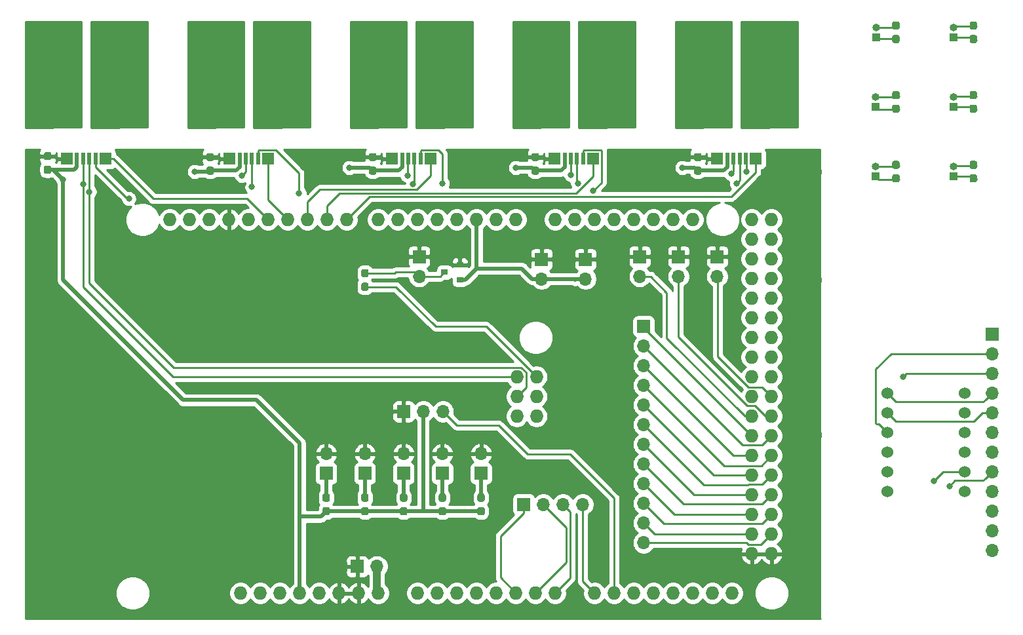
<source format=gbr>
G04 #@! TF.GenerationSoftware,KiCad,Pcbnew,5.1.9-73d0e3b20d~88~ubuntu20.04.1*
G04 #@! TF.CreationDate,2021-03-18T15:40:59+01:00*
G04 #@! TF.ProjectId,uven-mainboard,7576656e-2d6d-4616-996e-626f6172642e,rev?*
G04 #@! TF.SameCoordinates,Original*
G04 #@! TF.FileFunction,Copper,L1,Top*
G04 #@! TF.FilePolarity,Positive*
%FSLAX46Y46*%
G04 Gerber Fmt 4.6, Leading zero omitted, Abs format (unit mm)*
G04 Created by KiCad (PCBNEW 5.1.9-73d0e3b20d~88~ubuntu20.04.1) date 2021-03-18 15:40:59*
%MOMM*%
%LPD*%
G01*
G04 APERTURE LIST*
G04 #@! TA.AperFunction,ComponentPad*
%ADD10O,1.727200X1.727200*%
G04 #@! TD*
G04 #@! TA.AperFunction,SMDPad,CuDef*
%ADD11R,1.500000X1.600000*%
G04 #@! TD*
G04 #@! TA.AperFunction,SMDPad,CuDef*
%ADD12R,0.500000X1.600000*%
G04 #@! TD*
G04 #@! TA.AperFunction,SMDPad,CuDef*
%ADD13R,2.400000X3.480000*%
G04 #@! TD*
G04 #@! TA.AperFunction,ComponentPad*
%ADD14O,1.700000X1.700000*%
G04 #@! TD*
G04 #@! TA.AperFunction,ComponentPad*
%ADD15R,1.700000X1.700000*%
G04 #@! TD*
G04 #@! TA.AperFunction,SMDPad,CuDef*
%ADD16R,0.900000X0.800000*%
G04 #@! TD*
G04 #@! TA.AperFunction,ComponentPad*
%ADD17R,1.000000X1.000000*%
G04 #@! TD*
G04 #@! TA.AperFunction,ComponentPad*
%ADD18O,1.000000X1.000000*%
G04 #@! TD*
G04 #@! TA.AperFunction,ComponentPad*
%ADD19C,5.600000*%
G04 #@! TD*
G04 #@! TA.AperFunction,ComponentPad*
%ADD20C,1.524000*%
G04 #@! TD*
G04 #@! TA.AperFunction,ViaPad*
%ADD21C,0.800000*%
G04 #@! TD*
G04 #@! TA.AperFunction,Conductor*
%ADD22C,0.250000*%
G04 #@! TD*
G04 #@! TA.AperFunction,Conductor*
%ADD23C,0.500000*%
G04 #@! TD*
G04 #@! TA.AperFunction,Conductor*
%ADD24C,1.000000*%
G04 #@! TD*
G04 #@! TA.AperFunction,Conductor*
%ADD25C,0.254000*%
G04 #@! TD*
G04 #@! TA.AperFunction,Conductor*
%ADD26C,0.100000*%
G04 #@! TD*
G04 APERTURE END LIST*
D10*
X173627000Y-97600000D03*
X176167000Y-97600000D03*
X176167000Y-95060000D03*
X173627000Y-95060000D03*
X176167000Y-92520000D03*
X160800000Y-120460000D03*
X155720000Y-120460000D03*
X153180000Y-120460000D03*
X150640000Y-120460000D03*
X148100000Y-120460000D03*
X145560000Y-120460000D03*
X143020000Y-120460000D03*
X140480000Y-120460000D03*
X196360000Y-72200000D03*
X193820000Y-72200000D03*
X191280000Y-72200000D03*
X188740000Y-72200000D03*
X186200000Y-72200000D03*
X183660000Y-72200000D03*
X181120000Y-72200000D03*
X178580000Y-72200000D03*
X173500000Y-72200000D03*
X170960000Y-72200000D03*
X168420000Y-72200000D03*
X165880000Y-72200000D03*
X163340000Y-72200000D03*
X160800000Y-72200000D03*
X158260000Y-72200000D03*
X155720000Y-72200000D03*
X136416000Y-72200000D03*
X151656000Y-72200000D03*
X149116000Y-72200000D03*
X146576000Y-72200000D03*
X128796000Y-72200000D03*
X131336000Y-72200000D03*
X133876000Y-72200000D03*
X138956000Y-72200000D03*
X141496000Y-72200000D03*
X144036000Y-72200000D03*
X137940000Y-120460000D03*
X163340000Y-120460000D03*
X165880000Y-120460000D03*
X168420000Y-120460000D03*
X170960000Y-120460000D03*
X173500000Y-120460000D03*
X176040000Y-120460000D03*
X178580000Y-120460000D03*
X183660000Y-120460000D03*
X186200000Y-120460000D03*
X188740000Y-120460000D03*
X191280000Y-120460000D03*
X193820000Y-120460000D03*
X196360000Y-120460000D03*
X198900000Y-120460000D03*
X201440000Y-120460000D03*
X203980000Y-72200000D03*
X206520000Y-72200000D03*
X203980000Y-74740000D03*
X206520000Y-74740000D03*
X203980000Y-77280000D03*
X206520000Y-77280000D03*
X203980000Y-79820000D03*
X206520000Y-79820000D03*
X203980000Y-82360000D03*
X206520000Y-82360000D03*
X203980000Y-84900000D03*
X206520000Y-84900000D03*
X203980000Y-87440000D03*
X206520000Y-87440000D03*
X203980000Y-89980000D03*
X206520000Y-89980000D03*
X203980000Y-92520000D03*
X206520000Y-92520000D03*
X203980000Y-95060000D03*
X206520000Y-95060000D03*
X203980000Y-97600000D03*
X206520000Y-97600000D03*
X203980000Y-100140000D03*
X206520000Y-100140000D03*
X203980000Y-102680000D03*
X206520000Y-102680000D03*
X203980000Y-105220000D03*
X206520000Y-105220000D03*
X203980000Y-107760000D03*
X206520000Y-107760000D03*
X203980000Y-110300000D03*
X206520000Y-110300000D03*
X203980000Y-112840000D03*
X206520000Y-112840000D03*
X203980000Y-115380000D03*
X206520000Y-115380000D03*
X173627000Y-92520000D03*
D11*
X199500000Y-64350000D03*
D12*
X200800000Y-64350000D03*
X201600000Y-64350000D03*
X202400000Y-64350000D03*
X203200000Y-64350000D03*
D11*
X204500000Y-64350000D03*
D13*
X200225000Y-58680000D03*
X203775000Y-58680000D03*
X182775000Y-58680000D03*
X179225000Y-58680000D03*
D11*
X183500000Y-64350000D03*
D12*
X182200000Y-64350000D03*
X181400000Y-64350000D03*
X180600000Y-64350000D03*
X179800000Y-64350000D03*
D11*
X178500000Y-64350000D03*
X157500000Y-64350000D03*
D12*
X158800000Y-64350000D03*
X159600000Y-64350000D03*
X160400000Y-64350000D03*
X161200000Y-64350000D03*
D11*
X162500000Y-64350000D03*
D13*
X158225000Y-58680000D03*
X161775000Y-58680000D03*
X140775000Y-58680000D03*
X137225000Y-58680000D03*
D11*
X141500000Y-64350000D03*
D12*
X140200000Y-64350000D03*
X139400000Y-64350000D03*
X138600000Y-64350000D03*
X137800000Y-64350000D03*
D11*
X136500000Y-64350000D03*
X115500000Y-64350000D03*
D12*
X116800000Y-64350000D03*
X117600000Y-64350000D03*
X118400000Y-64350000D03*
X119200000Y-64350000D03*
D11*
X120500000Y-64350000D03*
D13*
X116225000Y-58680000D03*
X119775000Y-58680000D03*
G04 #@! TA.AperFunction,SMDPad,CuDef*
G36*
G01*
X197237500Y-66400000D02*
X196762500Y-66400000D01*
G75*
G02*
X196525000Y-66162500I0J237500D01*
G01*
X196525000Y-65587500D01*
G75*
G02*
X196762500Y-65350000I237500J0D01*
G01*
X197237500Y-65350000D01*
G75*
G02*
X197475000Y-65587500I0J-237500D01*
G01*
X197475000Y-66162500D01*
G75*
G02*
X197237500Y-66400000I-237500J0D01*
G01*
G37*
G04 #@! TD.AperFunction*
G04 #@! TA.AperFunction,SMDPad,CuDef*
G36*
G01*
X197237500Y-64650000D02*
X196762500Y-64650000D01*
G75*
G02*
X196525000Y-64412500I0J237500D01*
G01*
X196525000Y-63837500D01*
G75*
G02*
X196762500Y-63600000I237500J0D01*
G01*
X197237500Y-63600000D01*
G75*
G02*
X197475000Y-63837500I0J-237500D01*
G01*
X197475000Y-64412500D01*
G75*
G02*
X197237500Y-64650000I-237500J0D01*
G01*
G37*
G04 #@! TD.AperFunction*
G04 #@! TA.AperFunction,SMDPad,CuDef*
G36*
G01*
X176237500Y-66400000D02*
X175762500Y-66400000D01*
G75*
G02*
X175525000Y-66162500I0J237500D01*
G01*
X175525000Y-65587500D01*
G75*
G02*
X175762500Y-65350000I237500J0D01*
G01*
X176237500Y-65350000D01*
G75*
G02*
X176475000Y-65587500I0J-237500D01*
G01*
X176475000Y-66162500D01*
G75*
G02*
X176237500Y-66400000I-237500J0D01*
G01*
G37*
G04 #@! TD.AperFunction*
G04 #@! TA.AperFunction,SMDPad,CuDef*
G36*
G01*
X176237500Y-64650000D02*
X175762500Y-64650000D01*
G75*
G02*
X175525000Y-64412500I0J237500D01*
G01*
X175525000Y-63837500D01*
G75*
G02*
X175762500Y-63600000I237500J0D01*
G01*
X176237500Y-63600000D01*
G75*
G02*
X176475000Y-63837500I0J-237500D01*
G01*
X176475000Y-64412500D01*
G75*
G02*
X176237500Y-64650000I-237500J0D01*
G01*
G37*
G04 #@! TD.AperFunction*
G04 #@! TA.AperFunction,SMDPad,CuDef*
G36*
G01*
X155237500Y-64650000D02*
X154762500Y-64650000D01*
G75*
G02*
X154525000Y-64412500I0J237500D01*
G01*
X154525000Y-63837500D01*
G75*
G02*
X154762500Y-63600000I237500J0D01*
G01*
X155237500Y-63600000D01*
G75*
G02*
X155475000Y-63837500I0J-237500D01*
G01*
X155475000Y-64412500D01*
G75*
G02*
X155237500Y-64650000I-237500J0D01*
G01*
G37*
G04 #@! TD.AperFunction*
G04 #@! TA.AperFunction,SMDPad,CuDef*
G36*
G01*
X155237500Y-66400000D02*
X154762500Y-66400000D01*
G75*
G02*
X154525000Y-66162500I0J237500D01*
G01*
X154525000Y-65587500D01*
G75*
G02*
X154762500Y-65350000I237500J0D01*
G01*
X155237500Y-65350000D01*
G75*
G02*
X155475000Y-65587500I0J-237500D01*
G01*
X155475000Y-66162500D01*
G75*
G02*
X155237500Y-66400000I-237500J0D01*
G01*
G37*
G04 #@! TD.AperFunction*
G04 #@! TA.AperFunction,SMDPad,CuDef*
G36*
G01*
X134237500Y-66400000D02*
X133762500Y-66400000D01*
G75*
G02*
X133525000Y-66162500I0J237500D01*
G01*
X133525000Y-65587500D01*
G75*
G02*
X133762500Y-65350000I237500J0D01*
G01*
X134237500Y-65350000D01*
G75*
G02*
X134475000Y-65587500I0J-237500D01*
G01*
X134475000Y-66162500D01*
G75*
G02*
X134237500Y-66400000I-237500J0D01*
G01*
G37*
G04 #@! TD.AperFunction*
G04 #@! TA.AperFunction,SMDPad,CuDef*
G36*
G01*
X134237500Y-64650000D02*
X133762500Y-64650000D01*
G75*
G02*
X133525000Y-64412500I0J237500D01*
G01*
X133525000Y-63837500D01*
G75*
G02*
X133762500Y-63600000I237500J0D01*
G01*
X134237500Y-63600000D01*
G75*
G02*
X134475000Y-63837500I0J-237500D01*
G01*
X134475000Y-64412500D01*
G75*
G02*
X134237500Y-64650000I-237500J0D01*
G01*
G37*
G04 #@! TD.AperFunction*
G04 #@! TA.AperFunction,SMDPad,CuDef*
G36*
G01*
X113237500Y-64525000D02*
X112762500Y-64525000D01*
G75*
G02*
X112525000Y-64287500I0J237500D01*
G01*
X112525000Y-63712500D01*
G75*
G02*
X112762500Y-63475000I237500J0D01*
G01*
X113237500Y-63475000D01*
G75*
G02*
X113475000Y-63712500I0J-237500D01*
G01*
X113475000Y-64287500D01*
G75*
G02*
X113237500Y-64525000I-237500J0D01*
G01*
G37*
G04 #@! TD.AperFunction*
G04 #@! TA.AperFunction,SMDPad,CuDef*
G36*
G01*
X113237500Y-66275000D02*
X112762500Y-66275000D01*
G75*
G02*
X112525000Y-66037500I0J237500D01*
G01*
X112525000Y-65462500D01*
G75*
G02*
X112762500Y-65225000I237500J0D01*
G01*
X113237500Y-65225000D01*
G75*
G02*
X113475000Y-65462500I0J-237500D01*
G01*
X113475000Y-66037500D01*
G75*
G02*
X113237500Y-66275000I-237500J0D01*
G01*
G37*
G04 #@! TD.AperFunction*
D14*
X149000000Y-102460000D03*
D15*
X149000000Y-105000000D03*
X154000000Y-105000000D03*
D14*
X154000000Y-102460000D03*
X159000000Y-102460000D03*
D15*
X159000000Y-105000000D03*
D14*
X164000000Y-102460000D03*
D15*
X164000000Y-105000000D03*
X169000000Y-105000000D03*
D14*
X169000000Y-102460000D03*
D15*
X161000000Y-77000000D03*
D14*
X161000000Y-79540000D03*
D16*
X166274999Y-79950000D03*
X166274999Y-78050000D03*
X164274999Y-79000000D03*
G04 #@! TA.AperFunction,SMDPad,CuDef*
G36*
G01*
X148762500Y-107600000D02*
X149237500Y-107600000D01*
G75*
G02*
X149475000Y-107837500I0J-237500D01*
G01*
X149475000Y-108412500D01*
G75*
G02*
X149237500Y-108650000I-237500J0D01*
G01*
X148762500Y-108650000D01*
G75*
G02*
X148525000Y-108412500I0J237500D01*
G01*
X148525000Y-107837500D01*
G75*
G02*
X148762500Y-107600000I237500J0D01*
G01*
G37*
G04 #@! TD.AperFunction*
G04 #@! TA.AperFunction,SMDPad,CuDef*
G36*
G01*
X148762500Y-109350000D02*
X149237500Y-109350000D01*
G75*
G02*
X149475000Y-109587500I0J-237500D01*
G01*
X149475000Y-110162500D01*
G75*
G02*
X149237500Y-110400000I-237500J0D01*
G01*
X148762500Y-110400000D01*
G75*
G02*
X148525000Y-110162500I0J237500D01*
G01*
X148525000Y-109587500D01*
G75*
G02*
X148762500Y-109350000I237500J0D01*
G01*
G37*
G04 #@! TD.AperFunction*
G04 #@! TA.AperFunction,SMDPad,CuDef*
G36*
G01*
X153762500Y-109350000D02*
X154237500Y-109350000D01*
G75*
G02*
X154475000Y-109587500I0J-237500D01*
G01*
X154475000Y-110162500D01*
G75*
G02*
X154237500Y-110400000I-237500J0D01*
G01*
X153762500Y-110400000D01*
G75*
G02*
X153525000Y-110162500I0J237500D01*
G01*
X153525000Y-109587500D01*
G75*
G02*
X153762500Y-109350000I237500J0D01*
G01*
G37*
G04 #@! TD.AperFunction*
G04 #@! TA.AperFunction,SMDPad,CuDef*
G36*
G01*
X153762500Y-107600000D02*
X154237500Y-107600000D01*
G75*
G02*
X154475000Y-107837500I0J-237500D01*
G01*
X154475000Y-108412500D01*
G75*
G02*
X154237500Y-108650000I-237500J0D01*
G01*
X153762500Y-108650000D01*
G75*
G02*
X153525000Y-108412500I0J237500D01*
G01*
X153525000Y-107837500D01*
G75*
G02*
X153762500Y-107600000I237500J0D01*
G01*
G37*
G04 #@! TD.AperFunction*
G04 #@! TA.AperFunction,SMDPad,CuDef*
G36*
G01*
X158762500Y-107600000D02*
X159237500Y-107600000D01*
G75*
G02*
X159475000Y-107837500I0J-237500D01*
G01*
X159475000Y-108412500D01*
G75*
G02*
X159237500Y-108650000I-237500J0D01*
G01*
X158762500Y-108650000D01*
G75*
G02*
X158525000Y-108412500I0J237500D01*
G01*
X158525000Y-107837500D01*
G75*
G02*
X158762500Y-107600000I237500J0D01*
G01*
G37*
G04 #@! TD.AperFunction*
G04 #@! TA.AperFunction,SMDPad,CuDef*
G36*
G01*
X158762500Y-109350000D02*
X159237500Y-109350000D01*
G75*
G02*
X159475000Y-109587500I0J-237500D01*
G01*
X159475000Y-110162500D01*
G75*
G02*
X159237500Y-110400000I-237500J0D01*
G01*
X158762500Y-110400000D01*
G75*
G02*
X158525000Y-110162500I0J237500D01*
G01*
X158525000Y-109587500D01*
G75*
G02*
X158762500Y-109350000I237500J0D01*
G01*
G37*
G04 #@! TD.AperFunction*
G04 #@! TA.AperFunction,SMDPad,CuDef*
G36*
G01*
X163762500Y-109350000D02*
X164237500Y-109350000D01*
G75*
G02*
X164475000Y-109587500I0J-237500D01*
G01*
X164475000Y-110162500D01*
G75*
G02*
X164237500Y-110400000I-237500J0D01*
G01*
X163762500Y-110400000D01*
G75*
G02*
X163525000Y-110162500I0J237500D01*
G01*
X163525000Y-109587500D01*
G75*
G02*
X163762500Y-109350000I237500J0D01*
G01*
G37*
G04 #@! TD.AperFunction*
G04 #@! TA.AperFunction,SMDPad,CuDef*
G36*
G01*
X163762500Y-107600000D02*
X164237500Y-107600000D01*
G75*
G02*
X164475000Y-107837500I0J-237500D01*
G01*
X164475000Y-108412500D01*
G75*
G02*
X164237500Y-108650000I-237500J0D01*
G01*
X163762500Y-108650000D01*
G75*
G02*
X163525000Y-108412500I0J237500D01*
G01*
X163525000Y-107837500D01*
G75*
G02*
X163762500Y-107600000I237500J0D01*
G01*
G37*
G04 #@! TD.AperFunction*
G04 #@! TA.AperFunction,SMDPad,CuDef*
G36*
G01*
X168762500Y-107600000D02*
X169237500Y-107600000D01*
G75*
G02*
X169475000Y-107837500I0J-237500D01*
G01*
X169475000Y-108412500D01*
G75*
G02*
X169237500Y-108650000I-237500J0D01*
G01*
X168762500Y-108650000D01*
G75*
G02*
X168525000Y-108412500I0J237500D01*
G01*
X168525000Y-107837500D01*
G75*
G02*
X168762500Y-107600000I237500J0D01*
G01*
G37*
G04 #@! TD.AperFunction*
G04 #@! TA.AperFunction,SMDPad,CuDef*
G36*
G01*
X168762500Y-109350000D02*
X169237500Y-109350000D01*
G75*
G02*
X169475000Y-109587500I0J-237500D01*
G01*
X169475000Y-110162500D01*
G75*
G02*
X169237500Y-110400000I-237500J0D01*
G01*
X168762500Y-110400000D01*
G75*
G02*
X168525000Y-110162500I0J237500D01*
G01*
X168525000Y-109587500D01*
G75*
G02*
X168762500Y-109350000I237500J0D01*
G01*
G37*
G04 #@! TD.AperFunction*
G04 #@! TA.AperFunction,SMDPad,CuDef*
G36*
G01*
X154237500Y-79650000D02*
X153762500Y-79650000D01*
G75*
G02*
X153525000Y-79412500I0J237500D01*
G01*
X153525000Y-78837500D01*
G75*
G02*
X153762500Y-78600000I237500J0D01*
G01*
X154237500Y-78600000D01*
G75*
G02*
X154475000Y-78837500I0J-237500D01*
G01*
X154475000Y-79412500D01*
G75*
G02*
X154237500Y-79650000I-237500J0D01*
G01*
G37*
G04 #@! TD.AperFunction*
G04 #@! TA.AperFunction,SMDPad,CuDef*
G36*
G01*
X154237500Y-81400000D02*
X153762500Y-81400000D01*
G75*
G02*
X153525000Y-81162500I0J237500D01*
G01*
X153525000Y-80587500D01*
G75*
G02*
X153762500Y-80350000I237500J0D01*
G01*
X154237500Y-80350000D01*
G75*
G02*
X154475000Y-80587500I0J-237500D01*
G01*
X154475000Y-81162500D01*
G75*
G02*
X154237500Y-81400000I-237500J0D01*
G01*
G37*
G04 #@! TD.AperFunction*
D15*
X153000000Y-117000000D03*
D14*
X155540000Y-117000000D03*
G04 #@! TA.AperFunction,SMDPad,CuDef*
G36*
G01*
X232837500Y-67400000D02*
X232362500Y-67400000D01*
G75*
G02*
X232125000Y-67162500I0J237500D01*
G01*
X232125000Y-66587500D01*
G75*
G02*
X232362500Y-66350000I237500J0D01*
G01*
X232837500Y-66350000D01*
G75*
G02*
X233075000Y-66587500I0J-237500D01*
G01*
X233075000Y-67162500D01*
G75*
G02*
X232837500Y-67400000I-237500J0D01*
G01*
G37*
G04 #@! TD.AperFunction*
G04 #@! TA.AperFunction,SMDPad,CuDef*
G36*
G01*
X232837500Y-65650000D02*
X232362500Y-65650000D01*
G75*
G02*
X232125000Y-65412500I0J237500D01*
G01*
X232125000Y-64837500D01*
G75*
G02*
X232362500Y-64600000I237500J0D01*
G01*
X232837500Y-64600000D01*
G75*
G02*
X233075000Y-64837500I0J-237500D01*
G01*
X233075000Y-65412500D01*
G75*
G02*
X232837500Y-65650000I-237500J0D01*
G01*
G37*
G04 #@! TD.AperFunction*
G04 #@! TA.AperFunction,SMDPad,CuDef*
G36*
G01*
X232837500Y-56650000D02*
X232362500Y-56650000D01*
G75*
G02*
X232125000Y-56412500I0J237500D01*
G01*
X232125000Y-55837500D01*
G75*
G02*
X232362500Y-55600000I237500J0D01*
G01*
X232837500Y-55600000D01*
G75*
G02*
X233075000Y-55837500I0J-237500D01*
G01*
X233075000Y-56412500D01*
G75*
G02*
X232837500Y-56650000I-237500J0D01*
G01*
G37*
G04 #@! TD.AperFunction*
G04 #@! TA.AperFunction,SMDPad,CuDef*
G36*
G01*
X232837500Y-58400000D02*
X232362500Y-58400000D01*
G75*
G02*
X232125000Y-58162500I0J237500D01*
G01*
X232125000Y-57587500D01*
G75*
G02*
X232362500Y-57350000I237500J0D01*
G01*
X232837500Y-57350000D01*
G75*
G02*
X233075000Y-57587500I0J-237500D01*
G01*
X233075000Y-58162500D01*
G75*
G02*
X232837500Y-58400000I-237500J0D01*
G01*
G37*
G04 #@! TD.AperFunction*
G04 #@! TA.AperFunction,SMDPad,CuDef*
G36*
G01*
X232837500Y-49400000D02*
X232362500Y-49400000D01*
G75*
G02*
X232125000Y-49162500I0J237500D01*
G01*
X232125000Y-48587500D01*
G75*
G02*
X232362500Y-48350000I237500J0D01*
G01*
X232837500Y-48350000D01*
G75*
G02*
X233075000Y-48587500I0J-237500D01*
G01*
X233075000Y-49162500D01*
G75*
G02*
X232837500Y-49400000I-237500J0D01*
G01*
G37*
G04 #@! TD.AperFunction*
G04 #@! TA.AperFunction,SMDPad,CuDef*
G36*
G01*
X232837500Y-47650000D02*
X232362500Y-47650000D01*
G75*
G02*
X232125000Y-47412500I0J237500D01*
G01*
X232125000Y-46837500D01*
G75*
G02*
X232362500Y-46600000I237500J0D01*
G01*
X232837500Y-46600000D01*
G75*
G02*
X233075000Y-46837500I0J-237500D01*
G01*
X233075000Y-47412500D01*
G75*
G02*
X232837500Y-47650000I-237500J0D01*
G01*
G37*
G04 #@! TD.AperFunction*
G04 #@! TA.AperFunction,SMDPad,CuDef*
G36*
G01*
X222837500Y-65650000D02*
X222362500Y-65650000D01*
G75*
G02*
X222125000Y-65412500I0J237500D01*
G01*
X222125000Y-64837500D01*
G75*
G02*
X222362500Y-64600000I237500J0D01*
G01*
X222837500Y-64600000D01*
G75*
G02*
X223075000Y-64837500I0J-237500D01*
G01*
X223075000Y-65412500D01*
G75*
G02*
X222837500Y-65650000I-237500J0D01*
G01*
G37*
G04 #@! TD.AperFunction*
G04 #@! TA.AperFunction,SMDPad,CuDef*
G36*
G01*
X222837500Y-67400000D02*
X222362500Y-67400000D01*
G75*
G02*
X222125000Y-67162500I0J237500D01*
G01*
X222125000Y-66587500D01*
G75*
G02*
X222362500Y-66350000I237500J0D01*
G01*
X222837500Y-66350000D01*
G75*
G02*
X223075000Y-66587500I0J-237500D01*
G01*
X223075000Y-67162500D01*
G75*
G02*
X222837500Y-67400000I-237500J0D01*
G01*
G37*
G04 #@! TD.AperFunction*
G04 #@! TA.AperFunction,SMDPad,CuDef*
G36*
G01*
X222837500Y-58400000D02*
X222362500Y-58400000D01*
G75*
G02*
X222125000Y-58162500I0J237500D01*
G01*
X222125000Y-57587500D01*
G75*
G02*
X222362500Y-57350000I237500J0D01*
G01*
X222837500Y-57350000D01*
G75*
G02*
X223075000Y-57587500I0J-237500D01*
G01*
X223075000Y-58162500D01*
G75*
G02*
X222837500Y-58400000I-237500J0D01*
G01*
G37*
G04 #@! TD.AperFunction*
G04 #@! TA.AperFunction,SMDPad,CuDef*
G36*
G01*
X222837500Y-56650000D02*
X222362500Y-56650000D01*
G75*
G02*
X222125000Y-56412500I0J237500D01*
G01*
X222125000Y-55837500D01*
G75*
G02*
X222362500Y-55600000I237500J0D01*
G01*
X222837500Y-55600000D01*
G75*
G02*
X223075000Y-55837500I0J-237500D01*
G01*
X223075000Y-56412500D01*
G75*
G02*
X222837500Y-56650000I-237500J0D01*
G01*
G37*
G04 #@! TD.AperFunction*
D17*
X230010000Y-66625000D03*
D18*
X230010000Y-65355000D03*
X230010000Y-56355000D03*
D17*
X230010000Y-57625000D03*
X230010000Y-48625000D03*
D18*
X230010000Y-47355000D03*
D17*
X220010000Y-66625000D03*
D18*
X220010000Y-65355000D03*
X220010000Y-56355000D03*
D17*
X220010000Y-57625000D03*
D19*
X198000000Y-51000000D03*
X177000000Y-51000000D03*
X156000000Y-51000000D03*
X135000000Y-51000000D03*
X206000000Y-51000000D03*
X185000000Y-51000000D03*
X164000000Y-51000000D03*
X143000000Y-51000000D03*
X122000000Y-51000000D03*
X114000000Y-51000000D03*
D20*
X221500000Y-94650000D03*
X221500000Y-97190000D03*
X221500000Y-99730000D03*
X221500000Y-102270000D03*
X221500000Y-104810000D03*
X221500000Y-107350000D03*
X231500000Y-107350000D03*
X231500000Y-104810000D03*
X231500000Y-102270000D03*
X231500000Y-99730000D03*
X231500000Y-97190000D03*
X231500000Y-94650000D03*
D17*
X220047501Y-48625000D03*
D18*
X220047501Y-47355000D03*
G04 #@! TA.AperFunction,SMDPad,CuDef*
G36*
G01*
X222837500Y-49400000D02*
X222362500Y-49400000D01*
G75*
G02*
X222125000Y-49162500I0J237500D01*
G01*
X222125000Y-48587500D01*
G75*
G02*
X222362500Y-48350000I237500J0D01*
G01*
X222837500Y-48350000D01*
G75*
G02*
X223075000Y-48587500I0J-237500D01*
G01*
X223075000Y-49162500D01*
G75*
G02*
X222837500Y-49400000I-237500J0D01*
G01*
G37*
G04 #@! TD.AperFunction*
G04 #@! TA.AperFunction,SMDPad,CuDef*
G36*
G01*
X222837500Y-47650000D02*
X222362500Y-47650000D01*
G75*
G02*
X222125000Y-47412500I0J237500D01*
G01*
X222125000Y-46837500D01*
G75*
G02*
X222362500Y-46600000I237500J0D01*
G01*
X222837500Y-46600000D01*
G75*
G02*
X223075000Y-46837500I0J-237500D01*
G01*
X223075000Y-47412500D01*
G75*
G02*
X222837500Y-47650000I-237500J0D01*
G01*
G37*
G04 #@! TD.AperFunction*
D14*
X235000000Y-114940000D03*
X235000000Y-112400000D03*
X235000000Y-109860000D03*
X235000000Y-107320000D03*
X235000000Y-104780000D03*
X235000000Y-102240000D03*
X235000000Y-99700000D03*
X235000000Y-97160000D03*
X235000000Y-94620000D03*
X235000000Y-92080000D03*
X235000000Y-89540000D03*
D15*
X235000000Y-87000000D03*
X190000000Y-86000000D03*
D14*
X190000000Y-88540000D03*
X190000000Y-91080000D03*
X190000000Y-93620000D03*
X190000000Y-96160000D03*
X190000000Y-98700000D03*
X190000000Y-101240000D03*
X190000000Y-103780000D03*
X190000000Y-106320000D03*
X190000000Y-108860000D03*
X190000000Y-111400000D03*
X190000000Y-113940000D03*
D15*
X174500000Y-109000000D03*
D14*
X177040000Y-109000000D03*
X179580000Y-109000000D03*
X182120000Y-109000000D03*
D15*
X159000000Y-97000000D03*
D14*
X161540000Y-97000000D03*
X164080000Y-97000000D03*
X194500000Y-79540000D03*
D15*
X194500000Y-77000000D03*
X189500000Y-77000000D03*
D14*
X189500000Y-79540000D03*
D15*
X199500000Y-77000000D03*
D14*
X199500000Y-79540000D03*
X176825001Y-79865001D03*
D15*
X176825001Y-77325001D03*
X182500000Y-77325001D03*
D14*
X182500000Y-79865001D03*
D21*
X153000000Y-64000000D03*
X131500000Y-64000000D03*
X174000000Y-64000000D03*
X195500000Y-64000000D03*
X115000000Y-67000000D03*
X132000000Y-66000000D03*
X152000000Y-65500000D03*
X173500000Y-65500000D03*
X195000000Y-65500000D03*
X138100000Y-66500000D03*
X117600000Y-67600000D03*
X180600000Y-66400000D03*
X201300000Y-66300000D03*
X159500000Y-66500000D03*
X118400000Y-68600000D03*
X139400000Y-68000000D03*
X160200000Y-67600000D03*
X181500000Y-67500000D03*
X202000000Y-67500000D03*
X203266423Y-66048607D03*
X183500000Y-68500000D03*
X164000000Y-67500000D03*
X145500000Y-68775000D03*
X123500000Y-69500000D03*
X227500000Y-106000000D03*
X223500000Y-92500000D03*
X229523141Y-106622001D03*
X194500000Y-47000000D03*
X195500000Y-47000000D03*
X196500000Y-47000000D03*
X197500000Y-47000000D03*
X198500000Y-47000000D03*
X199500000Y-47000000D03*
X200500000Y-47000000D03*
X201000000Y-48000000D03*
X200000000Y-48000000D03*
X196000000Y-48000000D03*
X195000000Y-48000000D03*
X194500000Y-49000000D03*
X194500000Y-50000000D03*
X194500000Y-51000000D03*
X194500000Y-52000000D03*
X194500000Y-53000000D03*
X194500000Y-54000000D03*
X194500000Y-55000000D03*
X194500000Y-56000000D03*
X194500000Y-57000000D03*
X194500000Y-58000000D03*
X194500000Y-59000000D03*
X194500000Y-60000000D03*
X195500000Y-60000000D03*
X195500000Y-59000000D03*
X195500000Y-58000000D03*
X195500000Y-57000000D03*
X195500000Y-56000000D03*
X195500000Y-55000000D03*
X195500000Y-54000000D03*
X196500000Y-55000000D03*
X196500000Y-56000000D03*
X196500000Y-57000000D03*
X196500000Y-58000000D03*
X196500000Y-59000000D03*
X196500000Y-60000000D03*
X197500000Y-60000000D03*
X197500000Y-59000000D03*
X197500000Y-58000000D03*
X197500000Y-57000000D03*
X197500000Y-56000000D03*
X197500000Y-55000000D03*
X198500000Y-55000000D03*
X199500000Y-55000000D03*
X200500000Y-55000000D03*
X200500000Y-54000000D03*
X198500000Y-56000000D03*
X199500000Y-56000000D03*
X200500000Y-56000000D03*
X173500000Y-47000000D03*
X174500000Y-47000000D03*
X175500000Y-47000000D03*
X176500000Y-47000000D03*
X177500000Y-47000000D03*
X178500000Y-47000000D03*
X179500000Y-47000000D03*
X180000000Y-48000000D03*
X179000000Y-48000000D03*
X175000000Y-48000000D03*
X174000000Y-48000000D03*
X173500000Y-49000000D03*
X173500000Y-50000000D03*
X173500000Y-51000000D03*
X173500000Y-52000000D03*
X173500000Y-53000000D03*
X173500000Y-54000000D03*
X173500000Y-55000000D03*
X173500000Y-56000000D03*
X173500000Y-57000000D03*
X173500000Y-58000000D03*
X173500000Y-59000000D03*
X173500000Y-60000000D03*
X174500000Y-60000000D03*
X174500000Y-59000000D03*
X174500000Y-58000000D03*
X174500000Y-57000000D03*
X174500000Y-56000000D03*
X174500000Y-55000000D03*
X174500000Y-54000000D03*
X175500000Y-55000000D03*
X175500000Y-56000000D03*
X175500000Y-57000000D03*
X175500000Y-58000000D03*
X175500000Y-59000000D03*
X175500000Y-60000000D03*
X176500000Y-60000000D03*
X176500000Y-59000000D03*
X176500000Y-58000000D03*
X176500000Y-57000000D03*
X176500000Y-56000000D03*
X176500000Y-55000000D03*
X177500000Y-55000000D03*
X178500000Y-55000000D03*
X179500000Y-55000000D03*
X179500000Y-54000000D03*
X177500000Y-56000000D03*
X178500000Y-56000000D03*
X179500000Y-56000000D03*
X152500000Y-47000000D03*
X153500000Y-47000000D03*
X154500000Y-47000000D03*
X155500000Y-47000000D03*
X156500000Y-47000000D03*
X157500000Y-47000000D03*
X158500000Y-47000000D03*
X159000000Y-48000000D03*
X158000000Y-48000000D03*
X154000000Y-48000000D03*
X153000000Y-48000000D03*
X152500000Y-49000000D03*
X152500000Y-50000000D03*
X152500000Y-51000000D03*
X152500000Y-52000000D03*
X152500000Y-53000000D03*
X152500000Y-54000000D03*
X152500000Y-55000000D03*
X152500000Y-56000000D03*
X152500000Y-57000000D03*
X152500000Y-58000000D03*
X153500000Y-54000000D03*
X153500000Y-55000000D03*
X154500000Y-55000000D03*
X155500000Y-55000000D03*
X156500000Y-55000000D03*
X157500000Y-55000000D03*
X158500000Y-55000000D03*
X158500000Y-54000000D03*
X153500000Y-56000000D03*
X153500000Y-57000000D03*
X153500000Y-58000000D03*
X152500000Y-59000000D03*
X152500000Y-60000000D03*
X153500000Y-60000000D03*
X153500000Y-59000000D03*
X154500000Y-60000000D03*
X154500000Y-59000000D03*
X154500000Y-58000000D03*
X154500000Y-57000000D03*
X154500000Y-56000000D03*
X155500000Y-56000000D03*
X155500000Y-57000000D03*
X155500000Y-58000000D03*
X155500000Y-59000000D03*
X155500000Y-60000000D03*
X156500000Y-56000000D03*
X157500000Y-56000000D03*
X158500000Y-56000000D03*
X131500000Y-47000000D03*
X132500000Y-47000000D03*
X133500000Y-47000000D03*
X134500000Y-47000000D03*
X135500000Y-47000000D03*
X136500000Y-47000000D03*
X137500000Y-47000000D03*
X138000000Y-48000000D03*
X137000000Y-48000000D03*
X133000000Y-48000000D03*
X132000000Y-48000000D03*
X131500000Y-49000000D03*
X131500000Y-50000000D03*
X131500000Y-51000000D03*
X131500000Y-52000000D03*
X131500000Y-53000000D03*
X131500000Y-54000000D03*
X132500000Y-54000000D03*
X131500000Y-55000000D03*
X132500000Y-55000000D03*
X131500000Y-56000000D03*
X131500000Y-57000000D03*
X131500000Y-58000000D03*
X131500000Y-59000000D03*
X131500000Y-60000000D03*
X132500000Y-60000000D03*
X132500000Y-59000000D03*
X132500000Y-58000000D03*
X132500000Y-57000000D03*
X132500000Y-56000000D03*
X133500000Y-55000000D03*
X134500000Y-55000000D03*
X135500000Y-55000000D03*
X136500000Y-55000000D03*
X137500000Y-55000000D03*
X137500000Y-54000000D03*
X133500000Y-56000000D03*
X134500000Y-56000000D03*
X135500000Y-56000000D03*
X136500000Y-56000000D03*
X137500000Y-56000000D03*
X133500000Y-57000000D03*
X134500000Y-57000000D03*
X134500000Y-58000000D03*
X133500000Y-58000000D03*
X133500000Y-59000000D03*
X134500000Y-59000000D03*
X133500000Y-60000000D03*
X134500000Y-60000000D03*
X203000000Y-56000000D03*
X204000000Y-56000000D03*
X205000000Y-56000000D03*
X206000000Y-56000000D03*
X207000000Y-56000000D03*
X208000000Y-56000000D03*
X209000000Y-56000000D03*
X206000000Y-57000000D03*
X207000000Y-57000000D03*
X208000000Y-57000000D03*
X209000000Y-57000000D03*
X206000000Y-58000000D03*
X207000000Y-58000000D03*
X208000000Y-58000000D03*
X209000000Y-58000000D03*
X206000000Y-59000000D03*
X207000000Y-59000000D03*
X208000000Y-59000000D03*
X209000000Y-59000000D03*
X206000000Y-60000000D03*
X207000000Y-60000000D03*
X208000000Y-60000000D03*
X209000000Y-60000000D03*
X203000000Y-55000000D03*
X204000000Y-55000000D03*
X205000000Y-55000000D03*
X206000000Y-55000000D03*
X207000000Y-55000000D03*
X208000000Y-55000000D03*
X209000000Y-55000000D03*
X209000000Y-54000000D03*
X203000000Y-54000000D03*
X203000000Y-48000000D03*
X203000000Y-47000000D03*
X204000000Y-47000000D03*
X205000000Y-47000000D03*
X206000000Y-47000000D03*
X207000000Y-47000000D03*
X208000000Y-47000000D03*
X209000000Y-47000000D03*
X208000000Y-48000000D03*
X209000000Y-48000000D03*
X209000000Y-49000000D03*
X182000000Y-47000000D03*
X183000000Y-47000000D03*
X184000000Y-47000000D03*
X185000000Y-47000000D03*
X186000000Y-47000000D03*
X187000000Y-47000000D03*
X188000000Y-47000000D03*
X188500000Y-48000000D03*
X187500000Y-48000000D03*
X182000000Y-48000000D03*
X183000000Y-48000000D03*
X182000000Y-49000000D03*
X182000000Y-54000000D03*
X182000000Y-55000000D03*
X182000000Y-56000000D03*
X183000000Y-56000000D03*
X183000000Y-55000000D03*
X184000000Y-55000000D03*
X184000000Y-56000000D03*
X185000000Y-56000000D03*
X185000000Y-57000000D03*
X185000000Y-58000000D03*
X185000000Y-59000000D03*
X185000000Y-60000000D03*
X186000000Y-60000000D03*
X186000000Y-59000000D03*
X186000000Y-58000000D03*
X186000000Y-57000000D03*
X186000000Y-56000000D03*
X186000000Y-55000000D03*
X185000000Y-55000000D03*
X187000000Y-55000000D03*
X188000000Y-55000000D03*
X188000000Y-54000000D03*
X187000000Y-56000000D03*
X187000000Y-57000000D03*
X187000000Y-58000000D03*
X187000000Y-59000000D03*
X187000000Y-60000000D03*
X188000000Y-60000000D03*
X188000000Y-59000000D03*
X188000000Y-58000000D03*
X188000000Y-57000000D03*
X188000000Y-56000000D03*
X161000000Y-47000000D03*
X162000000Y-47000000D03*
X163000000Y-47000000D03*
X164000000Y-47000000D03*
X165000000Y-47000000D03*
X166000000Y-47000000D03*
X167000000Y-47000000D03*
X167500000Y-48000000D03*
X166500000Y-48000000D03*
X162000000Y-48000000D03*
X161000000Y-48000000D03*
X161000000Y-49000000D03*
X161000000Y-54000000D03*
X161000000Y-55000000D03*
X162000000Y-55000000D03*
X163000000Y-55000000D03*
X164000000Y-55000000D03*
X165000000Y-55000000D03*
X166000000Y-55000000D03*
X167000000Y-55000000D03*
X167000000Y-54000000D03*
X161000000Y-56000000D03*
X162000000Y-56000000D03*
X163000000Y-56000000D03*
X164000000Y-56000000D03*
X165000000Y-56000000D03*
X166000000Y-56000000D03*
X167000000Y-56000000D03*
X164000000Y-57000000D03*
X165000000Y-57000000D03*
X166000000Y-57000000D03*
X167000000Y-57000000D03*
X167000000Y-58000000D03*
X166000000Y-58000000D03*
X165000000Y-58000000D03*
X164000000Y-58000000D03*
X164000000Y-59000000D03*
X165000000Y-59000000D03*
X166000000Y-59000000D03*
X167000000Y-59000000D03*
X167000000Y-60000000D03*
X166000000Y-60000000D03*
X165000000Y-60000000D03*
X164000000Y-60000000D03*
X140000000Y-47000000D03*
X141000000Y-47000000D03*
X142000000Y-47000000D03*
X143000000Y-47000000D03*
X144000000Y-47000000D03*
X145000000Y-47000000D03*
X146000000Y-47000000D03*
X146500000Y-48000000D03*
X145500000Y-48000000D03*
X140500000Y-48000000D03*
X140000000Y-49000000D03*
X146500000Y-49000000D03*
X140000000Y-54000000D03*
X140000000Y-55000000D03*
X140000000Y-56000000D03*
X141000000Y-56000000D03*
X141000000Y-55000000D03*
X142000000Y-55000000D03*
X142000000Y-56000000D03*
X143000000Y-56000000D03*
X143000000Y-55000000D03*
X144000000Y-55000000D03*
X144000000Y-56000000D03*
X145000000Y-56000000D03*
X145000000Y-55000000D03*
X146000000Y-55000000D03*
X146000000Y-56000000D03*
X146000000Y-54000000D03*
X146500000Y-53000000D03*
X143000000Y-57000000D03*
X144000000Y-57000000D03*
X145000000Y-57000000D03*
X146000000Y-57000000D03*
X143000000Y-58000000D03*
X144000000Y-58000000D03*
X145000000Y-58000000D03*
X146000000Y-58000000D03*
X146000000Y-59000000D03*
X145000000Y-59000000D03*
X144000000Y-59000000D03*
X143000000Y-59000000D03*
X143000000Y-60000000D03*
X144000000Y-60000000D03*
X145000000Y-60000000D03*
X146000000Y-60000000D03*
X119000000Y-47000000D03*
X120000000Y-47000000D03*
X121000000Y-47000000D03*
X122000000Y-47000000D03*
X123000000Y-47000000D03*
X124000000Y-47000000D03*
X125000000Y-47000000D03*
X125500000Y-48000000D03*
X124500000Y-48000000D03*
X120000000Y-48000000D03*
X119000000Y-48000000D03*
X119000000Y-49000000D03*
X125500000Y-49000000D03*
X125500000Y-50000000D03*
X125500000Y-51000000D03*
X125500000Y-52000000D03*
X125500000Y-53000000D03*
X125500000Y-54000000D03*
X124500000Y-54000000D03*
X125500000Y-55000000D03*
X124500000Y-55000000D03*
X123500000Y-55000000D03*
X122500000Y-55000000D03*
X121500000Y-55000000D03*
X120500000Y-55000000D03*
X119500000Y-55000000D03*
X119000000Y-54000000D03*
X120000000Y-54000000D03*
X119000000Y-56000000D03*
X120000000Y-56000000D03*
X121000000Y-56000000D03*
X122000000Y-56000000D03*
X123000000Y-56000000D03*
X124000000Y-56000000D03*
X125000000Y-56000000D03*
X125500000Y-57000000D03*
X124500000Y-57000000D03*
X123500000Y-57000000D03*
X122500000Y-57000000D03*
X122000000Y-58000000D03*
X123000000Y-58000000D03*
X124000000Y-58000000D03*
X125000000Y-58000000D03*
X125500000Y-59000000D03*
X124500000Y-59000000D03*
X123500000Y-59000000D03*
X122500000Y-59000000D03*
X122000000Y-60000000D03*
X123000000Y-60000000D03*
X124000000Y-60000000D03*
X125000000Y-60000000D03*
X110500000Y-47000000D03*
X111500000Y-47000000D03*
X112500000Y-47000000D03*
X113500000Y-47000000D03*
X114500000Y-47000000D03*
X115500000Y-47000000D03*
X116500000Y-47000000D03*
X117000000Y-48000000D03*
X116000000Y-48000000D03*
X112000000Y-48000000D03*
X111000000Y-48000000D03*
X110500000Y-49000000D03*
X110500000Y-52000000D03*
X110500000Y-53000000D03*
X110500000Y-54000000D03*
X111500000Y-54000000D03*
X110500000Y-55000000D03*
X111500000Y-55000000D03*
X112500000Y-55000000D03*
X113500000Y-55000000D03*
X114500000Y-55000000D03*
X115500000Y-55000000D03*
X116500000Y-55000000D03*
X117000000Y-56000000D03*
X116000000Y-56000000D03*
X115000000Y-56000000D03*
X114000000Y-56000000D03*
X113000000Y-56000000D03*
X112000000Y-56000000D03*
X111000000Y-56000000D03*
X110500000Y-57000000D03*
X111500000Y-57000000D03*
X112500000Y-57000000D03*
X113500000Y-57000000D03*
X114000000Y-58000000D03*
X113000000Y-58000000D03*
X112000000Y-58000000D03*
X111000000Y-58000000D03*
X110500000Y-59000000D03*
X111500000Y-59000000D03*
X112500000Y-59000000D03*
X113500000Y-59000000D03*
X114000000Y-60000000D03*
X113000000Y-60000000D03*
X112000000Y-60000000D03*
X111000000Y-60000000D03*
X110500000Y-50000000D03*
X110500000Y-51000000D03*
X116500000Y-54000000D03*
D22*
X155225000Y-64350000D02*
X155000000Y-64125000D01*
X157500000Y-64350000D02*
X155225000Y-64350000D01*
X155000000Y-64125000D02*
X153125000Y-64125000D01*
X153125000Y-64125000D02*
X153000000Y-64000000D01*
X134225000Y-64350000D02*
X134000000Y-64125000D01*
X136500000Y-64350000D02*
X134225000Y-64350000D01*
X134000000Y-64125000D02*
X131625000Y-64125000D01*
X131625000Y-64125000D02*
X131500000Y-64000000D01*
X176225000Y-64350000D02*
X176000000Y-64125000D01*
X178500000Y-64350000D02*
X176225000Y-64350000D01*
X176000000Y-64125000D02*
X174125000Y-64125000D01*
X174125000Y-64125000D02*
X174000000Y-64000000D01*
X197225000Y-64350000D02*
X197000000Y-64125000D01*
X199500000Y-64350000D02*
X197225000Y-64350000D01*
X197000000Y-64125000D02*
X195625000Y-64125000D01*
X195625000Y-64125000D02*
X195500000Y-64000000D01*
D23*
X145560000Y-120460000D02*
X145560000Y-113315000D01*
X116450000Y-65750000D02*
X116800000Y-65400000D01*
X116800000Y-65400000D02*
X116800000Y-64350000D01*
X113000000Y-65750000D02*
X116450000Y-65750000D01*
X137800000Y-65400000D02*
X137800000Y-64350000D01*
X137325000Y-65875000D02*
X137800000Y-65400000D01*
X134000000Y-65875000D02*
X137325000Y-65875000D01*
X158800000Y-65400000D02*
X158800000Y-64350000D01*
X158325000Y-65875000D02*
X158800000Y-65400000D01*
X155000000Y-65875000D02*
X158325000Y-65875000D01*
X179800000Y-65400000D02*
X179800000Y-64350000D01*
X179325000Y-65875000D02*
X179800000Y-65400000D01*
X176000000Y-65875000D02*
X179325000Y-65875000D01*
X200800000Y-65400000D02*
X200800000Y-64350000D01*
X200325000Y-65875000D02*
X200800000Y-65400000D01*
X197000000Y-65875000D02*
X200325000Y-65875000D01*
X113000000Y-65750000D02*
X113750000Y-65750000D01*
X113750000Y-65750000D02*
X115000000Y-67000000D01*
X133875000Y-66000000D02*
X134000000Y-65875000D01*
X132000000Y-66000000D02*
X133875000Y-66000000D01*
X154625000Y-65500000D02*
X155000000Y-65875000D01*
X152000000Y-65500000D02*
X154625000Y-65500000D01*
X175625000Y-65500000D02*
X176000000Y-65875000D01*
X173500000Y-65500000D02*
X175625000Y-65500000D01*
X196625000Y-65500000D02*
X197000000Y-65875000D01*
X195000000Y-65500000D02*
X196625000Y-65500000D01*
X145560000Y-101060000D02*
X145560000Y-110560000D01*
X140000000Y-95500000D02*
X145560000Y-101060000D01*
X115000000Y-67000000D02*
X115000000Y-80000000D01*
X145560000Y-110560000D02*
X145560000Y-120460000D01*
X130500000Y-95500000D02*
X140000000Y-95500000D01*
X115000000Y-80000000D02*
X130500000Y-95500000D01*
X148315000Y-110560000D02*
X149000000Y-109875000D01*
X145560000Y-110560000D02*
X148315000Y-110560000D01*
X165000000Y-109875000D02*
X169000000Y-109875000D01*
X161540000Y-109835000D02*
X161540000Y-97000000D01*
D22*
X161500000Y-109875000D02*
X161540000Y-109835000D01*
D23*
X161500000Y-109875000D02*
X149000000Y-109875000D01*
X165000000Y-109875000D02*
X161500000Y-109875000D01*
D22*
X129220000Y-92520000D02*
X173627000Y-92520000D01*
X117600000Y-80900000D02*
X129220000Y-92520000D01*
X138600000Y-64350000D02*
X138600000Y-66000000D01*
X138600000Y-66000000D02*
X138100000Y-66500000D01*
X117600000Y-64350000D02*
X117600000Y-67600000D01*
X117600000Y-67600000D02*
X117600000Y-80900000D01*
X159500000Y-64450000D02*
X159600000Y-64350000D01*
X159500000Y-66300000D02*
X159500000Y-64450000D01*
X180600000Y-66400000D02*
X180600000Y-64350000D01*
X201600000Y-66000000D02*
X201600000Y-64350000D01*
X201300000Y-66300000D02*
X201600000Y-66000000D01*
X159500000Y-66300000D02*
X159500000Y-66500000D01*
X174490599Y-94196401D02*
X173627000Y-95060000D01*
X174815601Y-93871399D02*
X174490599Y-94196401D01*
X174197529Y-91331399D02*
X174815601Y-91949471D01*
X174815601Y-91949471D02*
X174815601Y-93871399D01*
X129331399Y-91331399D02*
X174197529Y-91331399D01*
X118400000Y-80400000D02*
X129331399Y-91331399D01*
X118400000Y-68600000D02*
X118400000Y-80400000D01*
X118400000Y-64350000D02*
X118400000Y-68600000D01*
X139400000Y-64350000D02*
X139400000Y-68000000D01*
X160400000Y-64350000D02*
X160400000Y-67400000D01*
X160400000Y-67400000D02*
X160200000Y-67600000D01*
X181400000Y-64350000D02*
X181400000Y-67400000D01*
X181400000Y-67400000D02*
X181500000Y-67500000D01*
X202400000Y-64350000D02*
X202400000Y-67100000D01*
X202400000Y-67100000D02*
X202000000Y-67500000D01*
X203266423Y-64416423D02*
X203200000Y-64350000D01*
X203266423Y-66048607D02*
X203266423Y-64416423D01*
X204500000Y-65400000D02*
X204500000Y-64350000D01*
X201347981Y-69225021D02*
X204500000Y-66073002D01*
X204500000Y-66073002D02*
X204500000Y-65400000D01*
X154630979Y-69225021D02*
X201347981Y-69225021D01*
X151656000Y-72200000D02*
X154630979Y-69225021D01*
X149116000Y-72200000D02*
X149116000Y-70384000D01*
X149116000Y-70384000D02*
X150724989Y-68775011D01*
X183500000Y-65400000D02*
X183500000Y-64350000D01*
X183500000Y-66573002D02*
X183500000Y-65400000D01*
X181297991Y-68775011D02*
X183500000Y-66573002D01*
X150724989Y-68775011D02*
X181297991Y-68775011D01*
X182200000Y-64350000D02*
X182200000Y-63300000D01*
X182275001Y-63224999D02*
X184510001Y-63224999D01*
X182200000Y-63300000D02*
X182275001Y-63224999D01*
X184510001Y-63224999D02*
X184575001Y-63289999D01*
X184575001Y-63289999D02*
X184575001Y-67424999D01*
X184575001Y-67424999D02*
X183500000Y-68500000D01*
X164000000Y-63714998D02*
X164000000Y-67500000D01*
X163510001Y-63224999D02*
X164000000Y-63714998D01*
X161275001Y-63224999D02*
X163510001Y-63224999D01*
X161200000Y-64350000D02*
X161200000Y-63300000D01*
X161200000Y-63300000D02*
X161275001Y-63224999D01*
X146576000Y-72200000D02*
X146576000Y-69924000D01*
X148174999Y-68325001D02*
X160674999Y-68325001D01*
X146576000Y-69924000D02*
X148174999Y-68325001D01*
X162500000Y-66500000D02*
X162500000Y-64350000D01*
X160674999Y-68325001D02*
X162500000Y-66500000D01*
X141500000Y-69664000D02*
X144036000Y-72200000D01*
X141500000Y-64350000D02*
X141500000Y-69664000D01*
X145500000Y-66214998D02*
X145500000Y-68775000D01*
X142510001Y-63224999D02*
X145500000Y-66214998D01*
X140275001Y-63224999D02*
X142510001Y-63224999D01*
X140200000Y-64350000D02*
X140200000Y-63300000D01*
X140200000Y-63300000D02*
X140275001Y-63224999D01*
X123300000Y-69500000D02*
X123500000Y-69500000D01*
X119200000Y-64350000D02*
X119200000Y-65400000D01*
X119200000Y-65400000D02*
X123300000Y-69500000D01*
X141496000Y-72200000D02*
X138796000Y-69500000D01*
X121500000Y-64350000D02*
X120500000Y-64350000D01*
X126650000Y-69500000D02*
X121500000Y-64350000D01*
X138796000Y-69500000D02*
X126650000Y-69500000D01*
D23*
X149000000Y-106100000D02*
X149000000Y-108125000D01*
X149000000Y-105000000D02*
X149000000Y-106100000D01*
X154000000Y-108125000D02*
X154000000Y-105000000D01*
X159000000Y-105000000D02*
X159000000Y-108125000D01*
X164000000Y-108125000D02*
X164000000Y-105000000D01*
X169000000Y-105000000D02*
X169000000Y-108125000D01*
D22*
X160460000Y-79000000D02*
X161000000Y-79540000D01*
X163734999Y-79540000D02*
X164274999Y-79000000D01*
X161000000Y-79540000D02*
X163734999Y-79540000D01*
X158000000Y-79000000D02*
X157875000Y-79125000D01*
X157875000Y-79125000D02*
X154000000Y-79125000D01*
X158000000Y-79000000D02*
X160460000Y-79000000D01*
X157875000Y-79000000D02*
X158000000Y-79000000D01*
X228690000Y-104810000D02*
X231500000Y-104810000D01*
X227500000Y-106000000D02*
X228690000Y-104810000D01*
X176167000Y-92520000D02*
X169647000Y-86000000D01*
X169647000Y-86000000D02*
X163125000Y-86000000D01*
X163125000Y-86000000D02*
X158000000Y-80875000D01*
X154000000Y-80875000D02*
X158000000Y-80875000D01*
X234150001Y-95469999D02*
X235000000Y-94620000D01*
X233882999Y-95737001D02*
X234150001Y-95469999D01*
X222587001Y-95737001D02*
X233882999Y-95737001D01*
X221500000Y-94650000D02*
X222587001Y-95737001D01*
X222261999Y-97951999D02*
X221500000Y-97190000D01*
X222587001Y-98277001D02*
X222261999Y-97951999D01*
X232680918Y-98277001D02*
X222587001Y-98277001D01*
X233797919Y-97160000D02*
X232680918Y-98277001D01*
X235000000Y-97160000D02*
X233797919Y-97160000D01*
X220412999Y-98642999D02*
X220142999Y-98642999D01*
X221500000Y-99730000D02*
X220412999Y-98642999D01*
X220142999Y-98642999D02*
X220000000Y-98500000D01*
X220000000Y-98500000D02*
X220000000Y-91500000D01*
X221960000Y-89540000D02*
X235000000Y-89540000D01*
X220000000Y-91500000D02*
X221960000Y-89540000D01*
X235000000Y-92080000D02*
X223920000Y-92080000D01*
X223920000Y-92080000D02*
X223500000Y-92500000D01*
X233882999Y-105897001D02*
X234150001Y-105629999D01*
X230248141Y-105897001D02*
X233882999Y-105897001D01*
X234150001Y-105629999D02*
X235000000Y-104780000D01*
X229523141Y-106622001D02*
X230248141Y-105897001D01*
X174500000Y-109000000D02*
X174500000Y-110100000D01*
X171500000Y-118460000D02*
X173500000Y-120460000D01*
X171500000Y-113100000D02*
X171500000Y-118460000D01*
X174500000Y-110100000D02*
X171500000Y-113100000D01*
X180000000Y-111960000D02*
X177040000Y-109000000D01*
X176040000Y-120460000D02*
X180000000Y-116500000D01*
X180000000Y-116500000D02*
X180000000Y-111960000D01*
X179443599Y-119596401D02*
X178580000Y-120460000D01*
X180500000Y-118540000D02*
X179443599Y-119596401D01*
X180500000Y-109920000D02*
X180500000Y-118540000D01*
X179580000Y-109000000D02*
X180500000Y-109920000D01*
X182120000Y-118920000D02*
X183660000Y-120460000D01*
X182120000Y-109000000D02*
X182120000Y-118920000D01*
X155540000Y-120280000D02*
X155720000Y-120460000D01*
D24*
X155540000Y-117000000D02*
X155540000Y-120280000D01*
D22*
X232635000Y-66625000D02*
X233010000Y-67000000D01*
X230010000Y-66625000D02*
X232635000Y-66625000D01*
X230115000Y-65250000D02*
X230010000Y-65355000D01*
X233010000Y-65250000D02*
X230115000Y-65250000D01*
X230115000Y-56250000D02*
X230010000Y-56355000D01*
X233010000Y-56250000D02*
X230115000Y-56250000D01*
X232635000Y-57625000D02*
X233010000Y-58000000D01*
X230010000Y-57625000D02*
X232635000Y-57625000D01*
X232635000Y-48625000D02*
X233010000Y-49000000D01*
X230010000Y-48625000D02*
X232635000Y-48625000D01*
X230115000Y-47250000D02*
X230010000Y-47355000D01*
X233010000Y-47250000D02*
X230115000Y-47250000D01*
X222905000Y-65355000D02*
X223010000Y-65250000D01*
X220010000Y-65355000D02*
X222905000Y-65355000D01*
X220385000Y-67000000D02*
X220010000Y-66625000D01*
X223010000Y-67000000D02*
X220385000Y-67000000D01*
X220385000Y-58000000D02*
X220010000Y-57625000D01*
X223010000Y-58000000D02*
X220385000Y-58000000D01*
X222905000Y-56355000D02*
X223010000Y-56250000D01*
X220010000Y-56355000D02*
X222905000Y-56355000D01*
X190000000Y-86160000D02*
X190000000Y-86000000D01*
X203980000Y-100140000D02*
X190000000Y-86160000D01*
X220247500Y-48824999D02*
X220047501Y-48625000D01*
X222972500Y-48824999D02*
X220247500Y-48824999D01*
X205331399Y-101328601D02*
X205656401Y-101003599D01*
X205656401Y-101003599D02*
X206520000Y-100140000D01*
X202788601Y-101328601D02*
X205331399Y-101328601D01*
X190000000Y-88540000D02*
X202788601Y-101328601D01*
X201600000Y-102680000D02*
X190000000Y-91080000D01*
X203980000Y-102680000D02*
X201600000Y-102680000D01*
X190000000Y-93620000D02*
X200380000Y-104000000D01*
X205200000Y-104000000D02*
X206520000Y-102680000D01*
X200380000Y-104000000D02*
X205200000Y-104000000D01*
X199060000Y-105220000D02*
X190000000Y-96160000D01*
X203980000Y-105220000D02*
X199060000Y-105220000D01*
X190000000Y-98700000D02*
X197800000Y-106500000D01*
X205656401Y-106083599D02*
X206520000Y-105220000D01*
X205331399Y-106408601D02*
X205656401Y-106083599D01*
X203591399Y-106408601D02*
X205331399Y-106408601D01*
X203500000Y-106500000D02*
X203591399Y-106408601D01*
X197800000Y-106500000D02*
X203500000Y-106500000D01*
X196520000Y-107760000D02*
X190000000Y-101240000D01*
X203980000Y-107760000D02*
X196520000Y-107760000D01*
X205656401Y-108623599D02*
X206520000Y-107760000D01*
X205331399Y-108948601D02*
X205656401Y-108623599D01*
X195168601Y-108948601D02*
X205331399Y-108948601D01*
X190000000Y-103780000D02*
X195168601Y-108948601D01*
X193980000Y-110300000D02*
X190000000Y-106320000D01*
X203980000Y-110300000D02*
X193980000Y-110300000D01*
X190000000Y-108860000D02*
X192640000Y-111500000D01*
X205320000Y-111500000D02*
X206520000Y-110300000D01*
X192640000Y-111500000D02*
X205320000Y-111500000D01*
X191440000Y-112840000D02*
X190000000Y-111400000D01*
X203980000Y-112840000D02*
X191440000Y-112840000D01*
X205168601Y-114191399D02*
X205656401Y-113703599D01*
X203572269Y-114191399D02*
X205168601Y-114191399D01*
X205656401Y-113703599D02*
X206520000Y-112840000D01*
X203320870Y-113940000D02*
X203572269Y-114191399D01*
X190000000Y-113940000D02*
X203320870Y-113940000D01*
X222692499Y-47355000D02*
X222972500Y-47074999D01*
X220047501Y-47355000D02*
X222692499Y-47355000D01*
X165868601Y-98788601D02*
X171288601Y-98788601D01*
X164080000Y-97000000D02*
X165868601Y-98788601D01*
X171288601Y-98788601D02*
X175000000Y-102500000D01*
X175000000Y-102500000D02*
X180500000Y-102500000D01*
X186200000Y-108200000D02*
X186200000Y-120460000D01*
X180500000Y-102500000D02*
X186200000Y-108200000D01*
X204387731Y-96248601D02*
X203409471Y-96248601D01*
X205739130Y-97600000D02*
X204387731Y-96248601D01*
X206520000Y-97600000D02*
X205739130Y-97600000D01*
X194500000Y-87339130D02*
X195660870Y-88500000D01*
X203409471Y-96248601D02*
X195660870Y-88500000D01*
X194500000Y-79540000D02*
X194500000Y-87339130D01*
X195660870Y-88500000D02*
X195600000Y-88439130D01*
X190900000Y-79540000D02*
X189500000Y-79540000D01*
X193000000Y-87500000D02*
X193000000Y-81640000D01*
X193000000Y-81640000D02*
X190900000Y-79540000D01*
X203980000Y-97600000D02*
X203100000Y-97600000D01*
X203100000Y-97600000D02*
X193000000Y-87500000D01*
X205656401Y-94196401D02*
X206520000Y-95060000D01*
X205331399Y-93871399D02*
X205656401Y-94196401D01*
X203572269Y-93871399D02*
X205331399Y-93871399D01*
X199600000Y-89899130D02*
X203572269Y-93871399D01*
X199600000Y-80240000D02*
X199600000Y-89899130D01*
D23*
X168420000Y-73421314D02*
X168420000Y-72200000D01*
X168420000Y-78504999D02*
X168420000Y-73421314D01*
X166974999Y-79950000D02*
X168420000Y-78504999D01*
X166274999Y-79950000D02*
X166974999Y-79950000D01*
X181297919Y-79865001D02*
X181162920Y-80000000D01*
X182500000Y-79865001D02*
X181297919Y-79865001D01*
X181027921Y-79865001D02*
X176825001Y-79865001D01*
X181162920Y-80000000D02*
X181027921Y-79865001D01*
X174262918Y-78504999D02*
X168420000Y-78504999D01*
X175622920Y-79865001D02*
X174262918Y-78504999D01*
X176825001Y-79865001D02*
X175622920Y-79865001D01*
D25*
X111935498Y-63230820D02*
X111899188Y-63350518D01*
X111886928Y-63475000D01*
X111890000Y-63714250D01*
X112048750Y-63873000D01*
X112873000Y-63873000D01*
X112873000Y-63853000D01*
X113127000Y-63853000D01*
X113127000Y-63873000D01*
X113951250Y-63873000D01*
X114110000Y-63714250D01*
X114111985Y-63559620D01*
X114115000Y-64064250D01*
X114273750Y-64223000D01*
X115373000Y-64223000D01*
X115373000Y-64203000D01*
X115627000Y-64203000D01*
X115627000Y-64223000D01*
X115647000Y-64223000D01*
X115647000Y-64477000D01*
X115627000Y-64477000D01*
X115627000Y-64497000D01*
X115373000Y-64497000D01*
X115373000Y-64477000D01*
X114273750Y-64477000D01*
X114115000Y-64635750D01*
X114113631Y-64865000D01*
X114013284Y-64865000D01*
X114064502Y-64769180D01*
X114100812Y-64649482D01*
X114113072Y-64525000D01*
X114110000Y-64285750D01*
X113951250Y-64127000D01*
X113127000Y-64127000D01*
X113127000Y-64147000D01*
X112873000Y-64147000D01*
X112873000Y-64127000D01*
X112048750Y-64127000D01*
X111890000Y-64285750D01*
X111886928Y-64525000D01*
X111899188Y-64649482D01*
X111935498Y-64769180D01*
X111994463Y-64879494D01*
X112054099Y-64952161D01*
X112034488Y-64976058D01*
X111953577Y-65127433D01*
X111903752Y-65291684D01*
X111886928Y-65462500D01*
X111886928Y-66037500D01*
X111903752Y-66208316D01*
X111953577Y-66372567D01*
X112034488Y-66523942D01*
X112143377Y-66656623D01*
X112276058Y-66765512D01*
X112427433Y-66846423D01*
X112591684Y-66896248D01*
X112762500Y-66913072D01*
X113237500Y-66913072D01*
X113408316Y-66896248D01*
X113572567Y-66846423D01*
X113587085Y-66838663D01*
X113993465Y-67245044D01*
X114004774Y-67301898D01*
X114082795Y-67490256D01*
X114115000Y-67538454D01*
X114115001Y-79956521D01*
X114110719Y-80000000D01*
X114127805Y-80173490D01*
X114178412Y-80340313D01*
X114260590Y-80494059D01*
X114343468Y-80595046D01*
X114343471Y-80595049D01*
X114371184Y-80628817D01*
X114404952Y-80656530D01*
X129843470Y-96095049D01*
X129871183Y-96128817D01*
X129904951Y-96156530D01*
X129904953Y-96156532D01*
X129909179Y-96160000D01*
X130005941Y-96239411D01*
X130159687Y-96321589D01*
X130326510Y-96372195D01*
X130456523Y-96385000D01*
X130456533Y-96385000D01*
X130499999Y-96389281D01*
X130543465Y-96385000D01*
X139633422Y-96385000D01*
X144675000Y-101426579D01*
X144675001Y-110516513D01*
X144670718Y-110560000D01*
X144675000Y-110603477D01*
X144675001Y-115511928D01*
X144675000Y-119248987D01*
X144604698Y-119295961D01*
X144395961Y-119504698D01*
X144290000Y-119663281D01*
X144184039Y-119504698D01*
X143975302Y-119295961D01*
X143729853Y-119131958D01*
X143457125Y-119018990D01*
X143167599Y-118961400D01*
X142872401Y-118961400D01*
X142582875Y-119018990D01*
X142310147Y-119131958D01*
X142064698Y-119295961D01*
X141855961Y-119504698D01*
X141750000Y-119663281D01*
X141644039Y-119504698D01*
X141435302Y-119295961D01*
X141189853Y-119131958D01*
X140917125Y-119018990D01*
X140627599Y-118961400D01*
X140332401Y-118961400D01*
X140042875Y-119018990D01*
X139770147Y-119131958D01*
X139524698Y-119295961D01*
X139315961Y-119504698D01*
X139210000Y-119663281D01*
X139104039Y-119504698D01*
X138895302Y-119295961D01*
X138649853Y-119131958D01*
X138377125Y-119018990D01*
X138087599Y-118961400D01*
X137792401Y-118961400D01*
X137502875Y-119018990D01*
X137230147Y-119131958D01*
X136984698Y-119295961D01*
X136775961Y-119504698D01*
X136611958Y-119750147D01*
X136498990Y-120022875D01*
X136441400Y-120312401D01*
X136441400Y-120607599D01*
X136498990Y-120897125D01*
X136611958Y-121169853D01*
X136775961Y-121415302D01*
X136984698Y-121624039D01*
X137230147Y-121788042D01*
X137502875Y-121901010D01*
X137792401Y-121958600D01*
X138087599Y-121958600D01*
X138377125Y-121901010D01*
X138649853Y-121788042D01*
X138895302Y-121624039D01*
X139104039Y-121415302D01*
X139210000Y-121256719D01*
X139315961Y-121415302D01*
X139524698Y-121624039D01*
X139770147Y-121788042D01*
X140042875Y-121901010D01*
X140332401Y-121958600D01*
X140627599Y-121958600D01*
X140917125Y-121901010D01*
X141189853Y-121788042D01*
X141435302Y-121624039D01*
X141644039Y-121415302D01*
X141750000Y-121256719D01*
X141855961Y-121415302D01*
X142064698Y-121624039D01*
X142310147Y-121788042D01*
X142582875Y-121901010D01*
X142872401Y-121958600D01*
X143167599Y-121958600D01*
X143457125Y-121901010D01*
X143729853Y-121788042D01*
X143975302Y-121624039D01*
X144184039Y-121415302D01*
X144290000Y-121256719D01*
X144395961Y-121415302D01*
X144604698Y-121624039D01*
X144850147Y-121788042D01*
X145122875Y-121901010D01*
X145412401Y-121958600D01*
X145707599Y-121958600D01*
X145997125Y-121901010D01*
X146269853Y-121788042D01*
X146515302Y-121624039D01*
X146724039Y-121415302D01*
X146830000Y-121256719D01*
X146935961Y-121415302D01*
X147144698Y-121624039D01*
X147390147Y-121788042D01*
X147662875Y-121901010D01*
X147952401Y-121958600D01*
X148247599Y-121958600D01*
X148537125Y-121901010D01*
X148809853Y-121788042D01*
X149055302Y-121624039D01*
X149264039Y-121415302D01*
X149371692Y-121254187D01*
X149533146Y-121470293D01*
X149751512Y-121666817D01*
X150004022Y-121816964D01*
X150280973Y-121914963D01*
X150513000Y-121794464D01*
X150513000Y-120587000D01*
X150767000Y-120587000D01*
X150767000Y-121794464D01*
X150999027Y-121914963D01*
X151275978Y-121816964D01*
X151528488Y-121666817D01*
X151746854Y-121470293D01*
X151910000Y-121251922D01*
X152073146Y-121470293D01*
X152291512Y-121666817D01*
X152544022Y-121816964D01*
X152820973Y-121914963D01*
X153053000Y-121794464D01*
X153053000Y-120587000D01*
X150767000Y-120587000D01*
X150513000Y-120587000D01*
X150493000Y-120587000D01*
X150493000Y-120333000D01*
X150513000Y-120333000D01*
X150513000Y-119125536D01*
X150767000Y-119125536D01*
X150767000Y-120333000D01*
X153053000Y-120333000D01*
X153053000Y-119125536D01*
X152820973Y-119005037D01*
X152544022Y-119103036D01*
X152291512Y-119253183D01*
X152073146Y-119449707D01*
X151910000Y-119668078D01*
X151746854Y-119449707D01*
X151528488Y-119253183D01*
X151275978Y-119103036D01*
X150999027Y-119005037D01*
X150767000Y-119125536D01*
X150513000Y-119125536D01*
X150280973Y-119005037D01*
X150004022Y-119103036D01*
X149751512Y-119253183D01*
X149533146Y-119449707D01*
X149371692Y-119665813D01*
X149264039Y-119504698D01*
X149055302Y-119295961D01*
X148809853Y-119131958D01*
X148537125Y-119018990D01*
X148247599Y-118961400D01*
X147952401Y-118961400D01*
X147662875Y-119018990D01*
X147390147Y-119131958D01*
X147144698Y-119295961D01*
X146935961Y-119504698D01*
X146830000Y-119663281D01*
X146724039Y-119504698D01*
X146515302Y-119295961D01*
X146445000Y-119248987D01*
X146445000Y-117850000D01*
X151511928Y-117850000D01*
X151524188Y-117974482D01*
X151560498Y-118094180D01*
X151619463Y-118204494D01*
X151698815Y-118301185D01*
X151795506Y-118380537D01*
X151905820Y-118439502D01*
X152025518Y-118475812D01*
X152150000Y-118488072D01*
X152714250Y-118485000D01*
X152873000Y-118326250D01*
X152873000Y-117127000D01*
X151673750Y-117127000D01*
X151515000Y-117285750D01*
X151511928Y-117850000D01*
X146445000Y-117850000D01*
X146445000Y-116150000D01*
X151511928Y-116150000D01*
X151515000Y-116714250D01*
X151673750Y-116873000D01*
X152873000Y-116873000D01*
X152873000Y-115673750D01*
X153127000Y-115673750D01*
X153127000Y-116873000D01*
X153147000Y-116873000D01*
X153147000Y-117127000D01*
X153127000Y-117127000D01*
X153127000Y-118326250D01*
X153285750Y-118485000D01*
X153850000Y-118488072D01*
X153974482Y-118475812D01*
X154094180Y-118439502D01*
X154204494Y-118380537D01*
X154301185Y-118301185D01*
X154380537Y-118204494D01*
X154405000Y-118158727D01*
X154405001Y-119607847D01*
X154286854Y-119449707D01*
X154068488Y-119253183D01*
X153815978Y-119103036D01*
X153539027Y-119005037D01*
X153307000Y-119125536D01*
X153307000Y-120333000D01*
X153327000Y-120333000D01*
X153327000Y-120587000D01*
X153307000Y-120587000D01*
X153307000Y-121794464D01*
X153539027Y-121914963D01*
X153815978Y-121816964D01*
X154068488Y-121666817D01*
X154286854Y-121470293D01*
X154448308Y-121254187D01*
X154555961Y-121415302D01*
X154764698Y-121624039D01*
X155010147Y-121788042D01*
X155282875Y-121901010D01*
X155572401Y-121958600D01*
X155867599Y-121958600D01*
X156157125Y-121901010D01*
X156429853Y-121788042D01*
X156675302Y-121624039D01*
X156884039Y-121415302D01*
X157048042Y-121169853D01*
X157161010Y-120897125D01*
X157218600Y-120607599D01*
X157218600Y-120312401D01*
X157161010Y-120022875D01*
X157048042Y-119750147D01*
X156884039Y-119504698D01*
X156675302Y-119295961D01*
X156675000Y-119295759D01*
X156675000Y-117965107D01*
X156693475Y-117946632D01*
X156855990Y-117703411D01*
X156967932Y-117433158D01*
X157025000Y-117146260D01*
X157025000Y-116853740D01*
X156967932Y-116566842D01*
X156855990Y-116296589D01*
X156693475Y-116053368D01*
X156486632Y-115846525D01*
X156243411Y-115684010D01*
X155973158Y-115572068D01*
X155686260Y-115515000D01*
X155393740Y-115515000D01*
X155106842Y-115572068D01*
X154836589Y-115684010D01*
X154593368Y-115846525D01*
X154461513Y-115978380D01*
X154439502Y-115905820D01*
X154380537Y-115795506D01*
X154301185Y-115698815D01*
X154204494Y-115619463D01*
X154094180Y-115560498D01*
X153974482Y-115524188D01*
X153850000Y-115511928D01*
X153285750Y-115515000D01*
X153127000Y-115673750D01*
X152873000Y-115673750D01*
X152714250Y-115515000D01*
X152150000Y-115511928D01*
X152025518Y-115524188D01*
X151905820Y-115560498D01*
X151795506Y-115619463D01*
X151698815Y-115698815D01*
X151619463Y-115795506D01*
X151560498Y-115905820D01*
X151524188Y-116025518D01*
X151511928Y-116150000D01*
X146445000Y-116150000D01*
X146445000Y-111445000D01*
X148271531Y-111445000D01*
X148315000Y-111449281D01*
X148358469Y-111445000D01*
X148358477Y-111445000D01*
X148488490Y-111432195D01*
X148655313Y-111381589D01*
X148809059Y-111299411D01*
X148943817Y-111188817D01*
X148971534Y-111155044D01*
X149088506Y-111038072D01*
X149237500Y-111038072D01*
X149408316Y-111021248D01*
X149572567Y-110971423D01*
X149723942Y-110890512D01*
X149856623Y-110781623D01*
X149874369Y-110760000D01*
X153125631Y-110760000D01*
X153143377Y-110781623D01*
X153276058Y-110890512D01*
X153427433Y-110971423D01*
X153591684Y-111021248D01*
X153762500Y-111038072D01*
X154237500Y-111038072D01*
X154408316Y-111021248D01*
X154572567Y-110971423D01*
X154723942Y-110890512D01*
X154856623Y-110781623D01*
X154874369Y-110760000D01*
X158125631Y-110760000D01*
X158143377Y-110781623D01*
X158276058Y-110890512D01*
X158427433Y-110971423D01*
X158591684Y-111021248D01*
X158762500Y-111038072D01*
X159237500Y-111038072D01*
X159408316Y-111021248D01*
X159572567Y-110971423D01*
X159723942Y-110890512D01*
X159856623Y-110781623D01*
X159874369Y-110760000D01*
X163125631Y-110760000D01*
X163143377Y-110781623D01*
X163276058Y-110890512D01*
X163427433Y-110971423D01*
X163591684Y-111021248D01*
X163762500Y-111038072D01*
X164237500Y-111038072D01*
X164408316Y-111021248D01*
X164572567Y-110971423D01*
X164723942Y-110890512D01*
X164856623Y-110781623D01*
X164874369Y-110760000D01*
X168125631Y-110760000D01*
X168143377Y-110781623D01*
X168276058Y-110890512D01*
X168427433Y-110971423D01*
X168591684Y-111021248D01*
X168762500Y-111038072D01*
X169237500Y-111038072D01*
X169408316Y-111021248D01*
X169572567Y-110971423D01*
X169723942Y-110890512D01*
X169856623Y-110781623D01*
X169965512Y-110648942D01*
X170046423Y-110497567D01*
X170096248Y-110333316D01*
X170113072Y-110162500D01*
X170113072Y-109587500D01*
X170096248Y-109416684D01*
X170046423Y-109252433D01*
X169965512Y-109101058D01*
X169882575Y-109000000D01*
X169965512Y-108898942D01*
X170046423Y-108747567D01*
X170096248Y-108583316D01*
X170113072Y-108412500D01*
X170113072Y-107837500D01*
X170096248Y-107666684D01*
X170046423Y-107502433D01*
X169965512Y-107351058D01*
X169885000Y-107252954D01*
X169885000Y-106484625D01*
X169974482Y-106475812D01*
X170094180Y-106439502D01*
X170204494Y-106380537D01*
X170301185Y-106301185D01*
X170380537Y-106204494D01*
X170439502Y-106094180D01*
X170475812Y-105974482D01*
X170488072Y-105850000D01*
X170488072Y-104150000D01*
X170475812Y-104025518D01*
X170439502Y-103905820D01*
X170380537Y-103795506D01*
X170301185Y-103698815D01*
X170204494Y-103619463D01*
X170094180Y-103560498D01*
X170013534Y-103536034D01*
X170097588Y-103460269D01*
X170271641Y-103226920D01*
X170396825Y-102964099D01*
X170441476Y-102816890D01*
X170320155Y-102587000D01*
X169127000Y-102587000D01*
X169127000Y-102607000D01*
X168873000Y-102607000D01*
X168873000Y-102587000D01*
X167679845Y-102587000D01*
X167558524Y-102816890D01*
X167603175Y-102964099D01*
X167728359Y-103226920D01*
X167902412Y-103460269D01*
X167986466Y-103536034D01*
X167905820Y-103560498D01*
X167795506Y-103619463D01*
X167698815Y-103698815D01*
X167619463Y-103795506D01*
X167560498Y-103905820D01*
X167524188Y-104025518D01*
X167511928Y-104150000D01*
X167511928Y-105850000D01*
X167524188Y-105974482D01*
X167560498Y-106094180D01*
X167619463Y-106204494D01*
X167698815Y-106301185D01*
X167795506Y-106380537D01*
X167905820Y-106439502D01*
X168025518Y-106475812D01*
X168115000Y-106484625D01*
X168115001Y-107252953D01*
X168034488Y-107351058D01*
X167953577Y-107502433D01*
X167903752Y-107666684D01*
X167886928Y-107837500D01*
X167886928Y-108412500D01*
X167903752Y-108583316D01*
X167953577Y-108747567D01*
X168034488Y-108898942D01*
X168109218Y-108990000D01*
X164890782Y-108990000D01*
X164965512Y-108898942D01*
X165046423Y-108747567D01*
X165096248Y-108583316D01*
X165113072Y-108412500D01*
X165113072Y-107837500D01*
X165096248Y-107666684D01*
X165046423Y-107502433D01*
X164965512Y-107351058D01*
X164885000Y-107252954D01*
X164885000Y-106484625D01*
X164974482Y-106475812D01*
X165094180Y-106439502D01*
X165204494Y-106380537D01*
X165301185Y-106301185D01*
X165380537Y-106204494D01*
X165439502Y-106094180D01*
X165475812Y-105974482D01*
X165488072Y-105850000D01*
X165488072Y-104150000D01*
X165475812Y-104025518D01*
X165439502Y-103905820D01*
X165380537Y-103795506D01*
X165301185Y-103698815D01*
X165204494Y-103619463D01*
X165094180Y-103560498D01*
X165013534Y-103536034D01*
X165097588Y-103460269D01*
X165271641Y-103226920D01*
X165396825Y-102964099D01*
X165441476Y-102816890D01*
X165320155Y-102587000D01*
X164127000Y-102587000D01*
X164127000Y-102607000D01*
X163873000Y-102607000D01*
X163873000Y-102587000D01*
X162679845Y-102587000D01*
X162558524Y-102816890D01*
X162603175Y-102964099D01*
X162728359Y-103226920D01*
X162902412Y-103460269D01*
X162986466Y-103536034D01*
X162905820Y-103560498D01*
X162795506Y-103619463D01*
X162698815Y-103698815D01*
X162619463Y-103795506D01*
X162560498Y-103905820D01*
X162524188Y-104025518D01*
X162511928Y-104150000D01*
X162511928Y-105850000D01*
X162524188Y-105974482D01*
X162560498Y-106094180D01*
X162619463Y-106204494D01*
X162698815Y-106301185D01*
X162795506Y-106380537D01*
X162905820Y-106439502D01*
X163025518Y-106475812D01*
X163115001Y-106484625D01*
X163115000Y-107252954D01*
X163034488Y-107351058D01*
X162953577Y-107502433D01*
X162903752Y-107666684D01*
X162886928Y-107837500D01*
X162886928Y-108412500D01*
X162903752Y-108583316D01*
X162953577Y-108747567D01*
X163034488Y-108898942D01*
X163109218Y-108990000D01*
X162425000Y-108990000D01*
X162425000Y-102103110D01*
X162558524Y-102103110D01*
X162679845Y-102333000D01*
X163873000Y-102333000D01*
X163873000Y-101139186D01*
X164127000Y-101139186D01*
X164127000Y-102333000D01*
X165320155Y-102333000D01*
X165441476Y-102103110D01*
X167558524Y-102103110D01*
X167679845Y-102333000D01*
X168873000Y-102333000D01*
X168873000Y-101139186D01*
X169127000Y-101139186D01*
X169127000Y-102333000D01*
X170320155Y-102333000D01*
X170441476Y-102103110D01*
X170396825Y-101955901D01*
X170271641Y-101693080D01*
X170097588Y-101459731D01*
X169881355Y-101264822D01*
X169631252Y-101115843D01*
X169356891Y-101018519D01*
X169127000Y-101139186D01*
X168873000Y-101139186D01*
X168643109Y-101018519D01*
X168368748Y-101115843D01*
X168118645Y-101264822D01*
X167902412Y-101459731D01*
X167728359Y-101693080D01*
X167603175Y-101955901D01*
X167558524Y-102103110D01*
X165441476Y-102103110D01*
X165396825Y-101955901D01*
X165271641Y-101693080D01*
X165097588Y-101459731D01*
X164881355Y-101264822D01*
X164631252Y-101115843D01*
X164356891Y-101018519D01*
X164127000Y-101139186D01*
X163873000Y-101139186D01*
X163643109Y-101018519D01*
X163368748Y-101115843D01*
X163118645Y-101264822D01*
X162902412Y-101459731D01*
X162728359Y-101693080D01*
X162603175Y-101955901D01*
X162558524Y-102103110D01*
X162425000Y-102103110D01*
X162425000Y-98194656D01*
X162486632Y-98153475D01*
X162693475Y-97946632D01*
X162810000Y-97772240D01*
X162926525Y-97946632D01*
X163133368Y-98153475D01*
X163376589Y-98315990D01*
X163646842Y-98427932D01*
X163933740Y-98485000D01*
X164226260Y-98485000D01*
X164446408Y-98441210D01*
X165304801Y-99299603D01*
X165328600Y-99328602D01*
X165444325Y-99423575D01*
X165576354Y-99494147D01*
X165719615Y-99537604D01*
X165831268Y-99548601D01*
X165831276Y-99548601D01*
X165868601Y-99552277D01*
X165905926Y-99548601D01*
X170973800Y-99548601D01*
X174436200Y-103011002D01*
X174459999Y-103040001D01*
X174575724Y-103134974D01*
X174707753Y-103205546D01*
X174851014Y-103249003D01*
X174962667Y-103260000D01*
X174962677Y-103260000D01*
X175000000Y-103263676D01*
X175037323Y-103260000D01*
X180185199Y-103260000D01*
X185440000Y-108514802D01*
X185440001Y-119165464D01*
X185244698Y-119295961D01*
X185035961Y-119504698D01*
X184930000Y-119663281D01*
X184824039Y-119504698D01*
X184615302Y-119295961D01*
X184369853Y-119131958D01*
X184097125Y-119018990D01*
X183807599Y-118961400D01*
X183512401Y-118961400D01*
X183282026Y-119007224D01*
X182880000Y-118605199D01*
X182880000Y-110278178D01*
X183066632Y-110153475D01*
X183273475Y-109946632D01*
X183435990Y-109703411D01*
X183547932Y-109433158D01*
X183605000Y-109146260D01*
X183605000Y-108853740D01*
X183547932Y-108566842D01*
X183435990Y-108296589D01*
X183273475Y-108053368D01*
X183066632Y-107846525D01*
X182823411Y-107684010D01*
X182553158Y-107572068D01*
X182266260Y-107515000D01*
X181973740Y-107515000D01*
X181686842Y-107572068D01*
X181416589Y-107684010D01*
X181173368Y-107846525D01*
X180966525Y-108053368D01*
X180850000Y-108227760D01*
X180733475Y-108053368D01*
X180526632Y-107846525D01*
X180283411Y-107684010D01*
X180013158Y-107572068D01*
X179726260Y-107515000D01*
X179433740Y-107515000D01*
X179146842Y-107572068D01*
X178876589Y-107684010D01*
X178633368Y-107846525D01*
X178426525Y-108053368D01*
X178310000Y-108227760D01*
X178193475Y-108053368D01*
X177986632Y-107846525D01*
X177743411Y-107684010D01*
X177473158Y-107572068D01*
X177186260Y-107515000D01*
X176893740Y-107515000D01*
X176606842Y-107572068D01*
X176336589Y-107684010D01*
X176093368Y-107846525D01*
X175961513Y-107978380D01*
X175939502Y-107905820D01*
X175880537Y-107795506D01*
X175801185Y-107698815D01*
X175704494Y-107619463D01*
X175594180Y-107560498D01*
X175474482Y-107524188D01*
X175350000Y-107511928D01*
X173650000Y-107511928D01*
X173525518Y-107524188D01*
X173405820Y-107560498D01*
X173295506Y-107619463D01*
X173198815Y-107698815D01*
X173119463Y-107795506D01*
X173060498Y-107905820D01*
X173024188Y-108025518D01*
X173011928Y-108150000D01*
X173011928Y-109850000D01*
X173024188Y-109974482D01*
X173060498Y-110094180D01*
X173119463Y-110204494D01*
X173198815Y-110301185D01*
X173212655Y-110312543D01*
X170989003Y-112536196D01*
X170959999Y-112559999D01*
X170907467Y-112624010D01*
X170865026Y-112675724D01*
X170839395Y-112723676D01*
X170794454Y-112807754D01*
X170750997Y-112951015D01*
X170740000Y-113062668D01*
X170740000Y-113062678D01*
X170736324Y-113100000D01*
X170740000Y-113137323D01*
X170740001Y-118422668D01*
X170736324Y-118460000D01*
X170750998Y-118608985D01*
X170794454Y-118752246D01*
X170865026Y-118884276D01*
X170924983Y-118957333D01*
X170928321Y-118961400D01*
X170812401Y-118961400D01*
X170522875Y-119018990D01*
X170250147Y-119131958D01*
X170004698Y-119295961D01*
X169795961Y-119504698D01*
X169690000Y-119663281D01*
X169584039Y-119504698D01*
X169375302Y-119295961D01*
X169129853Y-119131958D01*
X168857125Y-119018990D01*
X168567599Y-118961400D01*
X168272401Y-118961400D01*
X167982875Y-119018990D01*
X167710147Y-119131958D01*
X167464698Y-119295961D01*
X167255961Y-119504698D01*
X167150000Y-119663281D01*
X167044039Y-119504698D01*
X166835302Y-119295961D01*
X166589853Y-119131958D01*
X166317125Y-119018990D01*
X166027599Y-118961400D01*
X165732401Y-118961400D01*
X165442875Y-119018990D01*
X165170147Y-119131958D01*
X164924698Y-119295961D01*
X164715961Y-119504698D01*
X164610000Y-119663281D01*
X164504039Y-119504698D01*
X164295302Y-119295961D01*
X164049853Y-119131958D01*
X163777125Y-119018990D01*
X163487599Y-118961400D01*
X163192401Y-118961400D01*
X162902875Y-119018990D01*
X162630147Y-119131958D01*
X162384698Y-119295961D01*
X162175961Y-119504698D01*
X162070000Y-119663281D01*
X161964039Y-119504698D01*
X161755302Y-119295961D01*
X161509853Y-119131958D01*
X161237125Y-119018990D01*
X160947599Y-118961400D01*
X160652401Y-118961400D01*
X160362875Y-119018990D01*
X160090147Y-119131958D01*
X159844698Y-119295961D01*
X159635961Y-119504698D01*
X159471958Y-119750147D01*
X159358990Y-120022875D01*
X159301400Y-120312401D01*
X159301400Y-120607599D01*
X159358990Y-120897125D01*
X159471958Y-121169853D01*
X159635961Y-121415302D01*
X159844698Y-121624039D01*
X160090147Y-121788042D01*
X160362875Y-121901010D01*
X160652401Y-121958600D01*
X160947599Y-121958600D01*
X161237125Y-121901010D01*
X161509853Y-121788042D01*
X161755302Y-121624039D01*
X161964039Y-121415302D01*
X162070000Y-121256719D01*
X162175961Y-121415302D01*
X162384698Y-121624039D01*
X162630147Y-121788042D01*
X162902875Y-121901010D01*
X163192401Y-121958600D01*
X163487599Y-121958600D01*
X163777125Y-121901010D01*
X164049853Y-121788042D01*
X164295302Y-121624039D01*
X164504039Y-121415302D01*
X164610000Y-121256719D01*
X164715961Y-121415302D01*
X164924698Y-121624039D01*
X165170147Y-121788042D01*
X165442875Y-121901010D01*
X165732401Y-121958600D01*
X166027599Y-121958600D01*
X166317125Y-121901010D01*
X166589853Y-121788042D01*
X166835302Y-121624039D01*
X167044039Y-121415302D01*
X167150000Y-121256719D01*
X167255961Y-121415302D01*
X167464698Y-121624039D01*
X167710147Y-121788042D01*
X167982875Y-121901010D01*
X168272401Y-121958600D01*
X168567599Y-121958600D01*
X168857125Y-121901010D01*
X169129853Y-121788042D01*
X169375302Y-121624039D01*
X169584039Y-121415302D01*
X169690000Y-121256719D01*
X169795961Y-121415302D01*
X170004698Y-121624039D01*
X170250147Y-121788042D01*
X170522875Y-121901010D01*
X170812401Y-121958600D01*
X171107599Y-121958600D01*
X171397125Y-121901010D01*
X171669853Y-121788042D01*
X171915302Y-121624039D01*
X172124039Y-121415302D01*
X172230000Y-121256719D01*
X172335961Y-121415302D01*
X172544698Y-121624039D01*
X172790147Y-121788042D01*
X173062875Y-121901010D01*
X173352401Y-121958600D01*
X173647599Y-121958600D01*
X173937125Y-121901010D01*
X174209853Y-121788042D01*
X174455302Y-121624039D01*
X174664039Y-121415302D01*
X174770000Y-121256719D01*
X174875961Y-121415302D01*
X175084698Y-121624039D01*
X175330147Y-121788042D01*
X175602875Y-121901010D01*
X175892401Y-121958600D01*
X176187599Y-121958600D01*
X176477125Y-121901010D01*
X176749853Y-121788042D01*
X176995302Y-121624039D01*
X177204039Y-121415302D01*
X177310000Y-121256719D01*
X177415961Y-121415302D01*
X177624698Y-121624039D01*
X177870147Y-121788042D01*
X178142875Y-121901010D01*
X178432401Y-121958600D01*
X178727599Y-121958600D01*
X179017125Y-121901010D01*
X179289853Y-121788042D01*
X179535302Y-121624039D01*
X179744039Y-121415302D01*
X179908042Y-121169853D01*
X180021010Y-120897125D01*
X180078600Y-120607599D01*
X180078600Y-120312401D01*
X180032776Y-120082025D01*
X181011003Y-119103799D01*
X181040001Y-119080001D01*
X181134974Y-118964276D01*
X181205546Y-118832247D01*
X181249003Y-118688986D01*
X181260000Y-118577333D01*
X181263677Y-118540000D01*
X181260000Y-118502667D01*
X181260000Y-110211361D01*
X181360000Y-110278179D01*
X181360001Y-118882668D01*
X181356324Y-118920000D01*
X181360001Y-118957333D01*
X181370998Y-119068986D01*
X181375977Y-119085399D01*
X181414454Y-119212246D01*
X181485026Y-119344276D01*
X181556201Y-119431002D01*
X181580000Y-119460001D01*
X181608998Y-119483799D01*
X182207224Y-120082026D01*
X182161400Y-120312401D01*
X182161400Y-120607599D01*
X182218990Y-120897125D01*
X182331958Y-121169853D01*
X182495961Y-121415302D01*
X182704698Y-121624039D01*
X182950147Y-121788042D01*
X183222875Y-121901010D01*
X183512401Y-121958600D01*
X183807599Y-121958600D01*
X184097125Y-121901010D01*
X184369853Y-121788042D01*
X184615302Y-121624039D01*
X184824039Y-121415302D01*
X184930000Y-121256719D01*
X185035961Y-121415302D01*
X185244698Y-121624039D01*
X185490147Y-121788042D01*
X185762875Y-121901010D01*
X186052401Y-121958600D01*
X186347599Y-121958600D01*
X186637125Y-121901010D01*
X186909853Y-121788042D01*
X187155302Y-121624039D01*
X187364039Y-121415302D01*
X187470000Y-121256719D01*
X187575961Y-121415302D01*
X187784698Y-121624039D01*
X188030147Y-121788042D01*
X188302875Y-121901010D01*
X188592401Y-121958600D01*
X188887599Y-121958600D01*
X189177125Y-121901010D01*
X189449853Y-121788042D01*
X189695302Y-121624039D01*
X189904039Y-121415302D01*
X190010000Y-121256719D01*
X190115961Y-121415302D01*
X190324698Y-121624039D01*
X190570147Y-121788042D01*
X190842875Y-121901010D01*
X191132401Y-121958600D01*
X191427599Y-121958600D01*
X191717125Y-121901010D01*
X191989853Y-121788042D01*
X192235302Y-121624039D01*
X192444039Y-121415302D01*
X192550000Y-121256719D01*
X192655961Y-121415302D01*
X192864698Y-121624039D01*
X193110147Y-121788042D01*
X193382875Y-121901010D01*
X193672401Y-121958600D01*
X193967599Y-121958600D01*
X194257125Y-121901010D01*
X194529853Y-121788042D01*
X194775302Y-121624039D01*
X194984039Y-121415302D01*
X195090000Y-121256719D01*
X195195961Y-121415302D01*
X195404698Y-121624039D01*
X195650147Y-121788042D01*
X195922875Y-121901010D01*
X196212401Y-121958600D01*
X196507599Y-121958600D01*
X196797125Y-121901010D01*
X197069853Y-121788042D01*
X197315302Y-121624039D01*
X197524039Y-121415302D01*
X197630000Y-121256719D01*
X197735961Y-121415302D01*
X197944698Y-121624039D01*
X198190147Y-121788042D01*
X198462875Y-121901010D01*
X198752401Y-121958600D01*
X199047599Y-121958600D01*
X199337125Y-121901010D01*
X199609853Y-121788042D01*
X199855302Y-121624039D01*
X200064039Y-121415302D01*
X200170000Y-121256719D01*
X200275961Y-121415302D01*
X200484698Y-121624039D01*
X200730147Y-121788042D01*
X201002875Y-121901010D01*
X201292401Y-121958600D01*
X201587599Y-121958600D01*
X201877125Y-121901010D01*
X202149853Y-121788042D01*
X202395302Y-121624039D01*
X202604039Y-121415302D01*
X202768042Y-121169853D01*
X202881010Y-120897125D01*
X202938600Y-120607599D01*
X202938600Y-120312401D01*
X202924174Y-120239872D01*
X204285000Y-120239872D01*
X204285000Y-120680128D01*
X204370890Y-121111925D01*
X204539369Y-121518669D01*
X204783962Y-121884729D01*
X205095271Y-122196038D01*
X205461331Y-122440631D01*
X205868075Y-122609110D01*
X206299872Y-122695000D01*
X206740128Y-122695000D01*
X207171925Y-122609110D01*
X207578669Y-122440631D01*
X207944729Y-122196038D01*
X208256038Y-121884729D01*
X208500631Y-121518669D01*
X208669110Y-121111925D01*
X208755000Y-120680128D01*
X208755000Y-120239872D01*
X208669110Y-119808075D01*
X208500631Y-119401331D01*
X208256038Y-119035271D01*
X207944729Y-118723962D01*
X207578669Y-118479369D01*
X207171925Y-118310890D01*
X206740128Y-118225000D01*
X206299872Y-118225000D01*
X205868075Y-118310890D01*
X205461331Y-118479369D01*
X205095271Y-118723962D01*
X204783962Y-119035271D01*
X204539369Y-119401331D01*
X204370890Y-119808075D01*
X204285000Y-120239872D01*
X202924174Y-120239872D01*
X202881010Y-120022875D01*
X202768042Y-119750147D01*
X202604039Y-119504698D01*
X202395302Y-119295961D01*
X202149853Y-119131958D01*
X201877125Y-119018990D01*
X201587599Y-118961400D01*
X201292401Y-118961400D01*
X201002875Y-119018990D01*
X200730147Y-119131958D01*
X200484698Y-119295961D01*
X200275961Y-119504698D01*
X200170000Y-119663281D01*
X200064039Y-119504698D01*
X199855302Y-119295961D01*
X199609853Y-119131958D01*
X199337125Y-119018990D01*
X199047599Y-118961400D01*
X198752401Y-118961400D01*
X198462875Y-119018990D01*
X198190147Y-119131958D01*
X197944698Y-119295961D01*
X197735961Y-119504698D01*
X197630000Y-119663281D01*
X197524039Y-119504698D01*
X197315302Y-119295961D01*
X197069853Y-119131958D01*
X196797125Y-119018990D01*
X196507599Y-118961400D01*
X196212401Y-118961400D01*
X195922875Y-119018990D01*
X195650147Y-119131958D01*
X195404698Y-119295961D01*
X195195961Y-119504698D01*
X195090000Y-119663281D01*
X194984039Y-119504698D01*
X194775302Y-119295961D01*
X194529853Y-119131958D01*
X194257125Y-119018990D01*
X193967599Y-118961400D01*
X193672401Y-118961400D01*
X193382875Y-119018990D01*
X193110147Y-119131958D01*
X192864698Y-119295961D01*
X192655961Y-119504698D01*
X192550000Y-119663281D01*
X192444039Y-119504698D01*
X192235302Y-119295961D01*
X191989853Y-119131958D01*
X191717125Y-119018990D01*
X191427599Y-118961400D01*
X191132401Y-118961400D01*
X190842875Y-119018990D01*
X190570147Y-119131958D01*
X190324698Y-119295961D01*
X190115961Y-119504698D01*
X190010000Y-119663281D01*
X189904039Y-119504698D01*
X189695302Y-119295961D01*
X189449853Y-119131958D01*
X189177125Y-119018990D01*
X188887599Y-118961400D01*
X188592401Y-118961400D01*
X188302875Y-119018990D01*
X188030147Y-119131958D01*
X187784698Y-119295961D01*
X187575961Y-119504698D01*
X187470000Y-119663281D01*
X187364039Y-119504698D01*
X187155302Y-119295961D01*
X186960000Y-119165465D01*
X186960000Y-115739026D01*
X202525042Y-115739026D01*
X202570778Y-115889814D01*
X202697316Y-116154944D01*
X202873146Y-116390293D01*
X203091512Y-116586817D01*
X203344022Y-116736964D01*
X203620973Y-116834963D01*
X203853000Y-116714464D01*
X203853000Y-115507000D01*
X204107000Y-115507000D01*
X204107000Y-116714464D01*
X204339027Y-116834963D01*
X204615978Y-116736964D01*
X204868488Y-116586817D01*
X205086854Y-116390293D01*
X205250000Y-116171922D01*
X205413146Y-116390293D01*
X205631512Y-116586817D01*
X205884022Y-116736964D01*
X206160973Y-116834963D01*
X206393000Y-116714464D01*
X206393000Y-115507000D01*
X206647000Y-115507000D01*
X206647000Y-116714464D01*
X206879027Y-116834963D01*
X207155978Y-116736964D01*
X207408488Y-116586817D01*
X207626854Y-116390293D01*
X207802684Y-116154944D01*
X207929222Y-115889814D01*
X207974958Y-115739026D01*
X207853817Y-115507000D01*
X206647000Y-115507000D01*
X206393000Y-115507000D01*
X204107000Y-115507000D01*
X203853000Y-115507000D01*
X202646183Y-115507000D01*
X202525042Y-115739026D01*
X186960000Y-115739026D01*
X186960000Y-108237322D01*
X186963676Y-108199999D01*
X186960000Y-108162676D01*
X186960000Y-108162667D01*
X186949003Y-108051014D01*
X186905546Y-107907753D01*
X186834974Y-107775724D01*
X186740001Y-107659999D01*
X186711004Y-107636202D01*
X181063804Y-101989003D01*
X181040001Y-101959999D01*
X180924276Y-101865026D01*
X180792247Y-101794454D01*
X180648986Y-101750997D01*
X180537333Y-101740000D01*
X180537322Y-101740000D01*
X180500000Y-101736324D01*
X180462678Y-101740000D01*
X175314802Y-101740000D01*
X171852405Y-98277604D01*
X171828602Y-98248600D01*
X171712877Y-98153627D01*
X171580848Y-98083055D01*
X171437587Y-98039598D01*
X171325934Y-98028601D01*
X171325923Y-98028601D01*
X171288601Y-98024925D01*
X171251279Y-98028601D01*
X166183403Y-98028601D01*
X165521210Y-97366408D01*
X165565000Y-97146260D01*
X165565000Y-96853740D01*
X165507932Y-96566842D01*
X165395990Y-96296589D01*
X165233475Y-96053368D01*
X165026632Y-95846525D01*
X164783411Y-95684010D01*
X164513158Y-95572068D01*
X164226260Y-95515000D01*
X163933740Y-95515000D01*
X163646842Y-95572068D01*
X163376589Y-95684010D01*
X163133368Y-95846525D01*
X162926525Y-96053368D01*
X162810000Y-96227760D01*
X162693475Y-96053368D01*
X162486632Y-95846525D01*
X162243411Y-95684010D01*
X161973158Y-95572068D01*
X161686260Y-95515000D01*
X161393740Y-95515000D01*
X161106842Y-95572068D01*
X160836589Y-95684010D01*
X160593368Y-95846525D01*
X160461513Y-95978380D01*
X160439502Y-95905820D01*
X160380537Y-95795506D01*
X160301185Y-95698815D01*
X160204494Y-95619463D01*
X160094180Y-95560498D01*
X159974482Y-95524188D01*
X159850000Y-95511928D01*
X159285750Y-95515000D01*
X159127000Y-95673750D01*
X159127000Y-96873000D01*
X159147000Y-96873000D01*
X159147000Y-97127000D01*
X159127000Y-97127000D01*
X159127000Y-98326250D01*
X159285750Y-98485000D01*
X159850000Y-98488072D01*
X159974482Y-98475812D01*
X160094180Y-98439502D01*
X160204494Y-98380537D01*
X160301185Y-98301185D01*
X160380537Y-98204494D01*
X160439502Y-98094180D01*
X160461513Y-98021620D01*
X160593368Y-98153475D01*
X160655001Y-98194657D01*
X160655000Y-108990000D01*
X159890782Y-108990000D01*
X159965512Y-108898942D01*
X160046423Y-108747567D01*
X160096248Y-108583316D01*
X160113072Y-108412500D01*
X160113072Y-107837500D01*
X160096248Y-107666684D01*
X160046423Y-107502433D01*
X159965512Y-107351058D01*
X159885000Y-107252954D01*
X159885000Y-106484625D01*
X159974482Y-106475812D01*
X160094180Y-106439502D01*
X160204494Y-106380537D01*
X160301185Y-106301185D01*
X160380537Y-106204494D01*
X160439502Y-106094180D01*
X160475812Y-105974482D01*
X160488072Y-105850000D01*
X160488072Y-104150000D01*
X160475812Y-104025518D01*
X160439502Y-103905820D01*
X160380537Y-103795506D01*
X160301185Y-103698815D01*
X160204494Y-103619463D01*
X160094180Y-103560498D01*
X160013534Y-103536034D01*
X160097588Y-103460269D01*
X160271641Y-103226920D01*
X160396825Y-102964099D01*
X160441476Y-102816890D01*
X160320155Y-102587000D01*
X159127000Y-102587000D01*
X159127000Y-102607000D01*
X158873000Y-102607000D01*
X158873000Y-102587000D01*
X157679845Y-102587000D01*
X157558524Y-102816890D01*
X157603175Y-102964099D01*
X157728359Y-103226920D01*
X157902412Y-103460269D01*
X157986466Y-103536034D01*
X157905820Y-103560498D01*
X157795506Y-103619463D01*
X157698815Y-103698815D01*
X157619463Y-103795506D01*
X157560498Y-103905820D01*
X157524188Y-104025518D01*
X157511928Y-104150000D01*
X157511928Y-105850000D01*
X157524188Y-105974482D01*
X157560498Y-106094180D01*
X157619463Y-106204494D01*
X157698815Y-106301185D01*
X157795506Y-106380537D01*
X157905820Y-106439502D01*
X158025518Y-106475812D01*
X158115000Y-106484625D01*
X158115001Y-107252953D01*
X158034488Y-107351058D01*
X157953577Y-107502433D01*
X157903752Y-107666684D01*
X157886928Y-107837500D01*
X157886928Y-108412500D01*
X157903752Y-108583316D01*
X157953577Y-108747567D01*
X158034488Y-108898942D01*
X158109218Y-108990000D01*
X154890782Y-108990000D01*
X154965512Y-108898942D01*
X155046423Y-108747567D01*
X155096248Y-108583316D01*
X155113072Y-108412500D01*
X155113072Y-107837500D01*
X155096248Y-107666684D01*
X155046423Y-107502433D01*
X154965512Y-107351058D01*
X154885000Y-107252954D01*
X154885000Y-106484625D01*
X154974482Y-106475812D01*
X155094180Y-106439502D01*
X155204494Y-106380537D01*
X155301185Y-106301185D01*
X155380537Y-106204494D01*
X155439502Y-106094180D01*
X155475812Y-105974482D01*
X155488072Y-105850000D01*
X155488072Y-104150000D01*
X155475812Y-104025518D01*
X155439502Y-103905820D01*
X155380537Y-103795506D01*
X155301185Y-103698815D01*
X155204494Y-103619463D01*
X155094180Y-103560498D01*
X155013534Y-103536034D01*
X155097588Y-103460269D01*
X155271641Y-103226920D01*
X155396825Y-102964099D01*
X155441476Y-102816890D01*
X155320155Y-102587000D01*
X154127000Y-102587000D01*
X154127000Y-102607000D01*
X153873000Y-102607000D01*
X153873000Y-102587000D01*
X152679845Y-102587000D01*
X152558524Y-102816890D01*
X152603175Y-102964099D01*
X152728359Y-103226920D01*
X152902412Y-103460269D01*
X152986466Y-103536034D01*
X152905820Y-103560498D01*
X152795506Y-103619463D01*
X152698815Y-103698815D01*
X152619463Y-103795506D01*
X152560498Y-103905820D01*
X152524188Y-104025518D01*
X152511928Y-104150000D01*
X152511928Y-105850000D01*
X152524188Y-105974482D01*
X152560498Y-106094180D01*
X152619463Y-106204494D01*
X152698815Y-106301185D01*
X152795506Y-106380537D01*
X152905820Y-106439502D01*
X153025518Y-106475812D01*
X153115001Y-106484625D01*
X153115000Y-107252954D01*
X153034488Y-107351058D01*
X152953577Y-107502433D01*
X152903752Y-107666684D01*
X152886928Y-107837500D01*
X152886928Y-108412500D01*
X152903752Y-108583316D01*
X152953577Y-108747567D01*
X153034488Y-108898942D01*
X153109218Y-108990000D01*
X149890782Y-108990000D01*
X149965512Y-108898942D01*
X150046423Y-108747567D01*
X150096248Y-108583316D01*
X150113072Y-108412500D01*
X150113072Y-107837500D01*
X150096248Y-107666684D01*
X150046423Y-107502433D01*
X149965512Y-107351058D01*
X149885000Y-107252954D01*
X149885000Y-106484625D01*
X149974482Y-106475812D01*
X150094180Y-106439502D01*
X150204494Y-106380537D01*
X150301185Y-106301185D01*
X150380537Y-106204494D01*
X150439502Y-106094180D01*
X150475812Y-105974482D01*
X150488072Y-105850000D01*
X150488072Y-104150000D01*
X150475812Y-104025518D01*
X150439502Y-103905820D01*
X150380537Y-103795506D01*
X150301185Y-103698815D01*
X150204494Y-103619463D01*
X150094180Y-103560498D01*
X150013534Y-103536034D01*
X150097588Y-103460269D01*
X150271641Y-103226920D01*
X150396825Y-102964099D01*
X150441476Y-102816890D01*
X150320155Y-102587000D01*
X149127000Y-102587000D01*
X149127000Y-102607000D01*
X148873000Y-102607000D01*
X148873000Y-102587000D01*
X147679845Y-102587000D01*
X147558524Y-102816890D01*
X147603175Y-102964099D01*
X147728359Y-103226920D01*
X147902412Y-103460269D01*
X147986466Y-103536034D01*
X147905820Y-103560498D01*
X147795506Y-103619463D01*
X147698815Y-103698815D01*
X147619463Y-103795506D01*
X147560498Y-103905820D01*
X147524188Y-104025518D01*
X147511928Y-104150000D01*
X147511928Y-105850000D01*
X147524188Y-105974482D01*
X147560498Y-106094180D01*
X147619463Y-106204494D01*
X147698815Y-106301185D01*
X147795506Y-106380537D01*
X147905820Y-106439502D01*
X148025518Y-106475812D01*
X148115000Y-106484625D01*
X148115001Y-107252954D01*
X148034488Y-107351058D01*
X147953577Y-107502433D01*
X147903752Y-107666684D01*
X147886928Y-107837500D01*
X147886928Y-108412500D01*
X147903752Y-108583316D01*
X147953577Y-108747567D01*
X148034488Y-108898942D01*
X148117425Y-109000000D01*
X148034488Y-109101058D01*
X147953577Y-109252433D01*
X147903752Y-109416684D01*
X147886928Y-109587500D01*
X147886928Y-109675000D01*
X146445000Y-109675000D01*
X146445000Y-102103110D01*
X147558524Y-102103110D01*
X147679845Y-102333000D01*
X148873000Y-102333000D01*
X148873000Y-101139186D01*
X149127000Y-101139186D01*
X149127000Y-102333000D01*
X150320155Y-102333000D01*
X150441476Y-102103110D01*
X152558524Y-102103110D01*
X152679845Y-102333000D01*
X153873000Y-102333000D01*
X153873000Y-101139186D01*
X154127000Y-101139186D01*
X154127000Y-102333000D01*
X155320155Y-102333000D01*
X155441476Y-102103110D01*
X157558524Y-102103110D01*
X157679845Y-102333000D01*
X158873000Y-102333000D01*
X158873000Y-101139186D01*
X159127000Y-101139186D01*
X159127000Y-102333000D01*
X160320155Y-102333000D01*
X160441476Y-102103110D01*
X160396825Y-101955901D01*
X160271641Y-101693080D01*
X160097588Y-101459731D01*
X159881355Y-101264822D01*
X159631252Y-101115843D01*
X159356891Y-101018519D01*
X159127000Y-101139186D01*
X158873000Y-101139186D01*
X158643109Y-101018519D01*
X158368748Y-101115843D01*
X158118645Y-101264822D01*
X157902412Y-101459731D01*
X157728359Y-101693080D01*
X157603175Y-101955901D01*
X157558524Y-102103110D01*
X155441476Y-102103110D01*
X155396825Y-101955901D01*
X155271641Y-101693080D01*
X155097588Y-101459731D01*
X154881355Y-101264822D01*
X154631252Y-101115843D01*
X154356891Y-101018519D01*
X154127000Y-101139186D01*
X153873000Y-101139186D01*
X153643109Y-101018519D01*
X153368748Y-101115843D01*
X153118645Y-101264822D01*
X152902412Y-101459731D01*
X152728359Y-101693080D01*
X152603175Y-101955901D01*
X152558524Y-102103110D01*
X150441476Y-102103110D01*
X150396825Y-101955901D01*
X150271641Y-101693080D01*
X150097588Y-101459731D01*
X149881355Y-101264822D01*
X149631252Y-101115843D01*
X149356891Y-101018519D01*
X149127000Y-101139186D01*
X148873000Y-101139186D01*
X148643109Y-101018519D01*
X148368748Y-101115843D01*
X148118645Y-101264822D01*
X147902412Y-101459731D01*
X147728359Y-101693080D01*
X147603175Y-101955901D01*
X147558524Y-102103110D01*
X146445000Y-102103110D01*
X146445000Y-101103465D01*
X146449281Y-101059999D01*
X146445000Y-101016533D01*
X146445000Y-101016523D01*
X146432195Y-100886510D01*
X146381589Y-100719687D01*
X146299411Y-100565941D01*
X146239219Y-100492597D01*
X146216532Y-100464953D01*
X146216530Y-100464951D01*
X146188817Y-100431183D01*
X146155051Y-100403472D01*
X143601579Y-97850000D01*
X157511928Y-97850000D01*
X157524188Y-97974482D01*
X157560498Y-98094180D01*
X157619463Y-98204494D01*
X157698815Y-98301185D01*
X157795506Y-98380537D01*
X157905820Y-98439502D01*
X158025518Y-98475812D01*
X158150000Y-98488072D01*
X158714250Y-98485000D01*
X158873000Y-98326250D01*
X158873000Y-97127000D01*
X157673750Y-97127000D01*
X157515000Y-97285750D01*
X157511928Y-97850000D01*
X143601579Y-97850000D01*
X141901579Y-96150000D01*
X157511928Y-96150000D01*
X157515000Y-96714250D01*
X157673750Y-96873000D01*
X158873000Y-96873000D01*
X158873000Y-95673750D01*
X158714250Y-95515000D01*
X158150000Y-95511928D01*
X158025518Y-95524188D01*
X157905820Y-95560498D01*
X157795506Y-95619463D01*
X157698815Y-95698815D01*
X157619463Y-95795506D01*
X157560498Y-95905820D01*
X157524188Y-96025518D01*
X157511928Y-96150000D01*
X141901579Y-96150000D01*
X140656534Y-94904956D01*
X140628817Y-94871183D01*
X140494059Y-94760589D01*
X140340313Y-94678411D01*
X140173490Y-94627805D01*
X140043477Y-94615000D01*
X140043469Y-94615000D01*
X140000000Y-94610719D01*
X139956531Y-94615000D01*
X130866579Y-94615000D01*
X129531579Y-93280000D01*
X172332465Y-93280000D01*
X172462961Y-93475302D01*
X172671698Y-93684039D01*
X172830281Y-93790000D01*
X172671698Y-93895961D01*
X172462961Y-94104698D01*
X172298958Y-94350147D01*
X172185990Y-94622875D01*
X172128400Y-94912401D01*
X172128400Y-95207599D01*
X172185990Y-95497125D01*
X172298958Y-95769853D01*
X172462961Y-96015302D01*
X172671698Y-96224039D01*
X172830281Y-96330000D01*
X172671698Y-96435961D01*
X172462961Y-96644698D01*
X172298958Y-96890147D01*
X172185990Y-97162875D01*
X172128400Y-97452401D01*
X172128400Y-97747599D01*
X172185990Y-98037125D01*
X172298958Y-98309853D01*
X172462961Y-98555302D01*
X172671698Y-98764039D01*
X172917147Y-98928042D01*
X173189875Y-99041010D01*
X173479401Y-99098600D01*
X173774599Y-99098600D01*
X174064125Y-99041010D01*
X174336853Y-98928042D01*
X174582302Y-98764039D01*
X174791039Y-98555302D01*
X174897000Y-98396719D01*
X175002961Y-98555302D01*
X175211698Y-98764039D01*
X175457147Y-98928042D01*
X175729875Y-99041010D01*
X176019401Y-99098600D01*
X176314599Y-99098600D01*
X176604125Y-99041010D01*
X176876853Y-98928042D01*
X177122302Y-98764039D01*
X177331039Y-98555302D01*
X177495042Y-98309853D01*
X177608010Y-98037125D01*
X177665600Y-97747599D01*
X177665600Y-97452401D01*
X177608010Y-97162875D01*
X177495042Y-96890147D01*
X177331039Y-96644698D01*
X177122302Y-96435961D01*
X176963719Y-96330000D01*
X177122302Y-96224039D01*
X177331039Y-96015302D01*
X177495042Y-95769853D01*
X177608010Y-95497125D01*
X177665600Y-95207599D01*
X177665600Y-94912401D01*
X177608010Y-94622875D01*
X177495042Y-94350147D01*
X177331039Y-94104698D01*
X177122302Y-93895961D01*
X176963719Y-93790000D01*
X177122302Y-93684039D01*
X177331039Y-93475302D01*
X177495042Y-93229853D01*
X177608010Y-92957125D01*
X177665600Y-92667599D01*
X177665600Y-92372401D01*
X177608010Y-92082875D01*
X177495042Y-91810147D01*
X177331039Y-91564698D01*
X177122302Y-91355961D01*
X176876853Y-91191958D01*
X176604125Y-91078990D01*
X176314599Y-91021400D01*
X176019401Y-91021400D01*
X175789027Y-91067224D01*
X171941674Y-87219872D01*
X173805000Y-87219872D01*
X173805000Y-87660128D01*
X173890890Y-88091925D01*
X174059369Y-88498669D01*
X174303962Y-88864729D01*
X174615271Y-89176038D01*
X174981331Y-89420631D01*
X175388075Y-89589110D01*
X175819872Y-89675000D01*
X176260128Y-89675000D01*
X176691925Y-89589110D01*
X177098669Y-89420631D01*
X177464729Y-89176038D01*
X177776038Y-88864729D01*
X178020631Y-88498669D01*
X178189110Y-88091925D01*
X178275000Y-87660128D01*
X178275000Y-87219872D01*
X178189110Y-86788075D01*
X178020631Y-86381331D01*
X177776038Y-86015271D01*
X177464729Y-85703962D01*
X177098669Y-85459369D01*
X176691925Y-85290890D01*
X176260128Y-85205000D01*
X175819872Y-85205000D01*
X175388075Y-85290890D01*
X174981331Y-85459369D01*
X174615271Y-85703962D01*
X174303962Y-86015271D01*
X174059369Y-86381331D01*
X173890890Y-86788075D01*
X173805000Y-87219872D01*
X171941674Y-87219872D01*
X170210804Y-85489003D01*
X170187001Y-85459999D01*
X170071276Y-85365026D01*
X169939247Y-85294454D01*
X169795986Y-85250997D01*
X169684333Y-85240000D01*
X169684322Y-85240000D01*
X169647000Y-85236324D01*
X169609678Y-85240000D01*
X163439802Y-85240000D01*
X158563804Y-80364003D01*
X158540001Y-80334999D01*
X158424276Y-80240026D01*
X158292247Y-80169454D01*
X158148986Y-80125997D01*
X158037333Y-80115000D01*
X158037322Y-80115000D01*
X158000000Y-80111324D01*
X157962678Y-80115000D01*
X154972964Y-80115000D01*
X154965512Y-80101058D01*
X154882575Y-80000000D01*
X154965512Y-79898942D01*
X154972964Y-79885000D01*
X157837678Y-79885000D01*
X157875000Y-79888676D01*
X157912322Y-79885000D01*
X157912333Y-79885000D01*
X158023986Y-79874003D01*
X158167247Y-79830546D01*
X158299227Y-79760000D01*
X159529668Y-79760000D01*
X159572068Y-79973158D01*
X159684010Y-80243411D01*
X159846525Y-80486632D01*
X160053368Y-80693475D01*
X160296589Y-80855990D01*
X160566842Y-80967932D01*
X160853740Y-81025000D01*
X161146260Y-81025000D01*
X161433158Y-80967932D01*
X161703411Y-80855990D01*
X161946632Y-80693475D01*
X162153475Y-80486632D01*
X162278178Y-80300000D01*
X163697677Y-80300000D01*
X163734999Y-80303676D01*
X163772321Y-80300000D01*
X163772332Y-80300000D01*
X163883985Y-80289003D01*
X164027246Y-80245546D01*
X164159275Y-80174974D01*
X164275000Y-80080001D01*
X164298802Y-80050998D01*
X164311728Y-80038072D01*
X164724999Y-80038072D01*
X164849481Y-80025812D01*
X164969179Y-79989502D01*
X165079493Y-79930537D01*
X165176184Y-79851185D01*
X165186927Y-79838095D01*
X165186927Y-80350000D01*
X165199187Y-80474482D01*
X165235497Y-80594180D01*
X165294462Y-80704494D01*
X165373814Y-80801185D01*
X165470505Y-80880537D01*
X165580819Y-80939502D01*
X165700517Y-80975812D01*
X165824999Y-80988072D01*
X166724999Y-80988072D01*
X166849481Y-80975812D01*
X166969179Y-80939502D01*
X167079493Y-80880537D01*
X167151811Y-80821187D01*
X167315312Y-80771589D01*
X167469058Y-80689411D01*
X167603816Y-80578817D01*
X167631533Y-80545044D01*
X168786579Y-79389999D01*
X173896340Y-79389999D01*
X174966390Y-80460050D01*
X174994103Y-80493818D01*
X175027871Y-80521531D01*
X175027873Y-80521533D01*
X175061325Y-80548986D01*
X175128861Y-80604412D01*
X175282607Y-80686590D01*
X175449430Y-80737196D01*
X175579443Y-80750001D01*
X175579453Y-80750001D01*
X175622919Y-80754282D01*
X175632570Y-80753331D01*
X175671526Y-80811633D01*
X175878369Y-81018476D01*
X176121590Y-81180991D01*
X176391843Y-81292933D01*
X176678741Y-81350001D01*
X176971261Y-81350001D01*
X177258159Y-81292933D01*
X177528412Y-81180991D01*
X177771633Y-81018476D01*
X177978476Y-80811633D01*
X178019657Y-80750001D01*
X180688676Y-80750001D01*
X180822607Y-80821588D01*
X180989430Y-80872195D01*
X181147365Y-80887749D01*
X181162919Y-80889281D01*
X181162920Y-80889281D01*
X181336410Y-80872195D01*
X181390637Y-80855745D01*
X181553368Y-81018476D01*
X181796589Y-81180991D01*
X182066842Y-81292933D01*
X182353740Y-81350001D01*
X182646260Y-81350001D01*
X182933158Y-81292933D01*
X183203411Y-81180991D01*
X183446632Y-81018476D01*
X183653475Y-80811633D01*
X183815990Y-80568412D01*
X183927932Y-80298159D01*
X183985000Y-80011261D01*
X183985000Y-79718741D01*
X183927932Y-79431843D01*
X183815990Y-79161590D01*
X183653475Y-78918369D01*
X183521620Y-78786514D01*
X183594180Y-78764503D01*
X183704494Y-78705538D01*
X183801185Y-78626186D01*
X183880537Y-78529495D01*
X183939502Y-78419181D01*
X183975812Y-78299483D01*
X183988072Y-78175001D01*
X183986303Y-77850000D01*
X188011928Y-77850000D01*
X188024188Y-77974482D01*
X188060498Y-78094180D01*
X188119463Y-78204494D01*
X188198815Y-78301185D01*
X188295506Y-78380537D01*
X188405820Y-78439502D01*
X188478380Y-78461513D01*
X188346525Y-78593368D01*
X188184010Y-78836589D01*
X188072068Y-79106842D01*
X188015000Y-79393740D01*
X188015000Y-79686260D01*
X188072068Y-79973158D01*
X188184010Y-80243411D01*
X188346525Y-80486632D01*
X188553368Y-80693475D01*
X188796589Y-80855990D01*
X189066842Y-80967932D01*
X189353740Y-81025000D01*
X189646260Y-81025000D01*
X189933158Y-80967932D01*
X190203411Y-80855990D01*
X190446632Y-80693475D01*
X190653475Y-80486632D01*
X190700882Y-80415683D01*
X192240001Y-81954804D01*
X192240000Y-87325199D01*
X191488072Y-86573271D01*
X191488072Y-85150000D01*
X191475812Y-85025518D01*
X191439502Y-84905820D01*
X191380537Y-84795506D01*
X191301185Y-84698815D01*
X191204494Y-84619463D01*
X191094180Y-84560498D01*
X190974482Y-84524188D01*
X190850000Y-84511928D01*
X189150000Y-84511928D01*
X189025518Y-84524188D01*
X188905820Y-84560498D01*
X188795506Y-84619463D01*
X188698815Y-84698815D01*
X188619463Y-84795506D01*
X188560498Y-84905820D01*
X188524188Y-85025518D01*
X188511928Y-85150000D01*
X188511928Y-86850000D01*
X188524188Y-86974482D01*
X188560498Y-87094180D01*
X188619463Y-87204494D01*
X188698815Y-87301185D01*
X188795506Y-87380537D01*
X188905820Y-87439502D01*
X188978380Y-87461513D01*
X188846525Y-87593368D01*
X188684010Y-87836589D01*
X188572068Y-88106842D01*
X188515000Y-88393740D01*
X188515000Y-88686260D01*
X188572068Y-88973158D01*
X188684010Y-89243411D01*
X188846525Y-89486632D01*
X189053368Y-89693475D01*
X189227760Y-89810000D01*
X189053368Y-89926525D01*
X188846525Y-90133368D01*
X188684010Y-90376589D01*
X188572068Y-90646842D01*
X188515000Y-90933740D01*
X188515000Y-91226260D01*
X188572068Y-91513158D01*
X188684010Y-91783411D01*
X188846525Y-92026632D01*
X189053368Y-92233475D01*
X189227760Y-92350000D01*
X189053368Y-92466525D01*
X188846525Y-92673368D01*
X188684010Y-92916589D01*
X188572068Y-93186842D01*
X188515000Y-93473740D01*
X188515000Y-93766260D01*
X188572068Y-94053158D01*
X188684010Y-94323411D01*
X188846525Y-94566632D01*
X189053368Y-94773475D01*
X189227760Y-94890000D01*
X189053368Y-95006525D01*
X188846525Y-95213368D01*
X188684010Y-95456589D01*
X188572068Y-95726842D01*
X188515000Y-96013740D01*
X188515000Y-96306260D01*
X188572068Y-96593158D01*
X188684010Y-96863411D01*
X188846525Y-97106632D01*
X189053368Y-97313475D01*
X189227760Y-97430000D01*
X189053368Y-97546525D01*
X188846525Y-97753368D01*
X188684010Y-97996589D01*
X188572068Y-98266842D01*
X188515000Y-98553740D01*
X188515000Y-98846260D01*
X188572068Y-99133158D01*
X188684010Y-99403411D01*
X188846525Y-99646632D01*
X189053368Y-99853475D01*
X189227760Y-99970000D01*
X189053368Y-100086525D01*
X188846525Y-100293368D01*
X188684010Y-100536589D01*
X188572068Y-100806842D01*
X188515000Y-101093740D01*
X188515000Y-101386260D01*
X188572068Y-101673158D01*
X188684010Y-101943411D01*
X188846525Y-102186632D01*
X189053368Y-102393475D01*
X189227760Y-102510000D01*
X189053368Y-102626525D01*
X188846525Y-102833368D01*
X188684010Y-103076589D01*
X188572068Y-103346842D01*
X188515000Y-103633740D01*
X188515000Y-103926260D01*
X188572068Y-104213158D01*
X188684010Y-104483411D01*
X188846525Y-104726632D01*
X189053368Y-104933475D01*
X189227760Y-105050000D01*
X189053368Y-105166525D01*
X188846525Y-105373368D01*
X188684010Y-105616589D01*
X188572068Y-105886842D01*
X188515000Y-106173740D01*
X188515000Y-106466260D01*
X188572068Y-106753158D01*
X188684010Y-107023411D01*
X188846525Y-107266632D01*
X189053368Y-107473475D01*
X189227760Y-107590000D01*
X189053368Y-107706525D01*
X188846525Y-107913368D01*
X188684010Y-108156589D01*
X188572068Y-108426842D01*
X188515000Y-108713740D01*
X188515000Y-109006260D01*
X188572068Y-109293158D01*
X188684010Y-109563411D01*
X188846525Y-109806632D01*
X189053368Y-110013475D01*
X189227760Y-110130000D01*
X189053368Y-110246525D01*
X188846525Y-110453368D01*
X188684010Y-110696589D01*
X188572068Y-110966842D01*
X188515000Y-111253740D01*
X188515000Y-111546260D01*
X188572068Y-111833158D01*
X188684010Y-112103411D01*
X188846525Y-112346632D01*
X189053368Y-112553475D01*
X189227760Y-112670000D01*
X189053368Y-112786525D01*
X188846525Y-112993368D01*
X188684010Y-113236589D01*
X188572068Y-113506842D01*
X188515000Y-113793740D01*
X188515000Y-114086260D01*
X188572068Y-114373158D01*
X188684010Y-114643411D01*
X188846525Y-114886632D01*
X189053368Y-115093475D01*
X189296589Y-115255990D01*
X189566842Y-115367932D01*
X189853740Y-115425000D01*
X190146260Y-115425000D01*
X190433158Y-115367932D01*
X190703411Y-115255990D01*
X190946632Y-115093475D01*
X191153475Y-114886632D01*
X191278178Y-114700000D01*
X202652002Y-114700000D01*
X202570778Y-114870186D01*
X202525042Y-115020974D01*
X202646183Y-115253000D01*
X203853000Y-115253000D01*
X203853000Y-115233000D01*
X204107000Y-115233000D01*
X204107000Y-115253000D01*
X206393000Y-115253000D01*
X206393000Y-115233000D01*
X206647000Y-115233000D01*
X206647000Y-115253000D01*
X207853817Y-115253000D01*
X207974958Y-115020974D01*
X207929222Y-114870186D01*
X207802684Y-114605056D01*
X207626854Y-114369707D01*
X207408488Y-114173183D01*
X207309897Y-114114559D01*
X207475302Y-114004039D01*
X207684039Y-113795302D01*
X207848042Y-113549853D01*
X207961010Y-113277125D01*
X208018600Y-112987599D01*
X208018600Y-112692401D01*
X207961010Y-112402875D01*
X207848042Y-112130147D01*
X207684039Y-111884698D01*
X207475302Y-111675961D01*
X207316719Y-111570000D01*
X207475302Y-111464039D01*
X207684039Y-111255302D01*
X207848042Y-111009853D01*
X207961010Y-110737125D01*
X208018600Y-110447599D01*
X208018600Y-110152401D01*
X207961010Y-109862875D01*
X207848042Y-109590147D01*
X207684039Y-109344698D01*
X207475302Y-109135961D01*
X207316719Y-109030000D01*
X207475302Y-108924039D01*
X207684039Y-108715302D01*
X207848042Y-108469853D01*
X207961010Y-108197125D01*
X208018600Y-107907599D01*
X208018600Y-107612401D01*
X207961010Y-107322875D01*
X207848042Y-107050147D01*
X207684039Y-106804698D01*
X207475302Y-106595961D01*
X207316719Y-106490000D01*
X207475302Y-106384039D01*
X207684039Y-106175302D01*
X207848042Y-105929853D01*
X207961010Y-105657125D01*
X208018600Y-105367599D01*
X208018600Y-105072401D01*
X207961010Y-104782875D01*
X207848042Y-104510147D01*
X207684039Y-104264698D01*
X207475302Y-104055961D01*
X207316719Y-103950000D01*
X207475302Y-103844039D01*
X207684039Y-103635302D01*
X207848042Y-103389853D01*
X207961010Y-103117125D01*
X208018600Y-102827599D01*
X208018600Y-102532401D01*
X207961010Y-102242875D01*
X207848042Y-101970147D01*
X207684039Y-101724698D01*
X207475302Y-101515961D01*
X207316719Y-101410000D01*
X207475302Y-101304039D01*
X207684039Y-101095302D01*
X207848042Y-100849853D01*
X207961010Y-100577125D01*
X208018600Y-100287599D01*
X208018600Y-99992401D01*
X207961010Y-99702875D01*
X207848042Y-99430147D01*
X207684039Y-99184698D01*
X207475302Y-98975961D01*
X207316719Y-98870000D01*
X207475302Y-98764039D01*
X207684039Y-98555302D01*
X207848042Y-98309853D01*
X207961010Y-98037125D01*
X208018600Y-97747599D01*
X208018600Y-97452401D01*
X207961010Y-97162875D01*
X207848042Y-96890147D01*
X207684039Y-96644698D01*
X207475302Y-96435961D01*
X207316719Y-96330000D01*
X207475302Y-96224039D01*
X207684039Y-96015302D01*
X207848042Y-95769853D01*
X207961010Y-95497125D01*
X208018600Y-95207599D01*
X208018600Y-94912401D01*
X207961010Y-94622875D01*
X207848042Y-94350147D01*
X207684039Y-94104698D01*
X207475302Y-93895961D01*
X207316719Y-93790000D01*
X207475302Y-93684039D01*
X207684039Y-93475302D01*
X207848042Y-93229853D01*
X207961010Y-92957125D01*
X208018600Y-92667599D01*
X208018600Y-92372401D01*
X207961010Y-92082875D01*
X207848042Y-91810147D01*
X207684039Y-91564698D01*
X207475302Y-91355961D01*
X207316719Y-91250000D01*
X207475302Y-91144039D01*
X207684039Y-90935302D01*
X207848042Y-90689853D01*
X207961010Y-90417125D01*
X208018600Y-90127599D01*
X208018600Y-89832401D01*
X207961010Y-89542875D01*
X207848042Y-89270147D01*
X207684039Y-89024698D01*
X207475302Y-88815961D01*
X207316719Y-88710000D01*
X207475302Y-88604039D01*
X207684039Y-88395302D01*
X207848042Y-88149853D01*
X207961010Y-87877125D01*
X208018600Y-87587599D01*
X208018600Y-87292401D01*
X207961010Y-87002875D01*
X207848042Y-86730147D01*
X207684039Y-86484698D01*
X207475302Y-86275961D01*
X207316719Y-86170000D01*
X207475302Y-86064039D01*
X207684039Y-85855302D01*
X207848042Y-85609853D01*
X207961010Y-85337125D01*
X208018600Y-85047599D01*
X208018600Y-84752401D01*
X207961010Y-84462875D01*
X207848042Y-84190147D01*
X207684039Y-83944698D01*
X207475302Y-83735961D01*
X207316719Y-83630000D01*
X207475302Y-83524039D01*
X207684039Y-83315302D01*
X207848042Y-83069853D01*
X207961010Y-82797125D01*
X208018600Y-82507599D01*
X208018600Y-82212401D01*
X207961010Y-81922875D01*
X207848042Y-81650147D01*
X207684039Y-81404698D01*
X207475302Y-81195961D01*
X207316719Y-81090000D01*
X207475302Y-80984039D01*
X207684039Y-80775302D01*
X207848042Y-80529853D01*
X207961010Y-80257125D01*
X208018600Y-79967599D01*
X208018600Y-79672401D01*
X207961010Y-79382875D01*
X207848042Y-79110147D01*
X207684039Y-78864698D01*
X207475302Y-78655961D01*
X207316719Y-78550000D01*
X207475302Y-78444039D01*
X207684039Y-78235302D01*
X207848042Y-77989853D01*
X207961010Y-77717125D01*
X208018600Y-77427599D01*
X208018600Y-77132401D01*
X207961010Y-76842875D01*
X207848042Y-76570147D01*
X207684039Y-76324698D01*
X207475302Y-76115961D01*
X207316719Y-76010000D01*
X207475302Y-75904039D01*
X207684039Y-75695302D01*
X207848042Y-75449853D01*
X207961010Y-75177125D01*
X208018600Y-74887599D01*
X208018600Y-74592401D01*
X207961010Y-74302875D01*
X207848042Y-74030147D01*
X207684039Y-73784698D01*
X207475302Y-73575961D01*
X207316719Y-73470000D01*
X207475302Y-73364039D01*
X207684039Y-73155302D01*
X207848042Y-72909853D01*
X207961010Y-72637125D01*
X208018600Y-72347599D01*
X208018600Y-72052401D01*
X207961010Y-71762875D01*
X207848042Y-71490147D01*
X207684039Y-71244698D01*
X207475302Y-71035961D01*
X207229853Y-70871958D01*
X206957125Y-70758990D01*
X206667599Y-70701400D01*
X206372401Y-70701400D01*
X206082875Y-70758990D01*
X205810147Y-70871958D01*
X205564698Y-71035961D01*
X205355961Y-71244698D01*
X205250000Y-71403281D01*
X205144039Y-71244698D01*
X204935302Y-71035961D01*
X204689853Y-70871958D01*
X204417125Y-70758990D01*
X204127599Y-70701400D01*
X203832401Y-70701400D01*
X203542875Y-70758990D01*
X203270147Y-70871958D01*
X203024698Y-71035961D01*
X202815961Y-71244698D01*
X202651958Y-71490147D01*
X202538990Y-71762875D01*
X202481400Y-72052401D01*
X202481400Y-72347599D01*
X202538990Y-72637125D01*
X202651958Y-72909853D01*
X202815961Y-73155302D01*
X203024698Y-73364039D01*
X203183281Y-73470000D01*
X203024698Y-73575961D01*
X202815961Y-73784698D01*
X202651958Y-74030147D01*
X202538990Y-74302875D01*
X202481400Y-74592401D01*
X202481400Y-74887599D01*
X202538990Y-75177125D01*
X202651958Y-75449853D01*
X202815961Y-75695302D01*
X203024698Y-75904039D01*
X203183281Y-76010000D01*
X203024698Y-76115961D01*
X202815961Y-76324698D01*
X202651958Y-76570147D01*
X202538990Y-76842875D01*
X202481400Y-77132401D01*
X202481400Y-77427599D01*
X202538990Y-77717125D01*
X202651958Y-77989853D01*
X202815961Y-78235302D01*
X203024698Y-78444039D01*
X203183281Y-78550000D01*
X203024698Y-78655961D01*
X202815961Y-78864698D01*
X202651958Y-79110147D01*
X202538990Y-79382875D01*
X202481400Y-79672401D01*
X202481400Y-79967599D01*
X202538990Y-80257125D01*
X202651958Y-80529853D01*
X202815961Y-80775302D01*
X203024698Y-80984039D01*
X203183281Y-81090000D01*
X203024698Y-81195961D01*
X202815961Y-81404698D01*
X202651958Y-81650147D01*
X202538990Y-81922875D01*
X202481400Y-82212401D01*
X202481400Y-82507599D01*
X202538990Y-82797125D01*
X202651958Y-83069853D01*
X202815961Y-83315302D01*
X203024698Y-83524039D01*
X203183281Y-83630000D01*
X203024698Y-83735961D01*
X202815961Y-83944698D01*
X202651958Y-84190147D01*
X202538990Y-84462875D01*
X202481400Y-84752401D01*
X202481400Y-85047599D01*
X202538990Y-85337125D01*
X202651958Y-85609853D01*
X202815961Y-85855302D01*
X203024698Y-86064039D01*
X203183281Y-86170000D01*
X203024698Y-86275961D01*
X202815961Y-86484698D01*
X202651958Y-86730147D01*
X202538990Y-87002875D01*
X202481400Y-87292401D01*
X202481400Y-87587599D01*
X202538990Y-87877125D01*
X202651958Y-88149853D01*
X202815961Y-88395302D01*
X203024698Y-88604039D01*
X203183281Y-88710000D01*
X203024698Y-88815961D01*
X202815961Y-89024698D01*
X202651958Y-89270147D01*
X202538990Y-89542875D01*
X202481400Y-89832401D01*
X202481400Y-90127599D01*
X202538990Y-90417125D01*
X202651958Y-90689853D01*
X202815961Y-90935302D01*
X203024698Y-91144039D01*
X203183281Y-91250000D01*
X203024698Y-91355961D01*
X202815961Y-91564698D01*
X202651958Y-91810147D01*
X202632586Y-91856915D01*
X200360000Y-89584329D01*
X200360000Y-80751361D01*
X200446632Y-80693475D01*
X200653475Y-80486632D01*
X200815990Y-80243411D01*
X200927932Y-79973158D01*
X200985000Y-79686260D01*
X200985000Y-79393740D01*
X200927932Y-79106842D01*
X200815990Y-78836589D01*
X200653475Y-78593368D01*
X200521620Y-78461513D01*
X200594180Y-78439502D01*
X200704494Y-78380537D01*
X200801185Y-78301185D01*
X200880537Y-78204494D01*
X200939502Y-78094180D01*
X200975812Y-77974482D01*
X200988072Y-77850000D01*
X200985000Y-77285750D01*
X200826250Y-77127000D01*
X199627000Y-77127000D01*
X199627000Y-77147000D01*
X199373000Y-77147000D01*
X199373000Y-77127000D01*
X198173750Y-77127000D01*
X198015000Y-77285750D01*
X198011928Y-77850000D01*
X198024188Y-77974482D01*
X198060498Y-78094180D01*
X198119463Y-78204494D01*
X198198815Y-78301185D01*
X198295506Y-78380537D01*
X198405820Y-78439502D01*
X198478380Y-78461513D01*
X198346525Y-78593368D01*
X198184010Y-78836589D01*
X198072068Y-79106842D01*
X198015000Y-79393740D01*
X198015000Y-79686260D01*
X198072068Y-79973158D01*
X198184010Y-80243411D01*
X198346525Y-80486632D01*
X198553368Y-80693475D01*
X198796589Y-80855990D01*
X198840000Y-80873971D01*
X198840001Y-89861798D01*
X198836324Y-89899130D01*
X198840001Y-89936463D01*
X198843101Y-89967932D01*
X198850998Y-90048115D01*
X198894454Y-90191376D01*
X198965026Y-90323406D01*
X199008673Y-90376589D01*
X199060000Y-90439131D01*
X199088998Y-90462929D01*
X202781837Y-94155769D01*
X202651958Y-94350147D01*
X202632586Y-94396914D01*
X196224674Y-87989003D01*
X196224669Y-87988997D01*
X195260000Y-87024329D01*
X195260000Y-80818178D01*
X195446632Y-80693475D01*
X195653475Y-80486632D01*
X195815990Y-80243411D01*
X195927932Y-79973158D01*
X195985000Y-79686260D01*
X195985000Y-79393740D01*
X195927932Y-79106842D01*
X195815990Y-78836589D01*
X195653475Y-78593368D01*
X195521620Y-78461513D01*
X195594180Y-78439502D01*
X195704494Y-78380537D01*
X195801185Y-78301185D01*
X195880537Y-78204494D01*
X195939502Y-78094180D01*
X195975812Y-77974482D01*
X195988072Y-77850000D01*
X195985000Y-77285750D01*
X195826250Y-77127000D01*
X194627000Y-77127000D01*
X194627000Y-77147000D01*
X194373000Y-77147000D01*
X194373000Y-77127000D01*
X193173750Y-77127000D01*
X193015000Y-77285750D01*
X193011928Y-77850000D01*
X193024188Y-77974482D01*
X193060498Y-78094180D01*
X193119463Y-78204494D01*
X193198815Y-78301185D01*
X193295506Y-78380537D01*
X193405820Y-78439502D01*
X193478380Y-78461513D01*
X193346525Y-78593368D01*
X193184010Y-78836589D01*
X193072068Y-79106842D01*
X193015000Y-79393740D01*
X193015000Y-79686260D01*
X193072068Y-79973158D01*
X193184010Y-80243411D01*
X193346525Y-80486632D01*
X193553368Y-80693475D01*
X193740000Y-80818179D01*
X193740000Y-81461335D01*
X193705546Y-81347753D01*
X193634974Y-81215724D01*
X193615706Y-81192246D01*
X193563799Y-81128996D01*
X193563795Y-81128992D01*
X193540001Y-81099999D01*
X193511008Y-81076205D01*
X191463804Y-79029002D01*
X191440001Y-78999999D01*
X191324276Y-78905026D01*
X191192247Y-78834454D01*
X191048986Y-78790997D01*
X190937333Y-78780000D01*
X190937322Y-78780000D01*
X190900000Y-78776324D01*
X190862678Y-78780000D01*
X190778178Y-78780000D01*
X190653475Y-78593368D01*
X190521620Y-78461513D01*
X190594180Y-78439502D01*
X190704494Y-78380537D01*
X190801185Y-78301185D01*
X190880537Y-78204494D01*
X190939502Y-78094180D01*
X190975812Y-77974482D01*
X190988072Y-77850000D01*
X190985000Y-77285750D01*
X190826250Y-77127000D01*
X189627000Y-77127000D01*
X189627000Y-77147000D01*
X189373000Y-77147000D01*
X189373000Y-77127000D01*
X188173750Y-77127000D01*
X188015000Y-77285750D01*
X188011928Y-77850000D01*
X183986303Y-77850000D01*
X183985000Y-77610751D01*
X183826250Y-77452001D01*
X182627000Y-77452001D01*
X182627000Y-77472001D01*
X182373000Y-77472001D01*
X182373000Y-77452001D01*
X181173750Y-77452001D01*
X181015000Y-77610751D01*
X181011928Y-78175001D01*
X181024188Y-78299483D01*
X181060498Y-78419181D01*
X181119463Y-78529495D01*
X181198815Y-78626186D01*
X181295506Y-78705538D01*
X181405820Y-78764503D01*
X181478380Y-78786514D01*
X181346525Y-78918369D01*
X181307569Y-78976671D01*
X181297918Y-78975720D01*
X181254452Y-78980001D01*
X181254442Y-78980001D01*
X181162920Y-78989015D01*
X181071398Y-78980001D01*
X181071390Y-78980001D01*
X181027921Y-78975720D01*
X180984452Y-78980001D01*
X178019657Y-78980001D01*
X177978476Y-78918369D01*
X177846621Y-78786514D01*
X177919181Y-78764503D01*
X178029495Y-78705538D01*
X178126186Y-78626186D01*
X178205538Y-78529495D01*
X178264503Y-78419181D01*
X178300813Y-78299483D01*
X178313073Y-78175001D01*
X178310001Y-77610751D01*
X178151251Y-77452001D01*
X176952001Y-77452001D01*
X176952001Y-77472001D01*
X176698001Y-77472001D01*
X176698001Y-77452001D01*
X175498751Y-77452001D01*
X175340001Y-77610751D01*
X175336929Y-78175001D01*
X175349189Y-78299483D01*
X175366697Y-78357200D01*
X174919452Y-77909955D01*
X174891735Y-77876182D01*
X174756977Y-77765588D01*
X174603231Y-77683410D01*
X174436408Y-77632804D01*
X174306395Y-77619999D01*
X174306387Y-77619999D01*
X174262918Y-77615718D01*
X174219449Y-77619999D01*
X169305000Y-77619999D01*
X169305000Y-76475001D01*
X175336929Y-76475001D01*
X175340001Y-77039251D01*
X175498751Y-77198001D01*
X176698001Y-77198001D01*
X176698001Y-75998751D01*
X176952001Y-75998751D01*
X176952001Y-77198001D01*
X178151251Y-77198001D01*
X178310001Y-77039251D01*
X178313073Y-76475001D01*
X181011928Y-76475001D01*
X181015000Y-77039251D01*
X181173750Y-77198001D01*
X182373000Y-77198001D01*
X182373000Y-75998751D01*
X182627000Y-75998751D01*
X182627000Y-77198001D01*
X183826250Y-77198001D01*
X183985000Y-77039251D01*
X183988072Y-76475001D01*
X183975812Y-76350519D01*
X183939502Y-76230821D01*
X183896302Y-76150000D01*
X188011928Y-76150000D01*
X188015000Y-76714250D01*
X188173750Y-76873000D01*
X189373000Y-76873000D01*
X189373000Y-75673750D01*
X189627000Y-75673750D01*
X189627000Y-76873000D01*
X190826250Y-76873000D01*
X190985000Y-76714250D01*
X190988072Y-76150000D01*
X193011928Y-76150000D01*
X193015000Y-76714250D01*
X193173750Y-76873000D01*
X194373000Y-76873000D01*
X194373000Y-75673750D01*
X194627000Y-75673750D01*
X194627000Y-76873000D01*
X195826250Y-76873000D01*
X195985000Y-76714250D01*
X195988072Y-76150000D01*
X198011928Y-76150000D01*
X198015000Y-76714250D01*
X198173750Y-76873000D01*
X199373000Y-76873000D01*
X199373000Y-75673750D01*
X199627000Y-75673750D01*
X199627000Y-76873000D01*
X200826250Y-76873000D01*
X200985000Y-76714250D01*
X200988072Y-76150000D01*
X200975812Y-76025518D01*
X200939502Y-75905820D01*
X200880537Y-75795506D01*
X200801185Y-75698815D01*
X200704494Y-75619463D01*
X200594180Y-75560498D01*
X200474482Y-75524188D01*
X200350000Y-75511928D01*
X199785750Y-75515000D01*
X199627000Y-75673750D01*
X199373000Y-75673750D01*
X199214250Y-75515000D01*
X198650000Y-75511928D01*
X198525518Y-75524188D01*
X198405820Y-75560498D01*
X198295506Y-75619463D01*
X198198815Y-75698815D01*
X198119463Y-75795506D01*
X198060498Y-75905820D01*
X198024188Y-76025518D01*
X198011928Y-76150000D01*
X195988072Y-76150000D01*
X195975812Y-76025518D01*
X195939502Y-75905820D01*
X195880537Y-75795506D01*
X195801185Y-75698815D01*
X195704494Y-75619463D01*
X195594180Y-75560498D01*
X195474482Y-75524188D01*
X195350000Y-75511928D01*
X194785750Y-75515000D01*
X194627000Y-75673750D01*
X194373000Y-75673750D01*
X194214250Y-75515000D01*
X193650000Y-75511928D01*
X193525518Y-75524188D01*
X193405820Y-75560498D01*
X193295506Y-75619463D01*
X193198815Y-75698815D01*
X193119463Y-75795506D01*
X193060498Y-75905820D01*
X193024188Y-76025518D01*
X193011928Y-76150000D01*
X190988072Y-76150000D01*
X190975812Y-76025518D01*
X190939502Y-75905820D01*
X190880537Y-75795506D01*
X190801185Y-75698815D01*
X190704494Y-75619463D01*
X190594180Y-75560498D01*
X190474482Y-75524188D01*
X190350000Y-75511928D01*
X189785750Y-75515000D01*
X189627000Y-75673750D01*
X189373000Y-75673750D01*
X189214250Y-75515000D01*
X188650000Y-75511928D01*
X188525518Y-75524188D01*
X188405820Y-75560498D01*
X188295506Y-75619463D01*
X188198815Y-75698815D01*
X188119463Y-75795506D01*
X188060498Y-75905820D01*
X188024188Y-76025518D01*
X188011928Y-76150000D01*
X183896302Y-76150000D01*
X183880537Y-76120507D01*
X183801185Y-76023816D01*
X183704494Y-75944464D01*
X183594180Y-75885499D01*
X183474482Y-75849189D01*
X183350000Y-75836929D01*
X182785750Y-75840001D01*
X182627000Y-75998751D01*
X182373000Y-75998751D01*
X182214250Y-75840001D01*
X181650000Y-75836929D01*
X181525518Y-75849189D01*
X181405820Y-75885499D01*
X181295506Y-75944464D01*
X181198815Y-76023816D01*
X181119463Y-76120507D01*
X181060498Y-76230821D01*
X181024188Y-76350519D01*
X181011928Y-76475001D01*
X178313073Y-76475001D01*
X178300813Y-76350519D01*
X178264503Y-76230821D01*
X178205538Y-76120507D01*
X178126186Y-76023816D01*
X178029495Y-75944464D01*
X177919181Y-75885499D01*
X177799483Y-75849189D01*
X177675001Y-75836929D01*
X177110751Y-75840001D01*
X176952001Y-75998751D01*
X176698001Y-75998751D01*
X176539251Y-75840001D01*
X175975001Y-75836929D01*
X175850519Y-75849189D01*
X175730821Y-75885499D01*
X175620507Y-75944464D01*
X175523816Y-76023816D01*
X175444464Y-76120507D01*
X175385499Y-76230821D01*
X175349189Y-76350519D01*
X175336929Y-76475001D01*
X169305000Y-76475001D01*
X169305000Y-73411013D01*
X169375302Y-73364039D01*
X169584039Y-73155302D01*
X169690000Y-72996719D01*
X169795961Y-73155302D01*
X170004698Y-73364039D01*
X170250147Y-73528042D01*
X170522875Y-73641010D01*
X170812401Y-73698600D01*
X171107599Y-73698600D01*
X171397125Y-73641010D01*
X171669853Y-73528042D01*
X171915302Y-73364039D01*
X172124039Y-73155302D01*
X172230000Y-72996719D01*
X172335961Y-73155302D01*
X172544698Y-73364039D01*
X172790147Y-73528042D01*
X173062875Y-73641010D01*
X173352401Y-73698600D01*
X173647599Y-73698600D01*
X173937125Y-73641010D01*
X174209853Y-73528042D01*
X174455302Y-73364039D01*
X174664039Y-73155302D01*
X174828042Y-72909853D01*
X174941010Y-72637125D01*
X174998600Y-72347599D01*
X174998600Y-72052401D01*
X177081400Y-72052401D01*
X177081400Y-72347599D01*
X177138990Y-72637125D01*
X177251958Y-72909853D01*
X177415961Y-73155302D01*
X177624698Y-73364039D01*
X177870147Y-73528042D01*
X178142875Y-73641010D01*
X178432401Y-73698600D01*
X178727599Y-73698600D01*
X179017125Y-73641010D01*
X179289853Y-73528042D01*
X179535302Y-73364039D01*
X179744039Y-73155302D01*
X179850000Y-72996719D01*
X179955961Y-73155302D01*
X180164698Y-73364039D01*
X180410147Y-73528042D01*
X180682875Y-73641010D01*
X180972401Y-73698600D01*
X181267599Y-73698600D01*
X181557125Y-73641010D01*
X181829853Y-73528042D01*
X182075302Y-73364039D01*
X182284039Y-73155302D01*
X182390000Y-72996719D01*
X182495961Y-73155302D01*
X182704698Y-73364039D01*
X182950147Y-73528042D01*
X183222875Y-73641010D01*
X183512401Y-73698600D01*
X183807599Y-73698600D01*
X184097125Y-73641010D01*
X184369853Y-73528042D01*
X184615302Y-73364039D01*
X184824039Y-73155302D01*
X184930000Y-72996719D01*
X185035961Y-73155302D01*
X185244698Y-73364039D01*
X185490147Y-73528042D01*
X185762875Y-73641010D01*
X186052401Y-73698600D01*
X186347599Y-73698600D01*
X186637125Y-73641010D01*
X186909853Y-73528042D01*
X187155302Y-73364039D01*
X187364039Y-73155302D01*
X187470000Y-72996719D01*
X187575961Y-73155302D01*
X187784698Y-73364039D01*
X188030147Y-73528042D01*
X188302875Y-73641010D01*
X188592401Y-73698600D01*
X188887599Y-73698600D01*
X189177125Y-73641010D01*
X189449853Y-73528042D01*
X189695302Y-73364039D01*
X189904039Y-73155302D01*
X190010000Y-72996719D01*
X190115961Y-73155302D01*
X190324698Y-73364039D01*
X190570147Y-73528042D01*
X190842875Y-73641010D01*
X191132401Y-73698600D01*
X191427599Y-73698600D01*
X191717125Y-73641010D01*
X191989853Y-73528042D01*
X192235302Y-73364039D01*
X192444039Y-73155302D01*
X192550000Y-72996719D01*
X192655961Y-73155302D01*
X192864698Y-73364039D01*
X193110147Y-73528042D01*
X193382875Y-73641010D01*
X193672401Y-73698600D01*
X193967599Y-73698600D01*
X194257125Y-73641010D01*
X194529853Y-73528042D01*
X194775302Y-73364039D01*
X194984039Y-73155302D01*
X195090000Y-72996719D01*
X195195961Y-73155302D01*
X195404698Y-73364039D01*
X195650147Y-73528042D01*
X195922875Y-73641010D01*
X196212401Y-73698600D01*
X196507599Y-73698600D01*
X196797125Y-73641010D01*
X197069853Y-73528042D01*
X197315302Y-73364039D01*
X197524039Y-73155302D01*
X197688042Y-72909853D01*
X197801010Y-72637125D01*
X197858600Y-72347599D01*
X197858600Y-72052401D01*
X197801010Y-71762875D01*
X197688042Y-71490147D01*
X197524039Y-71244698D01*
X197315302Y-71035961D01*
X197069853Y-70871958D01*
X196797125Y-70758990D01*
X196507599Y-70701400D01*
X196212401Y-70701400D01*
X195922875Y-70758990D01*
X195650147Y-70871958D01*
X195404698Y-71035961D01*
X195195961Y-71244698D01*
X195090000Y-71403281D01*
X194984039Y-71244698D01*
X194775302Y-71035961D01*
X194529853Y-70871958D01*
X194257125Y-70758990D01*
X193967599Y-70701400D01*
X193672401Y-70701400D01*
X193382875Y-70758990D01*
X193110147Y-70871958D01*
X192864698Y-71035961D01*
X192655961Y-71244698D01*
X192550000Y-71403281D01*
X192444039Y-71244698D01*
X192235302Y-71035961D01*
X191989853Y-70871958D01*
X191717125Y-70758990D01*
X191427599Y-70701400D01*
X191132401Y-70701400D01*
X190842875Y-70758990D01*
X190570147Y-70871958D01*
X190324698Y-71035961D01*
X190115961Y-71244698D01*
X190010000Y-71403281D01*
X189904039Y-71244698D01*
X189695302Y-71035961D01*
X189449853Y-70871958D01*
X189177125Y-70758990D01*
X188887599Y-70701400D01*
X188592401Y-70701400D01*
X188302875Y-70758990D01*
X188030147Y-70871958D01*
X187784698Y-71035961D01*
X187575961Y-71244698D01*
X187470000Y-71403281D01*
X187364039Y-71244698D01*
X187155302Y-71035961D01*
X186909853Y-70871958D01*
X186637125Y-70758990D01*
X186347599Y-70701400D01*
X186052401Y-70701400D01*
X185762875Y-70758990D01*
X185490147Y-70871958D01*
X185244698Y-71035961D01*
X185035961Y-71244698D01*
X184930000Y-71403281D01*
X184824039Y-71244698D01*
X184615302Y-71035961D01*
X184369853Y-70871958D01*
X184097125Y-70758990D01*
X183807599Y-70701400D01*
X183512401Y-70701400D01*
X183222875Y-70758990D01*
X182950147Y-70871958D01*
X182704698Y-71035961D01*
X182495961Y-71244698D01*
X182390000Y-71403281D01*
X182284039Y-71244698D01*
X182075302Y-71035961D01*
X181829853Y-70871958D01*
X181557125Y-70758990D01*
X181267599Y-70701400D01*
X180972401Y-70701400D01*
X180682875Y-70758990D01*
X180410147Y-70871958D01*
X180164698Y-71035961D01*
X179955961Y-71244698D01*
X179850000Y-71403281D01*
X179744039Y-71244698D01*
X179535302Y-71035961D01*
X179289853Y-70871958D01*
X179017125Y-70758990D01*
X178727599Y-70701400D01*
X178432401Y-70701400D01*
X178142875Y-70758990D01*
X177870147Y-70871958D01*
X177624698Y-71035961D01*
X177415961Y-71244698D01*
X177251958Y-71490147D01*
X177138990Y-71762875D01*
X177081400Y-72052401D01*
X174998600Y-72052401D01*
X174941010Y-71762875D01*
X174828042Y-71490147D01*
X174664039Y-71244698D01*
X174455302Y-71035961D01*
X174209853Y-70871958D01*
X173937125Y-70758990D01*
X173647599Y-70701400D01*
X173352401Y-70701400D01*
X173062875Y-70758990D01*
X172790147Y-70871958D01*
X172544698Y-71035961D01*
X172335961Y-71244698D01*
X172230000Y-71403281D01*
X172124039Y-71244698D01*
X171915302Y-71035961D01*
X171669853Y-70871958D01*
X171397125Y-70758990D01*
X171107599Y-70701400D01*
X170812401Y-70701400D01*
X170522875Y-70758990D01*
X170250147Y-70871958D01*
X170004698Y-71035961D01*
X169795961Y-71244698D01*
X169690000Y-71403281D01*
X169584039Y-71244698D01*
X169375302Y-71035961D01*
X169129853Y-70871958D01*
X168857125Y-70758990D01*
X168567599Y-70701400D01*
X168272401Y-70701400D01*
X167982875Y-70758990D01*
X167710147Y-70871958D01*
X167464698Y-71035961D01*
X167255961Y-71244698D01*
X167150000Y-71403281D01*
X167044039Y-71244698D01*
X166835302Y-71035961D01*
X166589853Y-70871958D01*
X166317125Y-70758990D01*
X166027599Y-70701400D01*
X165732401Y-70701400D01*
X165442875Y-70758990D01*
X165170147Y-70871958D01*
X164924698Y-71035961D01*
X164715961Y-71244698D01*
X164610000Y-71403281D01*
X164504039Y-71244698D01*
X164295302Y-71035961D01*
X164049853Y-70871958D01*
X163777125Y-70758990D01*
X163487599Y-70701400D01*
X163192401Y-70701400D01*
X162902875Y-70758990D01*
X162630147Y-70871958D01*
X162384698Y-71035961D01*
X162175961Y-71244698D01*
X162070000Y-71403281D01*
X161964039Y-71244698D01*
X161755302Y-71035961D01*
X161509853Y-70871958D01*
X161237125Y-70758990D01*
X160947599Y-70701400D01*
X160652401Y-70701400D01*
X160362875Y-70758990D01*
X160090147Y-70871958D01*
X159844698Y-71035961D01*
X159635961Y-71244698D01*
X159530000Y-71403281D01*
X159424039Y-71244698D01*
X159215302Y-71035961D01*
X158969853Y-70871958D01*
X158697125Y-70758990D01*
X158407599Y-70701400D01*
X158112401Y-70701400D01*
X157822875Y-70758990D01*
X157550147Y-70871958D01*
X157304698Y-71035961D01*
X157095961Y-71244698D01*
X156990000Y-71403281D01*
X156884039Y-71244698D01*
X156675302Y-71035961D01*
X156429853Y-70871958D01*
X156157125Y-70758990D01*
X155867599Y-70701400D01*
X155572401Y-70701400D01*
X155282875Y-70758990D01*
X155010147Y-70871958D01*
X154764698Y-71035961D01*
X154555961Y-71244698D01*
X154391958Y-71490147D01*
X154278990Y-71762875D01*
X154221400Y-72052401D01*
X154221400Y-72347599D01*
X154278990Y-72637125D01*
X154391958Y-72909853D01*
X154555961Y-73155302D01*
X154764698Y-73364039D01*
X155010147Y-73528042D01*
X155282875Y-73641010D01*
X155572401Y-73698600D01*
X155867599Y-73698600D01*
X156157125Y-73641010D01*
X156429853Y-73528042D01*
X156675302Y-73364039D01*
X156884039Y-73155302D01*
X156990000Y-72996719D01*
X157095961Y-73155302D01*
X157304698Y-73364039D01*
X157550147Y-73528042D01*
X157822875Y-73641010D01*
X158112401Y-73698600D01*
X158407599Y-73698600D01*
X158697125Y-73641010D01*
X158969853Y-73528042D01*
X159215302Y-73364039D01*
X159424039Y-73155302D01*
X159530000Y-72996719D01*
X159635961Y-73155302D01*
X159844698Y-73364039D01*
X160090147Y-73528042D01*
X160362875Y-73641010D01*
X160652401Y-73698600D01*
X160947599Y-73698600D01*
X161237125Y-73641010D01*
X161509853Y-73528042D01*
X161755302Y-73364039D01*
X161964039Y-73155302D01*
X162070000Y-72996719D01*
X162175961Y-73155302D01*
X162384698Y-73364039D01*
X162630147Y-73528042D01*
X162902875Y-73641010D01*
X163192401Y-73698600D01*
X163487599Y-73698600D01*
X163777125Y-73641010D01*
X164049853Y-73528042D01*
X164295302Y-73364039D01*
X164504039Y-73155302D01*
X164610000Y-72996719D01*
X164715961Y-73155302D01*
X164924698Y-73364039D01*
X165170147Y-73528042D01*
X165442875Y-73641010D01*
X165732401Y-73698600D01*
X166027599Y-73698600D01*
X166317125Y-73641010D01*
X166589853Y-73528042D01*
X166835302Y-73364039D01*
X167044039Y-73155302D01*
X167150000Y-72996719D01*
X167255961Y-73155302D01*
X167464698Y-73364039D01*
X167535000Y-73411013D01*
X167535000Y-73464790D01*
X167535001Y-73464800D01*
X167535000Y-78138420D01*
X167348835Y-78324586D01*
X167201249Y-78177000D01*
X166401999Y-78177000D01*
X166401999Y-78197000D01*
X166147999Y-78197000D01*
X166147999Y-78177000D01*
X165348749Y-78177000D01*
X165264142Y-78261607D01*
X165255536Y-78245506D01*
X165176184Y-78148815D01*
X165079493Y-78069463D01*
X164969179Y-78010498D01*
X164849481Y-77974188D01*
X164724999Y-77961928D01*
X163824999Y-77961928D01*
X163700517Y-77974188D01*
X163580819Y-78010498D01*
X163470505Y-78069463D01*
X163373814Y-78148815D01*
X163294462Y-78245506D01*
X163235497Y-78355820D01*
X163199187Y-78475518D01*
X163186927Y-78600000D01*
X163186927Y-78780000D01*
X162278178Y-78780000D01*
X162153475Y-78593368D01*
X162021620Y-78461513D01*
X162094180Y-78439502D01*
X162204494Y-78380537D01*
X162301185Y-78301185D01*
X162380537Y-78204494D01*
X162439502Y-78094180D01*
X162475812Y-77974482D01*
X162488072Y-77850000D01*
X162486984Y-77650000D01*
X165186927Y-77650000D01*
X165189999Y-77764250D01*
X165348749Y-77923000D01*
X166147999Y-77923000D01*
X166147999Y-77173750D01*
X166401999Y-77173750D01*
X166401999Y-77923000D01*
X167201249Y-77923000D01*
X167359999Y-77764250D01*
X167363071Y-77650000D01*
X167350811Y-77525518D01*
X167314501Y-77405820D01*
X167255536Y-77295506D01*
X167176184Y-77198815D01*
X167079493Y-77119463D01*
X166969179Y-77060498D01*
X166849481Y-77024188D01*
X166724999Y-77011928D01*
X166560749Y-77015000D01*
X166401999Y-77173750D01*
X166147999Y-77173750D01*
X165989249Y-77015000D01*
X165824999Y-77011928D01*
X165700517Y-77024188D01*
X165580819Y-77060498D01*
X165470505Y-77119463D01*
X165373814Y-77198815D01*
X165294462Y-77295506D01*
X165235497Y-77405820D01*
X165199187Y-77525518D01*
X165186927Y-77650000D01*
X162486984Y-77650000D01*
X162485000Y-77285750D01*
X162326250Y-77127000D01*
X161127000Y-77127000D01*
X161127000Y-77147000D01*
X160873000Y-77147000D01*
X160873000Y-77127000D01*
X159673750Y-77127000D01*
X159515000Y-77285750D01*
X159511928Y-77850000D01*
X159524188Y-77974482D01*
X159560498Y-78094180D01*
X159619463Y-78204494D01*
X159648602Y-78240000D01*
X158037325Y-78240000D01*
X158000000Y-78236324D01*
X157962675Y-78240000D01*
X157837667Y-78240000D01*
X157726014Y-78250997D01*
X157582753Y-78294454D01*
X157450773Y-78365000D01*
X154972964Y-78365000D01*
X154965512Y-78351058D01*
X154856623Y-78218377D01*
X154723942Y-78109488D01*
X154572567Y-78028577D01*
X154408316Y-77978752D01*
X154237500Y-77961928D01*
X153762500Y-77961928D01*
X153591684Y-77978752D01*
X153427433Y-78028577D01*
X153276058Y-78109488D01*
X153143377Y-78218377D01*
X153034488Y-78351058D01*
X152953577Y-78502433D01*
X152903752Y-78666684D01*
X152886928Y-78837500D01*
X152886928Y-79412500D01*
X152903752Y-79583316D01*
X152953577Y-79747567D01*
X153034488Y-79898942D01*
X153117425Y-80000000D01*
X153034488Y-80101058D01*
X152953577Y-80252433D01*
X152903752Y-80416684D01*
X152886928Y-80587500D01*
X152886928Y-81162500D01*
X152903752Y-81333316D01*
X152953577Y-81497567D01*
X153034488Y-81648942D01*
X153143377Y-81781623D01*
X153276058Y-81890512D01*
X153427433Y-81971423D01*
X153591684Y-82021248D01*
X153762500Y-82038072D01*
X154237500Y-82038072D01*
X154408316Y-82021248D01*
X154572567Y-81971423D01*
X154723942Y-81890512D01*
X154856623Y-81781623D01*
X154965512Y-81648942D01*
X154972964Y-81635000D01*
X157685199Y-81635000D01*
X162561200Y-86511002D01*
X162584999Y-86540001D01*
X162613997Y-86563799D01*
X162700724Y-86634974D01*
X162832753Y-86705546D01*
X162976014Y-86749003D01*
X163125000Y-86763677D01*
X163162333Y-86760000D01*
X169332199Y-86760000D01*
X173143597Y-90571399D01*
X129646201Y-90571399D01*
X119160000Y-80085199D01*
X119160000Y-76150000D01*
X159511928Y-76150000D01*
X159515000Y-76714250D01*
X159673750Y-76873000D01*
X160873000Y-76873000D01*
X160873000Y-75673750D01*
X161127000Y-75673750D01*
X161127000Y-76873000D01*
X162326250Y-76873000D01*
X162485000Y-76714250D01*
X162488072Y-76150000D01*
X162475812Y-76025518D01*
X162439502Y-75905820D01*
X162380537Y-75795506D01*
X162301185Y-75698815D01*
X162204494Y-75619463D01*
X162094180Y-75560498D01*
X161974482Y-75524188D01*
X161850000Y-75511928D01*
X161285750Y-75515000D01*
X161127000Y-75673750D01*
X160873000Y-75673750D01*
X160714250Y-75515000D01*
X160150000Y-75511928D01*
X160025518Y-75524188D01*
X159905820Y-75560498D01*
X159795506Y-75619463D01*
X159698815Y-75698815D01*
X159619463Y-75795506D01*
X159560498Y-75905820D01*
X159524188Y-76025518D01*
X159511928Y-76150000D01*
X119160000Y-76150000D01*
X119160000Y-69303711D01*
X119203937Y-69259774D01*
X119317205Y-69090256D01*
X119395226Y-68901898D01*
X119435000Y-68701939D01*
X119435000Y-68498061D01*
X119395226Y-68298102D01*
X119317205Y-68109744D01*
X119203937Y-67940226D01*
X119160000Y-67896289D01*
X119160000Y-66434801D01*
X122499231Y-69774033D01*
X122504774Y-69801898D01*
X122582795Y-69990256D01*
X122696063Y-70159774D01*
X122840226Y-70303937D01*
X123009744Y-70417205D01*
X123198102Y-70495226D01*
X123398061Y-70535000D01*
X123601939Y-70535000D01*
X123779565Y-70499668D01*
X123503962Y-70775271D01*
X123259369Y-71141331D01*
X123090890Y-71548075D01*
X123005000Y-71979872D01*
X123005000Y-72420128D01*
X123090890Y-72851925D01*
X123259369Y-73258669D01*
X123503962Y-73624729D01*
X123815271Y-73936038D01*
X124181331Y-74180631D01*
X124588075Y-74349110D01*
X125019872Y-74435000D01*
X125460128Y-74435000D01*
X125891925Y-74349110D01*
X126298669Y-74180631D01*
X126664729Y-73936038D01*
X126976038Y-73624729D01*
X127220631Y-73258669D01*
X127389110Y-72851925D01*
X127406906Y-72762460D01*
X127467958Y-72909853D01*
X127631961Y-73155302D01*
X127840698Y-73364039D01*
X128086147Y-73528042D01*
X128358875Y-73641010D01*
X128648401Y-73698600D01*
X128943599Y-73698600D01*
X129233125Y-73641010D01*
X129505853Y-73528042D01*
X129751302Y-73364039D01*
X129960039Y-73155302D01*
X130066000Y-72996719D01*
X130171961Y-73155302D01*
X130380698Y-73364039D01*
X130626147Y-73528042D01*
X130898875Y-73641010D01*
X131188401Y-73698600D01*
X131483599Y-73698600D01*
X131773125Y-73641010D01*
X132045853Y-73528042D01*
X132291302Y-73364039D01*
X132500039Y-73155302D01*
X132606000Y-72996719D01*
X132711961Y-73155302D01*
X132920698Y-73364039D01*
X133166147Y-73528042D01*
X133438875Y-73641010D01*
X133728401Y-73698600D01*
X134023599Y-73698600D01*
X134313125Y-73641010D01*
X134585853Y-73528042D01*
X134831302Y-73364039D01*
X135040039Y-73155302D01*
X135147692Y-72994187D01*
X135309146Y-73210293D01*
X135527512Y-73406817D01*
X135780022Y-73556964D01*
X136056973Y-73654963D01*
X136289000Y-73534464D01*
X136289000Y-72327000D01*
X136269000Y-72327000D01*
X136269000Y-72073000D01*
X136289000Y-72073000D01*
X136289000Y-70865536D01*
X136056973Y-70745037D01*
X135780022Y-70843036D01*
X135527512Y-70993183D01*
X135309146Y-71189707D01*
X135147692Y-71405813D01*
X135040039Y-71244698D01*
X134831302Y-71035961D01*
X134585853Y-70871958D01*
X134313125Y-70758990D01*
X134023599Y-70701400D01*
X133728401Y-70701400D01*
X133438875Y-70758990D01*
X133166147Y-70871958D01*
X132920698Y-71035961D01*
X132711961Y-71244698D01*
X132606000Y-71403281D01*
X132500039Y-71244698D01*
X132291302Y-71035961D01*
X132045853Y-70871958D01*
X131773125Y-70758990D01*
X131483599Y-70701400D01*
X131188401Y-70701400D01*
X130898875Y-70758990D01*
X130626147Y-70871958D01*
X130380698Y-71035961D01*
X130171961Y-71244698D01*
X130066000Y-71403281D01*
X129960039Y-71244698D01*
X129751302Y-71035961D01*
X129505853Y-70871958D01*
X129233125Y-70758990D01*
X128943599Y-70701400D01*
X128648401Y-70701400D01*
X128358875Y-70758990D01*
X128086147Y-70871958D01*
X127840698Y-71035961D01*
X127631961Y-71244698D01*
X127467958Y-71490147D01*
X127406906Y-71637540D01*
X127389110Y-71548075D01*
X127220631Y-71141331D01*
X126976038Y-70775271D01*
X126664729Y-70463962D01*
X126298669Y-70219369D01*
X125891925Y-70050890D01*
X125460128Y-69965000D01*
X125019872Y-69965000D01*
X124588075Y-70050890D01*
X124288898Y-70174813D01*
X124303937Y-70159774D01*
X124417205Y-69990256D01*
X124495226Y-69801898D01*
X124535000Y-69601939D01*
X124535000Y-69398061D01*
X124495226Y-69198102D01*
X124417205Y-69009744D01*
X124303937Y-68840226D01*
X124159774Y-68696063D01*
X123990256Y-68582795D01*
X123801898Y-68504774D01*
X123601939Y-68465000D01*
X123398061Y-68465000D01*
X123349468Y-68474666D01*
X120662873Y-65788072D01*
X121250000Y-65788072D01*
X121374482Y-65775812D01*
X121494180Y-65739502D01*
X121604494Y-65680537D01*
X121687563Y-65612364D01*
X126086200Y-70011002D01*
X126109999Y-70040001D01*
X126225724Y-70134974D01*
X126357753Y-70205546D01*
X126501014Y-70249003D01*
X126612667Y-70260000D01*
X126612677Y-70260000D01*
X126650000Y-70263676D01*
X126687323Y-70260000D01*
X138481199Y-70260000D01*
X138922599Y-70701400D01*
X138808401Y-70701400D01*
X138518875Y-70758990D01*
X138246147Y-70871958D01*
X138000698Y-71035961D01*
X137791961Y-71244698D01*
X137684308Y-71405813D01*
X137522854Y-71189707D01*
X137304488Y-70993183D01*
X137051978Y-70843036D01*
X136775027Y-70745037D01*
X136543000Y-70865536D01*
X136543000Y-72073000D01*
X136563000Y-72073000D01*
X136563000Y-72327000D01*
X136543000Y-72327000D01*
X136543000Y-73534464D01*
X136775027Y-73654963D01*
X137051978Y-73556964D01*
X137304488Y-73406817D01*
X137522854Y-73210293D01*
X137684308Y-72994187D01*
X137791961Y-73155302D01*
X138000698Y-73364039D01*
X138246147Y-73528042D01*
X138518875Y-73641010D01*
X138808401Y-73698600D01*
X139103599Y-73698600D01*
X139393125Y-73641010D01*
X139665853Y-73528042D01*
X139911302Y-73364039D01*
X140120039Y-73155302D01*
X140226000Y-72996719D01*
X140331961Y-73155302D01*
X140540698Y-73364039D01*
X140786147Y-73528042D01*
X141058875Y-73641010D01*
X141348401Y-73698600D01*
X141643599Y-73698600D01*
X141933125Y-73641010D01*
X142205853Y-73528042D01*
X142451302Y-73364039D01*
X142660039Y-73155302D01*
X142766000Y-72996719D01*
X142871961Y-73155302D01*
X143080698Y-73364039D01*
X143326147Y-73528042D01*
X143598875Y-73641010D01*
X143888401Y-73698600D01*
X144183599Y-73698600D01*
X144473125Y-73641010D01*
X144745853Y-73528042D01*
X144991302Y-73364039D01*
X145200039Y-73155302D01*
X145306000Y-72996719D01*
X145411961Y-73155302D01*
X145620698Y-73364039D01*
X145866147Y-73528042D01*
X146138875Y-73641010D01*
X146428401Y-73698600D01*
X146723599Y-73698600D01*
X147013125Y-73641010D01*
X147285853Y-73528042D01*
X147531302Y-73364039D01*
X147740039Y-73155302D01*
X147846000Y-72996719D01*
X147951961Y-73155302D01*
X148160698Y-73364039D01*
X148406147Y-73528042D01*
X148678875Y-73641010D01*
X148968401Y-73698600D01*
X149263599Y-73698600D01*
X149553125Y-73641010D01*
X149825853Y-73528042D01*
X150071302Y-73364039D01*
X150280039Y-73155302D01*
X150386000Y-72996719D01*
X150491961Y-73155302D01*
X150700698Y-73364039D01*
X150946147Y-73528042D01*
X151218875Y-73641010D01*
X151508401Y-73698600D01*
X151803599Y-73698600D01*
X152093125Y-73641010D01*
X152365853Y-73528042D01*
X152611302Y-73364039D01*
X152820039Y-73155302D01*
X152984042Y-72909853D01*
X153097010Y-72637125D01*
X153154600Y-72347599D01*
X153154600Y-72052401D01*
X153108776Y-71822026D01*
X154945781Y-69985021D01*
X199849220Y-69985021D01*
X199518075Y-70050890D01*
X199111331Y-70219369D01*
X198745271Y-70463962D01*
X198433962Y-70775271D01*
X198189369Y-71141331D01*
X198020890Y-71548075D01*
X197935000Y-71979872D01*
X197935000Y-72420128D01*
X198020890Y-72851925D01*
X198189369Y-73258669D01*
X198433962Y-73624729D01*
X198745271Y-73936038D01*
X199111331Y-74180631D01*
X199518075Y-74349110D01*
X199949872Y-74435000D01*
X200390128Y-74435000D01*
X200821925Y-74349110D01*
X201228669Y-74180631D01*
X201594729Y-73936038D01*
X201906038Y-73624729D01*
X202150631Y-73258669D01*
X202319110Y-72851925D01*
X202405000Y-72420128D01*
X202405000Y-71979872D01*
X202319110Y-71548075D01*
X202150631Y-71141331D01*
X201906038Y-70775271D01*
X201594729Y-70463962D01*
X201228669Y-70219369D01*
X200821925Y-70050890D01*
X200490780Y-69985021D01*
X201310659Y-69985021D01*
X201347981Y-69988697D01*
X201385303Y-69985021D01*
X201385314Y-69985021D01*
X201496967Y-69974024D01*
X201640228Y-69930567D01*
X201772257Y-69859995D01*
X201887982Y-69765022D01*
X201911785Y-69736018D01*
X205011004Y-66636800D01*
X205040001Y-66613003D01*
X205079396Y-66565000D01*
X205134974Y-66497279D01*
X205205546Y-66365249D01*
X205213110Y-66340313D01*
X205249003Y-66221988D01*
X205260000Y-66110335D01*
X205260000Y-66110325D01*
X205263676Y-66073003D01*
X205260000Y-66035680D01*
X205260000Y-65787087D01*
X205374482Y-65775812D01*
X205494180Y-65739502D01*
X205604494Y-65680537D01*
X205701185Y-65601185D01*
X205780537Y-65504494D01*
X205839502Y-65394180D01*
X205875812Y-65274482D01*
X205888072Y-65150000D01*
X205888072Y-63550000D01*
X205875812Y-63425518D01*
X205839502Y-63305820D01*
X205780537Y-63195506D01*
X205724316Y-63127000D01*
X212790000Y-63127000D01*
X212790000Y-65465123D01*
X212786565Y-65500000D01*
X212800273Y-65639184D01*
X212840872Y-65773020D01*
X212873000Y-65833127D01*
X212873000Y-66166873D01*
X212840872Y-66226980D01*
X212800273Y-66360816D01*
X212786565Y-66500000D01*
X212790001Y-66534887D01*
X212790000Y-79465123D01*
X212786565Y-79500000D01*
X212800273Y-79639184D01*
X212840872Y-79773020D01*
X212873000Y-79833127D01*
X212873000Y-80166873D01*
X212840872Y-80226980D01*
X212800273Y-80360816D01*
X212786565Y-80500000D01*
X212790001Y-80534887D01*
X212790000Y-99465123D01*
X212786565Y-99500000D01*
X212800273Y-99639184D01*
X212840872Y-99773020D01*
X212873000Y-99833127D01*
X212873000Y-100166873D01*
X212840872Y-100226980D01*
X212800273Y-100360816D01*
X212786565Y-100500000D01*
X212790001Y-100534887D01*
X212790000Y-123465123D01*
X212786565Y-123500000D01*
X212800273Y-123639184D01*
X212840872Y-123773020D01*
X212849948Y-123790000D01*
X110127000Y-123790000D01*
X110127000Y-120239872D01*
X121735000Y-120239872D01*
X121735000Y-120680128D01*
X121820890Y-121111925D01*
X121989369Y-121518669D01*
X122233962Y-121884729D01*
X122545271Y-122196038D01*
X122911331Y-122440631D01*
X123318075Y-122609110D01*
X123749872Y-122695000D01*
X124190128Y-122695000D01*
X124621925Y-122609110D01*
X125028669Y-122440631D01*
X125394729Y-122196038D01*
X125706038Y-121884729D01*
X125950631Y-121518669D01*
X126119110Y-121111925D01*
X126205000Y-120680128D01*
X126205000Y-120239872D01*
X126119110Y-119808075D01*
X125950631Y-119401331D01*
X125706038Y-119035271D01*
X125394729Y-118723962D01*
X125028669Y-118479369D01*
X124621925Y-118310890D01*
X124190128Y-118225000D01*
X123749872Y-118225000D01*
X123318075Y-118310890D01*
X122911331Y-118479369D01*
X122545271Y-118723962D01*
X122233962Y-119035271D01*
X121989369Y-119401331D01*
X121820890Y-119808075D01*
X121735000Y-120239872D01*
X110127000Y-120239872D01*
X110127000Y-63127000D01*
X111990992Y-63127000D01*
X111935498Y-63230820D01*
G04 #@! TA.AperFunction,Conductor*
D26*
G36*
X111935498Y-63230820D02*
G01*
X111899188Y-63350518D01*
X111886928Y-63475000D01*
X111890000Y-63714250D01*
X112048750Y-63873000D01*
X112873000Y-63873000D01*
X112873000Y-63853000D01*
X113127000Y-63853000D01*
X113127000Y-63873000D01*
X113951250Y-63873000D01*
X114110000Y-63714250D01*
X114111985Y-63559620D01*
X114115000Y-64064250D01*
X114273750Y-64223000D01*
X115373000Y-64223000D01*
X115373000Y-64203000D01*
X115627000Y-64203000D01*
X115627000Y-64223000D01*
X115647000Y-64223000D01*
X115647000Y-64477000D01*
X115627000Y-64477000D01*
X115627000Y-64497000D01*
X115373000Y-64497000D01*
X115373000Y-64477000D01*
X114273750Y-64477000D01*
X114115000Y-64635750D01*
X114113631Y-64865000D01*
X114013284Y-64865000D01*
X114064502Y-64769180D01*
X114100812Y-64649482D01*
X114113072Y-64525000D01*
X114110000Y-64285750D01*
X113951250Y-64127000D01*
X113127000Y-64127000D01*
X113127000Y-64147000D01*
X112873000Y-64147000D01*
X112873000Y-64127000D01*
X112048750Y-64127000D01*
X111890000Y-64285750D01*
X111886928Y-64525000D01*
X111899188Y-64649482D01*
X111935498Y-64769180D01*
X111994463Y-64879494D01*
X112054099Y-64952161D01*
X112034488Y-64976058D01*
X111953577Y-65127433D01*
X111903752Y-65291684D01*
X111886928Y-65462500D01*
X111886928Y-66037500D01*
X111903752Y-66208316D01*
X111953577Y-66372567D01*
X112034488Y-66523942D01*
X112143377Y-66656623D01*
X112276058Y-66765512D01*
X112427433Y-66846423D01*
X112591684Y-66896248D01*
X112762500Y-66913072D01*
X113237500Y-66913072D01*
X113408316Y-66896248D01*
X113572567Y-66846423D01*
X113587085Y-66838663D01*
X113993465Y-67245044D01*
X114004774Y-67301898D01*
X114082795Y-67490256D01*
X114115000Y-67538454D01*
X114115001Y-79956521D01*
X114110719Y-80000000D01*
X114127805Y-80173490D01*
X114178412Y-80340313D01*
X114260590Y-80494059D01*
X114343468Y-80595046D01*
X114343471Y-80595049D01*
X114371184Y-80628817D01*
X114404952Y-80656530D01*
X129843470Y-96095049D01*
X129871183Y-96128817D01*
X129904951Y-96156530D01*
X129904953Y-96156532D01*
X129909179Y-96160000D01*
X130005941Y-96239411D01*
X130159687Y-96321589D01*
X130326510Y-96372195D01*
X130456523Y-96385000D01*
X130456533Y-96385000D01*
X130499999Y-96389281D01*
X130543465Y-96385000D01*
X139633422Y-96385000D01*
X144675000Y-101426579D01*
X144675001Y-110516513D01*
X144670718Y-110560000D01*
X144675000Y-110603477D01*
X144675001Y-115511928D01*
X144675000Y-119248987D01*
X144604698Y-119295961D01*
X144395961Y-119504698D01*
X144290000Y-119663281D01*
X144184039Y-119504698D01*
X143975302Y-119295961D01*
X143729853Y-119131958D01*
X143457125Y-119018990D01*
X143167599Y-118961400D01*
X142872401Y-118961400D01*
X142582875Y-119018990D01*
X142310147Y-119131958D01*
X142064698Y-119295961D01*
X141855961Y-119504698D01*
X141750000Y-119663281D01*
X141644039Y-119504698D01*
X141435302Y-119295961D01*
X141189853Y-119131958D01*
X140917125Y-119018990D01*
X140627599Y-118961400D01*
X140332401Y-118961400D01*
X140042875Y-119018990D01*
X139770147Y-119131958D01*
X139524698Y-119295961D01*
X139315961Y-119504698D01*
X139210000Y-119663281D01*
X139104039Y-119504698D01*
X138895302Y-119295961D01*
X138649853Y-119131958D01*
X138377125Y-119018990D01*
X138087599Y-118961400D01*
X137792401Y-118961400D01*
X137502875Y-119018990D01*
X137230147Y-119131958D01*
X136984698Y-119295961D01*
X136775961Y-119504698D01*
X136611958Y-119750147D01*
X136498990Y-120022875D01*
X136441400Y-120312401D01*
X136441400Y-120607599D01*
X136498990Y-120897125D01*
X136611958Y-121169853D01*
X136775961Y-121415302D01*
X136984698Y-121624039D01*
X137230147Y-121788042D01*
X137502875Y-121901010D01*
X137792401Y-121958600D01*
X138087599Y-121958600D01*
X138377125Y-121901010D01*
X138649853Y-121788042D01*
X138895302Y-121624039D01*
X139104039Y-121415302D01*
X139210000Y-121256719D01*
X139315961Y-121415302D01*
X139524698Y-121624039D01*
X139770147Y-121788042D01*
X140042875Y-121901010D01*
X140332401Y-121958600D01*
X140627599Y-121958600D01*
X140917125Y-121901010D01*
X141189853Y-121788042D01*
X141435302Y-121624039D01*
X141644039Y-121415302D01*
X141750000Y-121256719D01*
X141855961Y-121415302D01*
X142064698Y-121624039D01*
X142310147Y-121788042D01*
X142582875Y-121901010D01*
X142872401Y-121958600D01*
X143167599Y-121958600D01*
X143457125Y-121901010D01*
X143729853Y-121788042D01*
X143975302Y-121624039D01*
X144184039Y-121415302D01*
X144290000Y-121256719D01*
X144395961Y-121415302D01*
X144604698Y-121624039D01*
X144850147Y-121788042D01*
X145122875Y-121901010D01*
X145412401Y-121958600D01*
X145707599Y-121958600D01*
X145997125Y-121901010D01*
X146269853Y-121788042D01*
X146515302Y-121624039D01*
X146724039Y-121415302D01*
X146830000Y-121256719D01*
X146935961Y-121415302D01*
X147144698Y-121624039D01*
X147390147Y-121788042D01*
X147662875Y-121901010D01*
X147952401Y-121958600D01*
X148247599Y-121958600D01*
X148537125Y-121901010D01*
X148809853Y-121788042D01*
X149055302Y-121624039D01*
X149264039Y-121415302D01*
X149371692Y-121254187D01*
X149533146Y-121470293D01*
X149751512Y-121666817D01*
X150004022Y-121816964D01*
X150280973Y-121914963D01*
X150513000Y-121794464D01*
X150513000Y-120587000D01*
X150767000Y-120587000D01*
X150767000Y-121794464D01*
X150999027Y-121914963D01*
X151275978Y-121816964D01*
X151528488Y-121666817D01*
X151746854Y-121470293D01*
X151910000Y-121251922D01*
X152073146Y-121470293D01*
X152291512Y-121666817D01*
X152544022Y-121816964D01*
X152820973Y-121914963D01*
X153053000Y-121794464D01*
X153053000Y-120587000D01*
X150767000Y-120587000D01*
X150513000Y-120587000D01*
X150493000Y-120587000D01*
X150493000Y-120333000D01*
X150513000Y-120333000D01*
X150513000Y-119125536D01*
X150767000Y-119125536D01*
X150767000Y-120333000D01*
X153053000Y-120333000D01*
X153053000Y-119125536D01*
X152820973Y-119005037D01*
X152544022Y-119103036D01*
X152291512Y-119253183D01*
X152073146Y-119449707D01*
X151910000Y-119668078D01*
X151746854Y-119449707D01*
X151528488Y-119253183D01*
X151275978Y-119103036D01*
X150999027Y-119005037D01*
X150767000Y-119125536D01*
X150513000Y-119125536D01*
X150280973Y-119005037D01*
X150004022Y-119103036D01*
X149751512Y-119253183D01*
X149533146Y-119449707D01*
X149371692Y-119665813D01*
X149264039Y-119504698D01*
X149055302Y-119295961D01*
X148809853Y-119131958D01*
X148537125Y-119018990D01*
X148247599Y-118961400D01*
X147952401Y-118961400D01*
X147662875Y-119018990D01*
X147390147Y-119131958D01*
X147144698Y-119295961D01*
X146935961Y-119504698D01*
X146830000Y-119663281D01*
X146724039Y-119504698D01*
X146515302Y-119295961D01*
X146445000Y-119248987D01*
X146445000Y-117850000D01*
X151511928Y-117850000D01*
X151524188Y-117974482D01*
X151560498Y-118094180D01*
X151619463Y-118204494D01*
X151698815Y-118301185D01*
X151795506Y-118380537D01*
X151905820Y-118439502D01*
X152025518Y-118475812D01*
X152150000Y-118488072D01*
X152714250Y-118485000D01*
X152873000Y-118326250D01*
X152873000Y-117127000D01*
X151673750Y-117127000D01*
X151515000Y-117285750D01*
X151511928Y-117850000D01*
X146445000Y-117850000D01*
X146445000Y-116150000D01*
X151511928Y-116150000D01*
X151515000Y-116714250D01*
X151673750Y-116873000D01*
X152873000Y-116873000D01*
X152873000Y-115673750D01*
X153127000Y-115673750D01*
X153127000Y-116873000D01*
X153147000Y-116873000D01*
X153147000Y-117127000D01*
X153127000Y-117127000D01*
X153127000Y-118326250D01*
X153285750Y-118485000D01*
X153850000Y-118488072D01*
X153974482Y-118475812D01*
X154094180Y-118439502D01*
X154204494Y-118380537D01*
X154301185Y-118301185D01*
X154380537Y-118204494D01*
X154405000Y-118158727D01*
X154405001Y-119607847D01*
X154286854Y-119449707D01*
X154068488Y-119253183D01*
X153815978Y-119103036D01*
X153539027Y-119005037D01*
X153307000Y-119125536D01*
X153307000Y-120333000D01*
X153327000Y-120333000D01*
X153327000Y-120587000D01*
X153307000Y-120587000D01*
X153307000Y-121794464D01*
X153539027Y-121914963D01*
X153815978Y-121816964D01*
X154068488Y-121666817D01*
X154286854Y-121470293D01*
X154448308Y-121254187D01*
X154555961Y-121415302D01*
X154764698Y-121624039D01*
X155010147Y-121788042D01*
X155282875Y-121901010D01*
X155572401Y-121958600D01*
X155867599Y-121958600D01*
X156157125Y-121901010D01*
X156429853Y-121788042D01*
X156675302Y-121624039D01*
X156884039Y-121415302D01*
X157048042Y-121169853D01*
X157161010Y-120897125D01*
X157218600Y-120607599D01*
X157218600Y-120312401D01*
X157161010Y-120022875D01*
X157048042Y-119750147D01*
X156884039Y-119504698D01*
X156675302Y-119295961D01*
X156675000Y-119295759D01*
X156675000Y-117965107D01*
X156693475Y-117946632D01*
X156855990Y-117703411D01*
X156967932Y-117433158D01*
X157025000Y-117146260D01*
X157025000Y-116853740D01*
X156967932Y-116566842D01*
X156855990Y-116296589D01*
X156693475Y-116053368D01*
X156486632Y-115846525D01*
X156243411Y-115684010D01*
X155973158Y-115572068D01*
X155686260Y-115515000D01*
X155393740Y-115515000D01*
X155106842Y-115572068D01*
X154836589Y-115684010D01*
X154593368Y-115846525D01*
X154461513Y-115978380D01*
X154439502Y-115905820D01*
X154380537Y-115795506D01*
X154301185Y-115698815D01*
X154204494Y-115619463D01*
X154094180Y-115560498D01*
X153974482Y-115524188D01*
X153850000Y-115511928D01*
X153285750Y-115515000D01*
X153127000Y-115673750D01*
X152873000Y-115673750D01*
X152714250Y-115515000D01*
X152150000Y-115511928D01*
X152025518Y-115524188D01*
X151905820Y-115560498D01*
X151795506Y-115619463D01*
X151698815Y-115698815D01*
X151619463Y-115795506D01*
X151560498Y-115905820D01*
X151524188Y-116025518D01*
X151511928Y-116150000D01*
X146445000Y-116150000D01*
X146445000Y-111445000D01*
X148271531Y-111445000D01*
X148315000Y-111449281D01*
X148358469Y-111445000D01*
X148358477Y-111445000D01*
X148488490Y-111432195D01*
X148655313Y-111381589D01*
X148809059Y-111299411D01*
X148943817Y-111188817D01*
X148971534Y-111155044D01*
X149088506Y-111038072D01*
X149237500Y-111038072D01*
X149408316Y-111021248D01*
X149572567Y-110971423D01*
X149723942Y-110890512D01*
X149856623Y-110781623D01*
X149874369Y-110760000D01*
X153125631Y-110760000D01*
X153143377Y-110781623D01*
X153276058Y-110890512D01*
X153427433Y-110971423D01*
X153591684Y-111021248D01*
X153762500Y-111038072D01*
X154237500Y-111038072D01*
X154408316Y-111021248D01*
X154572567Y-110971423D01*
X154723942Y-110890512D01*
X154856623Y-110781623D01*
X154874369Y-110760000D01*
X158125631Y-110760000D01*
X158143377Y-110781623D01*
X158276058Y-110890512D01*
X158427433Y-110971423D01*
X158591684Y-111021248D01*
X158762500Y-111038072D01*
X159237500Y-111038072D01*
X159408316Y-111021248D01*
X159572567Y-110971423D01*
X159723942Y-110890512D01*
X159856623Y-110781623D01*
X159874369Y-110760000D01*
X163125631Y-110760000D01*
X163143377Y-110781623D01*
X163276058Y-110890512D01*
X163427433Y-110971423D01*
X163591684Y-111021248D01*
X163762500Y-111038072D01*
X164237500Y-111038072D01*
X164408316Y-111021248D01*
X164572567Y-110971423D01*
X164723942Y-110890512D01*
X164856623Y-110781623D01*
X164874369Y-110760000D01*
X168125631Y-110760000D01*
X168143377Y-110781623D01*
X168276058Y-110890512D01*
X168427433Y-110971423D01*
X168591684Y-111021248D01*
X168762500Y-111038072D01*
X169237500Y-111038072D01*
X169408316Y-111021248D01*
X169572567Y-110971423D01*
X169723942Y-110890512D01*
X169856623Y-110781623D01*
X169965512Y-110648942D01*
X170046423Y-110497567D01*
X170096248Y-110333316D01*
X170113072Y-110162500D01*
X170113072Y-109587500D01*
X170096248Y-109416684D01*
X170046423Y-109252433D01*
X169965512Y-109101058D01*
X169882575Y-109000000D01*
X169965512Y-108898942D01*
X170046423Y-108747567D01*
X170096248Y-108583316D01*
X170113072Y-108412500D01*
X170113072Y-107837500D01*
X170096248Y-107666684D01*
X170046423Y-107502433D01*
X169965512Y-107351058D01*
X169885000Y-107252954D01*
X169885000Y-106484625D01*
X169974482Y-106475812D01*
X170094180Y-106439502D01*
X170204494Y-106380537D01*
X170301185Y-106301185D01*
X170380537Y-106204494D01*
X170439502Y-106094180D01*
X170475812Y-105974482D01*
X170488072Y-105850000D01*
X170488072Y-104150000D01*
X170475812Y-104025518D01*
X170439502Y-103905820D01*
X170380537Y-103795506D01*
X170301185Y-103698815D01*
X170204494Y-103619463D01*
X170094180Y-103560498D01*
X170013534Y-103536034D01*
X170097588Y-103460269D01*
X170271641Y-103226920D01*
X170396825Y-102964099D01*
X170441476Y-102816890D01*
X170320155Y-102587000D01*
X169127000Y-102587000D01*
X169127000Y-102607000D01*
X168873000Y-102607000D01*
X168873000Y-102587000D01*
X167679845Y-102587000D01*
X167558524Y-102816890D01*
X167603175Y-102964099D01*
X167728359Y-103226920D01*
X167902412Y-103460269D01*
X167986466Y-103536034D01*
X167905820Y-103560498D01*
X167795506Y-103619463D01*
X167698815Y-103698815D01*
X167619463Y-103795506D01*
X167560498Y-103905820D01*
X167524188Y-104025518D01*
X167511928Y-104150000D01*
X167511928Y-105850000D01*
X167524188Y-105974482D01*
X167560498Y-106094180D01*
X167619463Y-106204494D01*
X167698815Y-106301185D01*
X167795506Y-106380537D01*
X167905820Y-106439502D01*
X168025518Y-106475812D01*
X168115000Y-106484625D01*
X168115001Y-107252953D01*
X168034488Y-107351058D01*
X167953577Y-107502433D01*
X167903752Y-107666684D01*
X167886928Y-107837500D01*
X167886928Y-108412500D01*
X167903752Y-108583316D01*
X167953577Y-108747567D01*
X168034488Y-108898942D01*
X168109218Y-108990000D01*
X164890782Y-108990000D01*
X164965512Y-108898942D01*
X165046423Y-108747567D01*
X165096248Y-108583316D01*
X165113072Y-108412500D01*
X165113072Y-107837500D01*
X165096248Y-107666684D01*
X165046423Y-107502433D01*
X164965512Y-107351058D01*
X164885000Y-107252954D01*
X164885000Y-106484625D01*
X164974482Y-106475812D01*
X165094180Y-106439502D01*
X165204494Y-106380537D01*
X165301185Y-106301185D01*
X165380537Y-106204494D01*
X165439502Y-106094180D01*
X165475812Y-105974482D01*
X165488072Y-105850000D01*
X165488072Y-104150000D01*
X165475812Y-104025518D01*
X165439502Y-103905820D01*
X165380537Y-103795506D01*
X165301185Y-103698815D01*
X165204494Y-103619463D01*
X165094180Y-103560498D01*
X165013534Y-103536034D01*
X165097588Y-103460269D01*
X165271641Y-103226920D01*
X165396825Y-102964099D01*
X165441476Y-102816890D01*
X165320155Y-102587000D01*
X164127000Y-102587000D01*
X164127000Y-102607000D01*
X163873000Y-102607000D01*
X163873000Y-102587000D01*
X162679845Y-102587000D01*
X162558524Y-102816890D01*
X162603175Y-102964099D01*
X162728359Y-103226920D01*
X162902412Y-103460269D01*
X162986466Y-103536034D01*
X162905820Y-103560498D01*
X162795506Y-103619463D01*
X162698815Y-103698815D01*
X162619463Y-103795506D01*
X162560498Y-103905820D01*
X162524188Y-104025518D01*
X162511928Y-104150000D01*
X162511928Y-105850000D01*
X162524188Y-105974482D01*
X162560498Y-106094180D01*
X162619463Y-106204494D01*
X162698815Y-106301185D01*
X162795506Y-106380537D01*
X162905820Y-106439502D01*
X163025518Y-106475812D01*
X163115001Y-106484625D01*
X163115000Y-107252954D01*
X163034488Y-107351058D01*
X162953577Y-107502433D01*
X162903752Y-107666684D01*
X162886928Y-107837500D01*
X162886928Y-108412500D01*
X162903752Y-108583316D01*
X162953577Y-108747567D01*
X163034488Y-108898942D01*
X163109218Y-108990000D01*
X162425000Y-108990000D01*
X162425000Y-102103110D01*
X162558524Y-102103110D01*
X162679845Y-102333000D01*
X163873000Y-102333000D01*
X163873000Y-101139186D01*
X164127000Y-101139186D01*
X164127000Y-102333000D01*
X165320155Y-102333000D01*
X165441476Y-102103110D01*
X167558524Y-102103110D01*
X167679845Y-102333000D01*
X168873000Y-102333000D01*
X168873000Y-101139186D01*
X169127000Y-101139186D01*
X169127000Y-102333000D01*
X170320155Y-102333000D01*
X170441476Y-102103110D01*
X170396825Y-101955901D01*
X170271641Y-101693080D01*
X170097588Y-101459731D01*
X169881355Y-101264822D01*
X169631252Y-101115843D01*
X169356891Y-101018519D01*
X169127000Y-101139186D01*
X168873000Y-101139186D01*
X168643109Y-101018519D01*
X168368748Y-101115843D01*
X168118645Y-101264822D01*
X167902412Y-101459731D01*
X167728359Y-101693080D01*
X167603175Y-101955901D01*
X167558524Y-102103110D01*
X165441476Y-102103110D01*
X165396825Y-101955901D01*
X165271641Y-101693080D01*
X165097588Y-101459731D01*
X164881355Y-101264822D01*
X164631252Y-101115843D01*
X164356891Y-101018519D01*
X164127000Y-101139186D01*
X163873000Y-101139186D01*
X163643109Y-101018519D01*
X163368748Y-101115843D01*
X163118645Y-101264822D01*
X162902412Y-101459731D01*
X162728359Y-101693080D01*
X162603175Y-101955901D01*
X162558524Y-102103110D01*
X162425000Y-102103110D01*
X162425000Y-98194656D01*
X162486632Y-98153475D01*
X162693475Y-97946632D01*
X162810000Y-97772240D01*
X162926525Y-97946632D01*
X163133368Y-98153475D01*
X163376589Y-98315990D01*
X163646842Y-98427932D01*
X163933740Y-98485000D01*
X164226260Y-98485000D01*
X164446408Y-98441210D01*
X165304801Y-99299603D01*
X165328600Y-99328602D01*
X165444325Y-99423575D01*
X165576354Y-99494147D01*
X165719615Y-99537604D01*
X165831268Y-99548601D01*
X165831276Y-99548601D01*
X165868601Y-99552277D01*
X165905926Y-99548601D01*
X170973800Y-99548601D01*
X174436200Y-103011002D01*
X174459999Y-103040001D01*
X174575724Y-103134974D01*
X174707753Y-103205546D01*
X174851014Y-103249003D01*
X174962667Y-103260000D01*
X174962677Y-103260000D01*
X175000000Y-103263676D01*
X175037323Y-103260000D01*
X180185199Y-103260000D01*
X185440000Y-108514802D01*
X185440001Y-119165464D01*
X185244698Y-119295961D01*
X185035961Y-119504698D01*
X184930000Y-119663281D01*
X184824039Y-119504698D01*
X184615302Y-119295961D01*
X184369853Y-119131958D01*
X184097125Y-119018990D01*
X183807599Y-118961400D01*
X183512401Y-118961400D01*
X183282026Y-119007224D01*
X182880000Y-118605199D01*
X182880000Y-110278178D01*
X183066632Y-110153475D01*
X183273475Y-109946632D01*
X183435990Y-109703411D01*
X183547932Y-109433158D01*
X183605000Y-109146260D01*
X183605000Y-108853740D01*
X183547932Y-108566842D01*
X183435990Y-108296589D01*
X183273475Y-108053368D01*
X183066632Y-107846525D01*
X182823411Y-107684010D01*
X182553158Y-107572068D01*
X182266260Y-107515000D01*
X181973740Y-107515000D01*
X181686842Y-107572068D01*
X181416589Y-107684010D01*
X181173368Y-107846525D01*
X180966525Y-108053368D01*
X180850000Y-108227760D01*
X180733475Y-108053368D01*
X180526632Y-107846525D01*
X180283411Y-107684010D01*
X180013158Y-107572068D01*
X179726260Y-107515000D01*
X179433740Y-107515000D01*
X179146842Y-107572068D01*
X178876589Y-107684010D01*
X178633368Y-107846525D01*
X178426525Y-108053368D01*
X178310000Y-108227760D01*
X178193475Y-108053368D01*
X177986632Y-107846525D01*
X177743411Y-107684010D01*
X177473158Y-107572068D01*
X177186260Y-107515000D01*
X176893740Y-107515000D01*
X176606842Y-107572068D01*
X176336589Y-107684010D01*
X176093368Y-107846525D01*
X175961513Y-107978380D01*
X175939502Y-107905820D01*
X175880537Y-107795506D01*
X175801185Y-107698815D01*
X175704494Y-107619463D01*
X175594180Y-107560498D01*
X175474482Y-107524188D01*
X175350000Y-107511928D01*
X173650000Y-107511928D01*
X173525518Y-107524188D01*
X173405820Y-107560498D01*
X173295506Y-107619463D01*
X173198815Y-107698815D01*
X173119463Y-107795506D01*
X173060498Y-107905820D01*
X173024188Y-108025518D01*
X173011928Y-108150000D01*
X173011928Y-109850000D01*
X173024188Y-109974482D01*
X173060498Y-110094180D01*
X173119463Y-110204494D01*
X173198815Y-110301185D01*
X173212655Y-110312543D01*
X170989003Y-112536196D01*
X170959999Y-112559999D01*
X170907467Y-112624010D01*
X170865026Y-112675724D01*
X170839395Y-112723676D01*
X170794454Y-112807754D01*
X170750997Y-112951015D01*
X170740000Y-113062668D01*
X170740000Y-113062678D01*
X170736324Y-113100000D01*
X170740000Y-113137323D01*
X170740001Y-118422668D01*
X170736324Y-118460000D01*
X170750998Y-118608985D01*
X170794454Y-118752246D01*
X170865026Y-118884276D01*
X170924983Y-118957333D01*
X170928321Y-118961400D01*
X170812401Y-118961400D01*
X170522875Y-119018990D01*
X170250147Y-119131958D01*
X170004698Y-119295961D01*
X169795961Y-119504698D01*
X169690000Y-119663281D01*
X169584039Y-119504698D01*
X169375302Y-119295961D01*
X169129853Y-119131958D01*
X168857125Y-119018990D01*
X168567599Y-118961400D01*
X168272401Y-118961400D01*
X167982875Y-119018990D01*
X167710147Y-119131958D01*
X167464698Y-119295961D01*
X167255961Y-119504698D01*
X167150000Y-119663281D01*
X167044039Y-119504698D01*
X166835302Y-119295961D01*
X166589853Y-119131958D01*
X166317125Y-119018990D01*
X166027599Y-118961400D01*
X165732401Y-118961400D01*
X165442875Y-119018990D01*
X165170147Y-119131958D01*
X164924698Y-119295961D01*
X164715961Y-119504698D01*
X164610000Y-119663281D01*
X164504039Y-119504698D01*
X164295302Y-119295961D01*
X164049853Y-119131958D01*
X163777125Y-119018990D01*
X163487599Y-118961400D01*
X163192401Y-118961400D01*
X162902875Y-119018990D01*
X162630147Y-119131958D01*
X162384698Y-119295961D01*
X162175961Y-119504698D01*
X162070000Y-119663281D01*
X161964039Y-119504698D01*
X161755302Y-119295961D01*
X161509853Y-119131958D01*
X161237125Y-119018990D01*
X160947599Y-118961400D01*
X160652401Y-118961400D01*
X160362875Y-119018990D01*
X160090147Y-119131958D01*
X159844698Y-119295961D01*
X159635961Y-119504698D01*
X159471958Y-119750147D01*
X159358990Y-120022875D01*
X159301400Y-120312401D01*
X159301400Y-120607599D01*
X159358990Y-120897125D01*
X159471958Y-121169853D01*
X159635961Y-121415302D01*
X159844698Y-121624039D01*
X160090147Y-121788042D01*
X160362875Y-121901010D01*
X160652401Y-121958600D01*
X160947599Y-121958600D01*
X161237125Y-121901010D01*
X161509853Y-121788042D01*
X161755302Y-121624039D01*
X161964039Y-121415302D01*
X162070000Y-121256719D01*
X162175961Y-121415302D01*
X162384698Y-121624039D01*
X162630147Y-121788042D01*
X162902875Y-121901010D01*
X163192401Y-121958600D01*
X163487599Y-121958600D01*
X163777125Y-121901010D01*
X164049853Y-121788042D01*
X164295302Y-121624039D01*
X164504039Y-121415302D01*
X164610000Y-121256719D01*
X164715961Y-121415302D01*
X164924698Y-121624039D01*
X165170147Y-121788042D01*
X165442875Y-121901010D01*
X165732401Y-121958600D01*
X166027599Y-121958600D01*
X166317125Y-121901010D01*
X166589853Y-121788042D01*
X166835302Y-121624039D01*
X167044039Y-121415302D01*
X167150000Y-121256719D01*
X167255961Y-121415302D01*
X167464698Y-121624039D01*
X167710147Y-121788042D01*
X167982875Y-121901010D01*
X168272401Y-121958600D01*
X168567599Y-121958600D01*
X168857125Y-121901010D01*
X169129853Y-121788042D01*
X169375302Y-121624039D01*
X169584039Y-121415302D01*
X169690000Y-121256719D01*
X169795961Y-121415302D01*
X170004698Y-121624039D01*
X170250147Y-121788042D01*
X170522875Y-121901010D01*
X170812401Y-121958600D01*
X171107599Y-121958600D01*
X171397125Y-121901010D01*
X171669853Y-121788042D01*
X171915302Y-121624039D01*
X172124039Y-121415302D01*
X172230000Y-121256719D01*
X172335961Y-121415302D01*
X172544698Y-121624039D01*
X172790147Y-121788042D01*
X173062875Y-121901010D01*
X173352401Y-121958600D01*
X173647599Y-121958600D01*
X173937125Y-121901010D01*
X174209853Y-121788042D01*
X174455302Y-121624039D01*
X174664039Y-121415302D01*
X174770000Y-121256719D01*
X174875961Y-121415302D01*
X175084698Y-121624039D01*
X175330147Y-121788042D01*
X175602875Y-121901010D01*
X175892401Y-121958600D01*
X176187599Y-121958600D01*
X176477125Y-121901010D01*
X176749853Y-121788042D01*
X176995302Y-121624039D01*
X177204039Y-121415302D01*
X177310000Y-121256719D01*
X177415961Y-121415302D01*
X177624698Y-121624039D01*
X177870147Y-121788042D01*
X178142875Y-121901010D01*
X178432401Y-121958600D01*
X178727599Y-121958600D01*
X179017125Y-121901010D01*
X179289853Y-121788042D01*
X179535302Y-121624039D01*
X179744039Y-121415302D01*
X179908042Y-121169853D01*
X180021010Y-120897125D01*
X180078600Y-120607599D01*
X180078600Y-120312401D01*
X180032776Y-120082025D01*
X181011003Y-119103799D01*
X181040001Y-119080001D01*
X181134974Y-118964276D01*
X181205546Y-118832247D01*
X181249003Y-118688986D01*
X181260000Y-118577333D01*
X181263677Y-118540000D01*
X181260000Y-118502667D01*
X181260000Y-110211361D01*
X181360000Y-110278179D01*
X181360001Y-118882668D01*
X181356324Y-118920000D01*
X181360001Y-118957333D01*
X181370998Y-119068986D01*
X181375977Y-119085399D01*
X181414454Y-119212246D01*
X181485026Y-119344276D01*
X181556201Y-119431002D01*
X181580000Y-119460001D01*
X181608998Y-119483799D01*
X182207224Y-120082026D01*
X182161400Y-120312401D01*
X182161400Y-120607599D01*
X182218990Y-120897125D01*
X182331958Y-121169853D01*
X182495961Y-121415302D01*
X182704698Y-121624039D01*
X182950147Y-121788042D01*
X183222875Y-121901010D01*
X183512401Y-121958600D01*
X183807599Y-121958600D01*
X184097125Y-121901010D01*
X184369853Y-121788042D01*
X184615302Y-121624039D01*
X184824039Y-121415302D01*
X184930000Y-121256719D01*
X185035961Y-121415302D01*
X185244698Y-121624039D01*
X185490147Y-121788042D01*
X185762875Y-121901010D01*
X186052401Y-121958600D01*
X186347599Y-121958600D01*
X186637125Y-121901010D01*
X186909853Y-121788042D01*
X187155302Y-121624039D01*
X187364039Y-121415302D01*
X187470000Y-121256719D01*
X187575961Y-121415302D01*
X187784698Y-121624039D01*
X188030147Y-121788042D01*
X188302875Y-121901010D01*
X188592401Y-121958600D01*
X188887599Y-121958600D01*
X189177125Y-121901010D01*
X189449853Y-121788042D01*
X189695302Y-121624039D01*
X189904039Y-121415302D01*
X190010000Y-121256719D01*
X190115961Y-121415302D01*
X190324698Y-121624039D01*
X190570147Y-121788042D01*
X190842875Y-121901010D01*
X191132401Y-121958600D01*
X191427599Y-121958600D01*
X191717125Y-121901010D01*
X191989853Y-121788042D01*
X192235302Y-121624039D01*
X192444039Y-121415302D01*
X192550000Y-121256719D01*
X192655961Y-121415302D01*
X192864698Y-121624039D01*
X193110147Y-121788042D01*
X193382875Y-121901010D01*
X193672401Y-121958600D01*
X193967599Y-121958600D01*
X194257125Y-121901010D01*
X194529853Y-121788042D01*
X194775302Y-121624039D01*
X194984039Y-121415302D01*
X195090000Y-121256719D01*
X195195961Y-121415302D01*
X195404698Y-121624039D01*
X195650147Y-121788042D01*
X195922875Y-121901010D01*
X196212401Y-121958600D01*
X196507599Y-121958600D01*
X196797125Y-121901010D01*
X197069853Y-121788042D01*
X197315302Y-121624039D01*
X197524039Y-121415302D01*
X197630000Y-121256719D01*
X197735961Y-121415302D01*
X197944698Y-121624039D01*
X198190147Y-121788042D01*
X198462875Y-121901010D01*
X198752401Y-121958600D01*
X199047599Y-121958600D01*
X199337125Y-121901010D01*
X199609853Y-121788042D01*
X199855302Y-121624039D01*
X200064039Y-121415302D01*
X200170000Y-121256719D01*
X200275961Y-121415302D01*
X200484698Y-121624039D01*
X200730147Y-121788042D01*
X201002875Y-121901010D01*
X201292401Y-121958600D01*
X201587599Y-121958600D01*
X201877125Y-121901010D01*
X202149853Y-121788042D01*
X202395302Y-121624039D01*
X202604039Y-121415302D01*
X202768042Y-121169853D01*
X202881010Y-120897125D01*
X202938600Y-120607599D01*
X202938600Y-120312401D01*
X202924174Y-120239872D01*
X204285000Y-120239872D01*
X204285000Y-120680128D01*
X204370890Y-121111925D01*
X204539369Y-121518669D01*
X204783962Y-121884729D01*
X205095271Y-122196038D01*
X205461331Y-122440631D01*
X205868075Y-122609110D01*
X206299872Y-122695000D01*
X206740128Y-122695000D01*
X207171925Y-122609110D01*
X207578669Y-122440631D01*
X207944729Y-122196038D01*
X208256038Y-121884729D01*
X208500631Y-121518669D01*
X208669110Y-121111925D01*
X208755000Y-120680128D01*
X208755000Y-120239872D01*
X208669110Y-119808075D01*
X208500631Y-119401331D01*
X208256038Y-119035271D01*
X207944729Y-118723962D01*
X207578669Y-118479369D01*
X207171925Y-118310890D01*
X206740128Y-118225000D01*
X206299872Y-118225000D01*
X205868075Y-118310890D01*
X205461331Y-118479369D01*
X205095271Y-118723962D01*
X204783962Y-119035271D01*
X204539369Y-119401331D01*
X204370890Y-119808075D01*
X204285000Y-120239872D01*
X202924174Y-120239872D01*
X202881010Y-120022875D01*
X202768042Y-119750147D01*
X202604039Y-119504698D01*
X202395302Y-119295961D01*
X202149853Y-119131958D01*
X201877125Y-119018990D01*
X201587599Y-118961400D01*
X201292401Y-118961400D01*
X201002875Y-119018990D01*
X200730147Y-119131958D01*
X200484698Y-119295961D01*
X200275961Y-119504698D01*
X200170000Y-119663281D01*
X200064039Y-119504698D01*
X199855302Y-119295961D01*
X199609853Y-119131958D01*
X199337125Y-119018990D01*
X199047599Y-118961400D01*
X198752401Y-118961400D01*
X198462875Y-119018990D01*
X198190147Y-119131958D01*
X197944698Y-119295961D01*
X197735961Y-119504698D01*
X197630000Y-119663281D01*
X197524039Y-119504698D01*
X197315302Y-119295961D01*
X197069853Y-119131958D01*
X196797125Y-119018990D01*
X196507599Y-118961400D01*
X196212401Y-118961400D01*
X195922875Y-119018990D01*
X195650147Y-119131958D01*
X195404698Y-119295961D01*
X195195961Y-119504698D01*
X195090000Y-119663281D01*
X194984039Y-119504698D01*
X194775302Y-119295961D01*
X194529853Y-119131958D01*
X194257125Y-119018990D01*
X193967599Y-118961400D01*
X193672401Y-118961400D01*
X193382875Y-119018990D01*
X193110147Y-119131958D01*
X192864698Y-119295961D01*
X192655961Y-119504698D01*
X192550000Y-119663281D01*
X192444039Y-119504698D01*
X192235302Y-119295961D01*
X191989853Y-119131958D01*
X191717125Y-119018990D01*
X191427599Y-118961400D01*
X191132401Y-118961400D01*
X190842875Y-119018990D01*
X190570147Y-119131958D01*
X190324698Y-119295961D01*
X190115961Y-119504698D01*
X190010000Y-119663281D01*
X189904039Y-119504698D01*
X189695302Y-119295961D01*
X189449853Y-119131958D01*
X189177125Y-119018990D01*
X188887599Y-118961400D01*
X188592401Y-118961400D01*
X188302875Y-119018990D01*
X188030147Y-119131958D01*
X187784698Y-119295961D01*
X187575961Y-119504698D01*
X187470000Y-119663281D01*
X187364039Y-119504698D01*
X187155302Y-119295961D01*
X186960000Y-119165465D01*
X186960000Y-115739026D01*
X202525042Y-115739026D01*
X202570778Y-115889814D01*
X202697316Y-116154944D01*
X202873146Y-116390293D01*
X203091512Y-116586817D01*
X203344022Y-116736964D01*
X203620973Y-116834963D01*
X203853000Y-116714464D01*
X203853000Y-115507000D01*
X204107000Y-115507000D01*
X204107000Y-116714464D01*
X204339027Y-116834963D01*
X204615978Y-116736964D01*
X204868488Y-116586817D01*
X205086854Y-116390293D01*
X205250000Y-116171922D01*
X205413146Y-116390293D01*
X205631512Y-116586817D01*
X205884022Y-116736964D01*
X206160973Y-116834963D01*
X206393000Y-116714464D01*
X206393000Y-115507000D01*
X206647000Y-115507000D01*
X206647000Y-116714464D01*
X206879027Y-116834963D01*
X207155978Y-116736964D01*
X207408488Y-116586817D01*
X207626854Y-116390293D01*
X207802684Y-116154944D01*
X207929222Y-115889814D01*
X207974958Y-115739026D01*
X207853817Y-115507000D01*
X206647000Y-115507000D01*
X206393000Y-115507000D01*
X204107000Y-115507000D01*
X203853000Y-115507000D01*
X202646183Y-115507000D01*
X202525042Y-115739026D01*
X186960000Y-115739026D01*
X186960000Y-108237322D01*
X186963676Y-108199999D01*
X186960000Y-108162676D01*
X186960000Y-108162667D01*
X186949003Y-108051014D01*
X186905546Y-107907753D01*
X186834974Y-107775724D01*
X186740001Y-107659999D01*
X186711004Y-107636202D01*
X181063804Y-101989003D01*
X181040001Y-101959999D01*
X180924276Y-101865026D01*
X180792247Y-101794454D01*
X180648986Y-101750997D01*
X180537333Y-101740000D01*
X180537322Y-101740000D01*
X180500000Y-101736324D01*
X180462678Y-101740000D01*
X175314802Y-101740000D01*
X171852405Y-98277604D01*
X171828602Y-98248600D01*
X171712877Y-98153627D01*
X171580848Y-98083055D01*
X171437587Y-98039598D01*
X171325934Y-98028601D01*
X171325923Y-98028601D01*
X171288601Y-98024925D01*
X171251279Y-98028601D01*
X166183403Y-98028601D01*
X165521210Y-97366408D01*
X165565000Y-97146260D01*
X165565000Y-96853740D01*
X165507932Y-96566842D01*
X165395990Y-96296589D01*
X165233475Y-96053368D01*
X165026632Y-95846525D01*
X164783411Y-95684010D01*
X164513158Y-95572068D01*
X164226260Y-95515000D01*
X163933740Y-95515000D01*
X163646842Y-95572068D01*
X163376589Y-95684010D01*
X163133368Y-95846525D01*
X162926525Y-96053368D01*
X162810000Y-96227760D01*
X162693475Y-96053368D01*
X162486632Y-95846525D01*
X162243411Y-95684010D01*
X161973158Y-95572068D01*
X161686260Y-95515000D01*
X161393740Y-95515000D01*
X161106842Y-95572068D01*
X160836589Y-95684010D01*
X160593368Y-95846525D01*
X160461513Y-95978380D01*
X160439502Y-95905820D01*
X160380537Y-95795506D01*
X160301185Y-95698815D01*
X160204494Y-95619463D01*
X160094180Y-95560498D01*
X159974482Y-95524188D01*
X159850000Y-95511928D01*
X159285750Y-95515000D01*
X159127000Y-95673750D01*
X159127000Y-96873000D01*
X159147000Y-96873000D01*
X159147000Y-97127000D01*
X159127000Y-97127000D01*
X159127000Y-98326250D01*
X159285750Y-98485000D01*
X159850000Y-98488072D01*
X159974482Y-98475812D01*
X160094180Y-98439502D01*
X160204494Y-98380537D01*
X160301185Y-98301185D01*
X160380537Y-98204494D01*
X160439502Y-98094180D01*
X160461513Y-98021620D01*
X160593368Y-98153475D01*
X160655001Y-98194657D01*
X160655000Y-108990000D01*
X159890782Y-108990000D01*
X159965512Y-108898942D01*
X160046423Y-108747567D01*
X160096248Y-108583316D01*
X160113072Y-108412500D01*
X160113072Y-107837500D01*
X160096248Y-107666684D01*
X160046423Y-107502433D01*
X159965512Y-107351058D01*
X159885000Y-107252954D01*
X159885000Y-106484625D01*
X159974482Y-106475812D01*
X160094180Y-106439502D01*
X160204494Y-106380537D01*
X160301185Y-106301185D01*
X160380537Y-106204494D01*
X160439502Y-106094180D01*
X160475812Y-105974482D01*
X160488072Y-105850000D01*
X160488072Y-104150000D01*
X160475812Y-104025518D01*
X160439502Y-103905820D01*
X160380537Y-103795506D01*
X160301185Y-103698815D01*
X160204494Y-103619463D01*
X160094180Y-103560498D01*
X160013534Y-103536034D01*
X160097588Y-103460269D01*
X160271641Y-103226920D01*
X160396825Y-102964099D01*
X160441476Y-102816890D01*
X160320155Y-102587000D01*
X159127000Y-102587000D01*
X159127000Y-102607000D01*
X158873000Y-102607000D01*
X158873000Y-102587000D01*
X157679845Y-102587000D01*
X157558524Y-102816890D01*
X157603175Y-102964099D01*
X157728359Y-103226920D01*
X157902412Y-103460269D01*
X157986466Y-103536034D01*
X157905820Y-103560498D01*
X157795506Y-103619463D01*
X157698815Y-103698815D01*
X157619463Y-103795506D01*
X157560498Y-103905820D01*
X157524188Y-104025518D01*
X157511928Y-104150000D01*
X157511928Y-105850000D01*
X157524188Y-105974482D01*
X157560498Y-106094180D01*
X157619463Y-106204494D01*
X157698815Y-106301185D01*
X157795506Y-106380537D01*
X157905820Y-106439502D01*
X158025518Y-106475812D01*
X158115000Y-106484625D01*
X158115001Y-107252953D01*
X158034488Y-107351058D01*
X157953577Y-107502433D01*
X157903752Y-107666684D01*
X157886928Y-107837500D01*
X157886928Y-108412500D01*
X157903752Y-108583316D01*
X157953577Y-108747567D01*
X158034488Y-108898942D01*
X158109218Y-108990000D01*
X154890782Y-108990000D01*
X154965512Y-108898942D01*
X155046423Y-108747567D01*
X155096248Y-108583316D01*
X155113072Y-108412500D01*
X155113072Y-107837500D01*
X155096248Y-107666684D01*
X155046423Y-107502433D01*
X154965512Y-107351058D01*
X154885000Y-107252954D01*
X154885000Y-106484625D01*
X154974482Y-106475812D01*
X155094180Y-106439502D01*
X155204494Y-106380537D01*
X155301185Y-106301185D01*
X155380537Y-106204494D01*
X155439502Y-106094180D01*
X155475812Y-105974482D01*
X155488072Y-105850000D01*
X155488072Y-104150000D01*
X155475812Y-104025518D01*
X155439502Y-103905820D01*
X155380537Y-103795506D01*
X155301185Y-103698815D01*
X155204494Y-103619463D01*
X155094180Y-103560498D01*
X155013534Y-103536034D01*
X155097588Y-103460269D01*
X155271641Y-103226920D01*
X155396825Y-102964099D01*
X155441476Y-102816890D01*
X155320155Y-102587000D01*
X154127000Y-102587000D01*
X154127000Y-102607000D01*
X153873000Y-102607000D01*
X153873000Y-102587000D01*
X152679845Y-102587000D01*
X152558524Y-102816890D01*
X152603175Y-102964099D01*
X152728359Y-103226920D01*
X152902412Y-103460269D01*
X152986466Y-103536034D01*
X152905820Y-103560498D01*
X152795506Y-103619463D01*
X152698815Y-103698815D01*
X152619463Y-103795506D01*
X152560498Y-103905820D01*
X152524188Y-104025518D01*
X152511928Y-104150000D01*
X152511928Y-105850000D01*
X152524188Y-105974482D01*
X152560498Y-106094180D01*
X152619463Y-106204494D01*
X152698815Y-106301185D01*
X152795506Y-106380537D01*
X152905820Y-106439502D01*
X153025518Y-106475812D01*
X153115001Y-106484625D01*
X153115000Y-107252954D01*
X153034488Y-107351058D01*
X152953577Y-107502433D01*
X152903752Y-107666684D01*
X152886928Y-107837500D01*
X152886928Y-108412500D01*
X152903752Y-108583316D01*
X152953577Y-108747567D01*
X153034488Y-108898942D01*
X153109218Y-108990000D01*
X149890782Y-108990000D01*
X149965512Y-108898942D01*
X150046423Y-108747567D01*
X150096248Y-108583316D01*
X150113072Y-108412500D01*
X150113072Y-107837500D01*
X150096248Y-107666684D01*
X150046423Y-107502433D01*
X149965512Y-107351058D01*
X149885000Y-107252954D01*
X149885000Y-106484625D01*
X149974482Y-106475812D01*
X150094180Y-106439502D01*
X150204494Y-106380537D01*
X150301185Y-106301185D01*
X150380537Y-106204494D01*
X150439502Y-106094180D01*
X150475812Y-105974482D01*
X150488072Y-105850000D01*
X150488072Y-104150000D01*
X150475812Y-104025518D01*
X150439502Y-103905820D01*
X150380537Y-103795506D01*
X150301185Y-103698815D01*
X150204494Y-103619463D01*
X150094180Y-103560498D01*
X150013534Y-103536034D01*
X150097588Y-103460269D01*
X150271641Y-103226920D01*
X150396825Y-102964099D01*
X150441476Y-102816890D01*
X150320155Y-102587000D01*
X149127000Y-102587000D01*
X149127000Y-102607000D01*
X148873000Y-102607000D01*
X148873000Y-102587000D01*
X147679845Y-102587000D01*
X147558524Y-102816890D01*
X147603175Y-102964099D01*
X147728359Y-103226920D01*
X147902412Y-103460269D01*
X147986466Y-103536034D01*
X147905820Y-103560498D01*
X147795506Y-103619463D01*
X147698815Y-103698815D01*
X147619463Y-103795506D01*
X147560498Y-103905820D01*
X147524188Y-104025518D01*
X147511928Y-104150000D01*
X147511928Y-105850000D01*
X147524188Y-105974482D01*
X147560498Y-106094180D01*
X147619463Y-106204494D01*
X147698815Y-106301185D01*
X147795506Y-106380537D01*
X147905820Y-106439502D01*
X148025518Y-106475812D01*
X148115000Y-106484625D01*
X148115001Y-107252954D01*
X148034488Y-107351058D01*
X147953577Y-107502433D01*
X147903752Y-107666684D01*
X147886928Y-107837500D01*
X147886928Y-108412500D01*
X147903752Y-108583316D01*
X147953577Y-108747567D01*
X148034488Y-108898942D01*
X148117425Y-109000000D01*
X148034488Y-109101058D01*
X147953577Y-109252433D01*
X147903752Y-109416684D01*
X147886928Y-109587500D01*
X147886928Y-109675000D01*
X146445000Y-109675000D01*
X146445000Y-102103110D01*
X147558524Y-102103110D01*
X147679845Y-102333000D01*
X148873000Y-102333000D01*
X148873000Y-101139186D01*
X149127000Y-101139186D01*
X149127000Y-102333000D01*
X150320155Y-102333000D01*
X150441476Y-102103110D01*
X152558524Y-102103110D01*
X152679845Y-102333000D01*
X153873000Y-102333000D01*
X153873000Y-101139186D01*
X154127000Y-101139186D01*
X154127000Y-102333000D01*
X155320155Y-102333000D01*
X155441476Y-102103110D01*
X157558524Y-102103110D01*
X157679845Y-102333000D01*
X158873000Y-102333000D01*
X158873000Y-101139186D01*
X159127000Y-101139186D01*
X159127000Y-102333000D01*
X160320155Y-102333000D01*
X160441476Y-102103110D01*
X160396825Y-101955901D01*
X160271641Y-101693080D01*
X160097588Y-101459731D01*
X159881355Y-101264822D01*
X159631252Y-101115843D01*
X159356891Y-101018519D01*
X159127000Y-101139186D01*
X158873000Y-101139186D01*
X158643109Y-101018519D01*
X158368748Y-101115843D01*
X158118645Y-101264822D01*
X157902412Y-101459731D01*
X157728359Y-101693080D01*
X157603175Y-101955901D01*
X157558524Y-102103110D01*
X155441476Y-102103110D01*
X155396825Y-101955901D01*
X155271641Y-101693080D01*
X155097588Y-101459731D01*
X154881355Y-101264822D01*
X154631252Y-101115843D01*
X154356891Y-101018519D01*
X154127000Y-101139186D01*
X153873000Y-101139186D01*
X153643109Y-101018519D01*
X153368748Y-101115843D01*
X153118645Y-101264822D01*
X152902412Y-101459731D01*
X152728359Y-101693080D01*
X152603175Y-101955901D01*
X152558524Y-102103110D01*
X150441476Y-102103110D01*
X150396825Y-101955901D01*
X150271641Y-101693080D01*
X150097588Y-101459731D01*
X149881355Y-101264822D01*
X149631252Y-101115843D01*
X149356891Y-101018519D01*
X149127000Y-101139186D01*
X148873000Y-101139186D01*
X148643109Y-101018519D01*
X148368748Y-101115843D01*
X148118645Y-101264822D01*
X147902412Y-101459731D01*
X147728359Y-101693080D01*
X147603175Y-101955901D01*
X147558524Y-102103110D01*
X146445000Y-102103110D01*
X146445000Y-101103465D01*
X146449281Y-101059999D01*
X146445000Y-101016533D01*
X146445000Y-101016523D01*
X146432195Y-100886510D01*
X146381589Y-100719687D01*
X146299411Y-100565941D01*
X146239219Y-100492597D01*
X146216532Y-100464953D01*
X146216530Y-100464951D01*
X146188817Y-100431183D01*
X146155051Y-100403472D01*
X143601579Y-97850000D01*
X157511928Y-97850000D01*
X157524188Y-97974482D01*
X157560498Y-98094180D01*
X157619463Y-98204494D01*
X157698815Y-98301185D01*
X157795506Y-98380537D01*
X157905820Y-98439502D01*
X158025518Y-98475812D01*
X158150000Y-98488072D01*
X158714250Y-98485000D01*
X158873000Y-98326250D01*
X158873000Y-97127000D01*
X157673750Y-97127000D01*
X157515000Y-97285750D01*
X157511928Y-97850000D01*
X143601579Y-97850000D01*
X141901579Y-96150000D01*
X157511928Y-96150000D01*
X157515000Y-96714250D01*
X157673750Y-96873000D01*
X158873000Y-96873000D01*
X158873000Y-95673750D01*
X158714250Y-95515000D01*
X158150000Y-95511928D01*
X158025518Y-95524188D01*
X157905820Y-95560498D01*
X157795506Y-95619463D01*
X157698815Y-95698815D01*
X157619463Y-95795506D01*
X157560498Y-95905820D01*
X157524188Y-96025518D01*
X157511928Y-96150000D01*
X141901579Y-96150000D01*
X140656534Y-94904956D01*
X140628817Y-94871183D01*
X140494059Y-94760589D01*
X140340313Y-94678411D01*
X140173490Y-94627805D01*
X140043477Y-94615000D01*
X140043469Y-94615000D01*
X140000000Y-94610719D01*
X139956531Y-94615000D01*
X130866579Y-94615000D01*
X129531579Y-93280000D01*
X172332465Y-93280000D01*
X172462961Y-93475302D01*
X172671698Y-93684039D01*
X172830281Y-93790000D01*
X172671698Y-93895961D01*
X172462961Y-94104698D01*
X172298958Y-94350147D01*
X172185990Y-94622875D01*
X172128400Y-94912401D01*
X172128400Y-95207599D01*
X172185990Y-95497125D01*
X172298958Y-95769853D01*
X172462961Y-96015302D01*
X172671698Y-96224039D01*
X172830281Y-96330000D01*
X172671698Y-96435961D01*
X172462961Y-96644698D01*
X172298958Y-96890147D01*
X172185990Y-97162875D01*
X172128400Y-97452401D01*
X172128400Y-97747599D01*
X172185990Y-98037125D01*
X172298958Y-98309853D01*
X172462961Y-98555302D01*
X172671698Y-98764039D01*
X172917147Y-98928042D01*
X173189875Y-99041010D01*
X173479401Y-99098600D01*
X173774599Y-99098600D01*
X174064125Y-99041010D01*
X174336853Y-98928042D01*
X174582302Y-98764039D01*
X174791039Y-98555302D01*
X174897000Y-98396719D01*
X175002961Y-98555302D01*
X175211698Y-98764039D01*
X175457147Y-98928042D01*
X175729875Y-99041010D01*
X176019401Y-99098600D01*
X176314599Y-99098600D01*
X176604125Y-99041010D01*
X176876853Y-98928042D01*
X177122302Y-98764039D01*
X177331039Y-98555302D01*
X177495042Y-98309853D01*
X177608010Y-98037125D01*
X177665600Y-97747599D01*
X177665600Y-97452401D01*
X177608010Y-97162875D01*
X177495042Y-96890147D01*
X177331039Y-96644698D01*
X177122302Y-96435961D01*
X176963719Y-96330000D01*
X177122302Y-96224039D01*
X177331039Y-96015302D01*
X177495042Y-95769853D01*
X177608010Y-95497125D01*
X177665600Y-95207599D01*
X177665600Y-94912401D01*
X177608010Y-94622875D01*
X177495042Y-94350147D01*
X177331039Y-94104698D01*
X177122302Y-93895961D01*
X176963719Y-93790000D01*
X177122302Y-93684039D01*
X177331039Y-93475302D01*
X177495042Y-93229853D01*
X177608010Y-92957125D01*
X177665600Y-92667599D01*
X177665600Y-92372401D01*
X177608010Y-92082875D01*
X177495042Y-91810147D01*
X177331039Y-91564698D01*
X177122302Y-91355961D01*
X176876853Y-91191958D01*
X176604125Y-91078990D01*
X176314599Y-91021400D01*
X176019401Y-91021400D01*
X175789027Y-91067224D01*
X171941674Y-87219872D01*
X173805000Y-87219872D01*
X173805000Y-87660128D01*
X173890890Y-88091925D01*
X174059369Y-88498669D01*
X174303962Y-88864729D01*
X174615271Y-89176038D01*
X174981331Y-89420631D01*
X175388075Y-89589110D01*
X175819872Y-89675000D01*
X176260128Y-89675000D01*
X176691925Y-89589110D01*
X177098669Y-89420631D01*
X177464729Y-89176038D01*
X177776038Y-88864729D01*
X178020631Y-88498669D01*
X178189110Y-88091925D01*
X178275000Y-87660128D01*
X178275000Y-87219872D01*
X178189110Y-86788075D01*
X178020631Y-86381331D01*
X177776038Y-86015271D01*
X177464729Y-85703962D01*
X177098669Y-85459369D01*
X176691925Y-85290890D01*
X176260128Y-85205000D01*
X175819872Y-85205000D01*
X175388075Y-85290890D01*
X174981331Y-85459369D01*
X174615271Y-85703962D01*
X174303962Y-86015271D01*
X174059369Y-86381331D01*
X173890890Y-86788075D01*
X173805000Y-87219872D01*
X171941674Y-87219872D01*
X170210804Y-85489003D01*
X170187001Y-85459999D01*
X170071276Y-85365026D01*
X169939247Y-85294454D01*
X169795986Y-85250997D01*
X169684333Y-85240000D01*
X169684322Y-85240000D01*
X169647000Y-85236324D01*
X169609678Y-85240000D01*
X163439802Y-85240000D01*
X158563804Y-80364003D01*
X158540001Y-80334999D01*
X158424276Y-80240026D01*
X158292247Y-80169454D01*
X158148986Y-80125997D01*
X158037333Y-80115000D01*
X158037322Y-80115000D01*
X158000000Y-80111324D01*
X157962678Y-80115000D01*
X154972964Y-80115000D01*
X154965512Y-80101058D01*
X154882575Y-80000000D01*
X154965512Y-79898942D01*
X154972964Y-79885000D01*
X157837678Y-79885000D01*
X157875000Y-79888676D01*
X157912322Y-79885000D01*
X157912333Y-79885000D01*
X158023986Y-79874003D01*
X158167247Y-79830546D01*
X158299227Y-79760000D01*
X159529668Y-79760000D01*
X159572068Y-79973158D01*
X159684010Y-80243411D01*
X159846525Y-80486632D01*
X160053368Y-80693475D01*
X160296589Y-80855990D01*
X160566842Y-80967932D01*
X160853740Y-81025000D01*
X161146260Y-81025000D01*
X161433158Y-80967932D01*
X161703411Y-80855990D01*
X161946632Y-80693475D01*
X162153475Y-80486632D01*
X162278178Y-80300000D01*
X163697677Y-80300000D01*
X163734999Y-80303676D01*
X163772321Y-80300000D01*
X163772332Y-80300000D01*
X163883985Y-80289003D01*
X164027246Y-80245546D01*
X164159275Y-80174974D01*
X164275000Y-80080001D01*
X164298802Y-80050998D01*
X164311728Y-80038072D01*
X164724999Y-80038072D01*
X164849481Y-80025812D01*
X164969179Y-79989502D01*
X165079493Y-79930537D01*
X165176184Y-79851185D01*
X165186927Y-79838095D01*
X165186927Y-80350000D01*
X165199187Y-80474482D01*
X165235497Y-80594180D01*
X165294462Y-80704494D01*
X165373814Y-80801185D01*
X165470505Y-80880537D01*
X165580819Y-80939502D01*
X165700517Y-80975812D01*
X165824999Y-80988072D01*
X166724999Y-80988072D01*
X166849481Y-80975812D01*
X166969179Y-80939502D01*
X167079493Y-80880537D01*
X167151811Y-80821187D01*
X167315312Y-80771589D01*
X167469058Y-80689411D01*
X167603816Y-80578817D01*
X167631533Y-80545044D01*
X168786579Y-79389999D01*
X173896340Y-79389999D01*
X174966390Y-80460050D01*
X174994103Y-80493818D01*
X175027871Y-80521531D01*
X175027873Y-80521533D01*
X175061325Y-80548986D01*
X175128861Y-80604412D01*
X175282607Y-80686590D01*
X175449430Y-80737196D01*
X175579443Y-80750001D01*
X175579453Y-80750001D01*
X175622919Y-80754282D01*
X175632570Y-80753331D01*
X175671526Y-80811633D01*
X175878369Y-81018476D01*
X176121590Y-81180991D01*
X176391843Y-81292933D01*
X176678741Y-81350001D01*
X176971261Y-81350001D01*
X177258159Y-81292933D01*
X177528412Y-81180991D01*
X177771633Y-81018476D01*
X177978476Y-80811633D01*
X178019657Y-80750001D01*
X180688676Y-80750001D01*
X180822607Y-80821588D01*
X180989430Y-80872195D01*
X181147365Y-80887749D01*
X181162919Y-80889281D01*
X181162920Y-80889281D01*
X181336410Y-80872195D01*
X181390637Y-80855745D01*
X181553368Y-81018476D01*
X181796589Y-81180991D01*
X182066842Y-81292933D01*
X182353740Y-81350001D01*
X182646260Y-81350001D01*
X182933158Y-81292933D01*
X183203411Y-81180991D01*
X183446632Y-81018476D01*
X183653475Y-80811633D01*
X183815990Y-80568412D01*
X183927932Y-80298159D01*
X183985000Y-80011261D01*
X183985000Y-79718741D01*
X183927932Y-79431843D01*
X183815990Y-79161590D01*
X183653475Y-78918369D01*
X183521620Y-78786514D01*
X183594180Y-78764503D01*
X183704494Y-78705538D01*
X183801185Y-78626186D01*
X183880537Y-78529495D01*
X183939502Y-78419181D01*
X183975812Y-78299483D01*
X183988072Y-78175001D01*
X183986303Y-77850000D01*
X188011928Y-77850000D01*
X188024188Y-77974482D01*
X188060498Y-78094180D01*
X188119463Y-78204494D01*
X188198815Y-78301185D01*
X188295506Y-78380537D01*
X188405820Y-78439502D01*
X188478380Y-78461513D01*
X188346525Y-78593368D01*
X188184010Y-78836589D01*
X188072068Y-79106842D01*
X188015000Y-79393740D01*
X188015000Y-79686260D01*
X188072068Y-79973158D01*
X188184010Y-80243411D01*
X188346525Y-80486632D01*
X188553368Y-80693475D01*
X188796589Y-80855990D01*
X189066842Y-80967932D01*
X189353740Y-81025000D01*
X189646260Y-81025000D01*
X189933158Y-80967932D01*
X190203411Y-80855990D01*
X190446632Y-80693475D01*
X190653475Y-80486632D01*
X190700882Y-80415683D01*
X192240001Y-81954804D01*
X192240000Y-87325199D01*
X191488072Y-86573271D01*
X191488072Y-85150000D01*
X191475812Y-85025518D01*
X191439502Y-84905820D01*
X191380537Y-84795506D01*
X191301185Y-84698815D01*
X191204494Y-84619463D01*
X191094180Y-84560498D01*
X190974482Y-84524188D01*
X190850000Y-84511928D01*
X189150000Y-84511928D01*
X189025518Y-84524188D01*
X188905820Y-84560498D01*
X188795506Y-84619463D01*
X188698815Y-84698815D01*
X188619463Y-84795506D01*
X188560498Y-84905820D01*
X188524188Y-85025518D01*
X188511928Y-85150000D01*
X188511928Y-86850000D01*
X188524188Y-86974482D01*
X188560498Y-87094180D01*
X188619463Y-87204494D01*
X188698815Y-87301185D01*
X188795506Y-87380537D01*
X188905820Y-87439502D01*
X188978380Y-87461513D01*
X188846525Y-87593368D01*
X188684010Y-87836589D01*
X188572068Y-88106842D01*
X188515000Y-88393740D01*
X188515000Y-88686260D01*
X188572068Y-88973158D01*
X188684010Y-89243411D01*
X188846525Y-89486632D01*
X189053368Y-89693475D01*
X189227760Y-89810000D01*
X189053368Y-89926525D01*
X188846525Y-90133368D01*
X188684010Y-90376589D01*
X188572068Y-90646842D01*
X188515000Y-90933740D01*
X188515000Y-91226260D01*
X188572068Y-91513158D01*
X188684010Y-91783411D01*
X188846525Y-92026632D01*
X189053368Y-92233475D01*
X189227760Y-92350000D01*
X189053368Y-92466525D01*
X188846525Y-92673368D01*
X188684010Y-92916589D01*
X188572068Y-93186842D01*
X188515000Y-93473740D01*
X188515000Y-93766260D01*
X188572068Y-94053158D01*
X188684010Y-94323411D01*
X188846525Y-94566632D01*
X189053368Y-94773475D01*
X189227760Y-94890000D01*
X189053368Y-95006525D01*
X188846525Y-95213368D01*
X188684010Y-95456589D01*
X188572068Y-95726842D01*
X188515000Y-96013740D01*
X188515000Y-96306260D01*
X188572068Y-96593158D01*
X188684010Y-96863411D01*
X188846525Y-97106632D01*
X189053368Y-97313475D01*
X189227760Y-97430000D01*
X189053368Y-97546525D01*
X188846525Y-97753368D01*
X188684010Y-97996589D01*
X188572068Y-98266842D01*
X188515000Y-98553740D01*
X188515000Y-98846260D01*
X188572068Y-99133158D01*
X188684010Y-99403411D01*
X188846525Y-99646632D01*
X189053368Y-99853475D01*
X189227760Y-99970000D01*
X189053368Y-100086525D01*
X188846525Y-100293368D01*
X188684010Y-100536589D01*
X188572068Y-100806842D01*
X188515000Y-101093740D01*
X188515000Y-101386260D01*
X188572068Y-101673158D01*
X188684010Y-101943411D01*
X188846525Y-102186632D01*
X189053368Y-102393475D01*
X189227760Y-102510000D01*
X189053368Y-102626525D01*
X188846525Y-102833368D01*
X188684010Y-103076589D01*
X188572068Y-103346842D01*
X188515000Y-103633740D01*
X188515000Y-103926260D01*
X188572068Y-104213158D01*
X188684010Y-104483411D01*
X188846525Y-104726632D01*
X189053368Y-104933475D01*
X189227760Y-105050000D01*
X189053368Y-105166525D01*
X188846525Y-105373368D01*
X188684010Y-105616589D01*
X188572068Y-105886842D01*
X188515000Y-106173740D01*
X188515000Y-106466260D01*
X188572068Y-106753158D01*
X188684010Y-107023411D01*
X188846525Y-107266632D01*
X189053368Y-107473475D01*
X189227760Y-107590000D01*
X189053368Y-107706525D01*
X188846525Y-107913368D01*
X188684010Y-108156589D01*
X188572068Y-108426842D01*
X188515000Y-108713740D01*
X188515000Y-109006260D01*
X188572068Y-109293158D01*
X188684010Y-109563411D01*
X188846525Y-109806632D01*
X189053368Y-110013475D01*
X189227760Y-110130000D01*
X189053368Y-110246525D01*
X188846525Y-110453368D01*
X188684010Y-110696589D01*
X188572068Y-110966842D01*
X188515000Y-111253740D01*
X188515000Y-111546260D01*
X188572068Y-111833158D01*
X188684010Y-112103411D01*
X188846525Y-112346632D01*
X189053368Y-112553475D01*
X189227760Y-112670000D01*
X189053368Y-112786525D01*
X188846525Y-112993368D01*
X188684010Y-113236589D01*
X188572068Y-113506842D01*
X188515000Y-113793740D01*
X188515000Y-114086260D01*
X188572068Y-114373158D01*
X188684010Y-114643411D01*
X188846525Y-114886632D01*
X189053368Y-115093475D01*
X189296589Y-115255990D01*
X189566842Y-115367932D01*
X189853740Y-115425000D01*
X190146260Y-115425000D01*
X190433158Y-115367932D01*
X190703411Y-115255990D01*
X190946632Y-115093475D01*
X191153475Y-114886632D01*
X191278178Y-114700000D01*
X202652002Y-114700000D01*
X202570778Y-114870186D01*
X202525042Y-115020974D01*
X202646183Y-115253000D01*
X203853000Y-115253000D01*
X203853000Y-115233000D01*
X204107000Y-115233000D01*
X204107000Y-115253000D01*
X206393000Y-115253000D01*
X206393000Y-115233000D01*
X206647000Y-115233000D01*
X206647000Y-115253000D01*
X207853817Y-115253000D01*
X207974958Y-115020974D01*
X207929222Y-114870186D01*
X207802684Y-114605056D01*
X207626854Y-114369707D01*
X207408488Y-114173183D01*
X207309897Y-114114559D01*
X207475302Y-114004039D01*
X207684039Y-113795302D01*
X207848042Y-113549853D01*
X207961010Y-113277125D01*
X208018600Y-112987599D01*
X208018600Y-112692401D01*
X207961010Y-112402875D01*
X207848042Y-112130147D01*
X207684039Y-111884698D01*
X207475302Y-111675961D01*
X207316719Y-111570000D01*
X207475302Y-111464039D01*
X207684039Y-111255302D01*
X207848042Y-111009853D01*
X207961010Y-110737125D01*
X208018600Y-110447599D01*
X208018600Y-110152401D01*
X207961010Y-109862875D01*
X207848042Y-109590147D01*
X207684039Y-109344698D01*
X207475302Y-109135961D01*
X207316719Y-109030000D01*
X207475302Y-108924039D01*
X207684039Y-108715302D01*
X207848042Y-108469853D01*
X207961010Y-108197125D01*
X208018600Y-107907599D01*
X208018600Y-107612401D01*
X207961010Y-107322875D01*
X207848042Y-107050147D01*
X207684039Y-106804698D01*
X207475302Y-106595961D01*
X207316719Y-106490000D01*
X207475302Y-106384039D01*
X207684039Y-106175302D01*
X207848042Y-105929853D01*
X207961010Y-105657125D01*
X208018600Y-105367599D01*
X208018600Y-105072401D01*
X207961010Y-104782875D01*
X207848042Y-104510147D01*
X207684039Y-104264698D01*
X207475302Y-104055961D01*
X207316719Y-103950000D01*
X207475302Y-103844039D01*
X207684039Y-103635302D01*
X207848042Y-103389853D01*
X207961010Y-103117125D01*
X208018600Y-102827599D01*
X208018600Y-102532401D01*
X207961010Y-102242875D01*
X207848042Y-101970147D01*
X207684039Y-101724698D01*
X207475302Y-101515961D01*
X207316719Y-101410000D01*
X207475302Y-101304039D01*
X207684039Y-101095302D01*
X207848042Y-100849853D01*
X207961010Y-100577125D01*
X208018600Y-100287599D01*
X208018600Y-99992401D01*
X207961010Y-99702875D01*
X207848042Y-99430147D01*
X207684039Y-99184698D01*
X207475302Y-98975961D01*
X207316719Y-98870000D01*
X207475302Y-98764039D01*
X207684039Y-98555302D01*
X207848042Y-98309853D01*
X207961010Y-98037125D01*
X208018600Y-97747599D01*
X208018600Y-97452401D01*
X207961010Y-97162875D01*
X207848042Y-96890147D01*
X207684039Y-96644698D01*
X207475302Y-96435961D01*
X207316719Y-96330000D01*
X207475302Y-96224039D01*
X207684039Y-96015302D01*
X207848042Y-95769853D01*
X207961010Y-95497125D01*
X208018600Y-95207599D01*
X208018600Y-94912401D01*
X207961010Y-94622875D01*
X207848042Y-94350147D01*
X207684039Y-94104698D01*
X207475302Y-93895961D01*
X207316719Y-93790000D01*
X207475302Y-93684039D01*
X207684039Y-93475302D01*
X207848042Y-93229853D01*
X207961010Y-92957125D01*
X208018600Y-92667599D01*
X208018600Y-92372401D01*
X207961010Y-92082875D01*
X207848042Y-91810147D01*
X207684039Y-91564698D01*
X207475302Y-91355961D01*
X207316719Y-91250000D01*
X207475302Y-91144039D01*
X207684039Y-90935302D01*
X207848042Y-90689853D01*
X207961010Y-90417125D01*
X208018600Y-90127599D01*
X208018600Y-89832401D01*
X207961010Y-89542875D01*
X207848042Y-89270147D01*
X207684039Y-89024698D01*
X207475302Y-88815961D01*
X207316719Y-88710000D01*
X207475302Y-88604039D01*
X207684039Y-88395302D01*
X207848042Y-88149853D01*
X207961010Y-87877125D01*
X208018600Y-87587599D01*
X208018600Y-87292401D01*
X207961010Y-87002875D01*
X207848042Y-86730147D01*
X207684039Y-86484698D01*
X207475302Y-86275961D01*
X207316719Y-86170000D01*
X207475302Y-86064039D01*
X207684039Y-85855302D01*
X207848042Y-85609853D01*
X207961010Y-85337125D01*
X208018600Y-85047599D01*
X208018600Y-84752401D01*
X207961010Y-84462875D01*
X207848042Y-84190147D01*
X207684039Y-83944698D01*
X207475302Y-83735961D01*
X207316719Y-83630000D01*
X207475302Y-83524039D01*
X207684039Y-83315302D01*
X207848042Y-83069853D01*
X207961010Y-82797125D01*
X208018600Y-82507599D01*
X208018600Y-82212401D01*
X207961010Y-81922875D01*
X207848042Y-81650147D01*
X207684039Y-81404698D01*
X207475302Y-81195961D01*
X207316719Y-81090000D01*
X207475302Y-80984039D01*
X207684039Y-80775302D01*
X207848042Y-80529853D01*
X207961010Y-80257125D01*
X208018600Y-79967599D01*
X208018600Y-79672401D01*
X207961010Y-79382875D01*
X207848042Y-79110147D01*
X207684039Y-78864698D01*
X207475302Y-78655961D01*
X207316719Y-78550000D01*
X207475302Y-78444039D01*
X207684039Y-78235302D01*
X207848042Y-77989853D01*
X207961010Y-77717125D01*
X208018600Y-77427599D01*
X208018600Y-77132401D01*
X207961010Y-76842875D01*
X207848042Y-76570147D01*
X207684039Y-76324698D01*
X207475302Y-76115961D01*
X207316719Y-76010000D01*
X207475302Y-75904039D01*
X207684039Y-75695302D01*
X207848042Y-75449853D01*
X207961010Y-75177125D01*
X208018600Y-74887599D01*
X208018600Y-74592401D01*
X207961010Y-74302875D01*
X207848042Y-74030147D01*
X207684039Y-73784698D01*
X207475302Y-73575961D01*
X207316719Y-73470000D01*
X207475302Y-73364039D01*
X207684039Y-73155302D01*
X207848042Y-72909853D01*
X207961010Y-72637125D01*
X208018600Y-72347599D01*
X208018600Y-72052401D01*
X207961010Y-71762875D01*
X207848042Y-71490147D01*
X207684039Y-71244698D01*
X207475302Y-71035961D01*
X207229853Y-70871958D01*
X206957125Y-70758990D01*
X206667599Y-70701400D01*
X206372401Y-70701400D01*
X206082875Y-70758990D01*
X205810147Y-70871958D01*
X205564698Y-71035961D01*
X205355961Y-71244698D01*
X205250000Y-71403281D01*
X205144039Y-71244698D01*
X204935302Y-71035961D01*
X204689853Y-70871958D01*
X204417125Y-70758990D01*
X204127599Y-70701400D01*
X203832401Y-70701400D01*
X203542875Y-70758990D01*
X203270147Y-70871958D01*
X203024698Y-71035961D01*
X202815961Y-71244698D01*
X202651958Y-71490147D01*
X202538990Y-71762875D01*
X202481400Y-72052401D01*
X202481400Y-72347599D01*
X202538990Y-72637125D01*
X202651958Y-72909853D01*
X202815961Y-73155302D01*
X203024698Y-73364039D01*
X203183281Y-73470000D01*
X203024698Y-73575961D01*
X202815961Y-73784698D01*
X202651958Y-74030147D01*
X202538990Y-74302875D01*
X202481400Y-74592401D01*
X202481400Y-74887599D01*
X202538990Y-75177125D01*
X202651958Y-75449853D01*
X202815961Y-75695302D01*
X203024698Y-75904039D01*
X203183281Y-76010000D01*
X203024698Y-76115961D01*
X202815961Y-76324698D01*
X202651958Y-76570147D01*
X202538990Y-76842875D01*
X202481400Y-77132401D01*
X202481400Y-77427599D01*
X202538990Y-77717125D01*
X202651958Y-77989853D01*
X202815961Y-78235302D01*
X203024698Y-78444039D01*
X203183281Y-78550000D01*
X203024698Y-78655961D01*
X202815961Y-78864698D01*
X202651958Y-79110147D01*
X202538990Y-79382875D01*
X202481400Y-79672401D01*
X202481400Y-79967599D01*
X202538990Y-80257125D01*
X202651958Y-80529853D01*
X202815961Y-80775302D01*
X203024698Y-80984039D01*
X203183281Y-81090000D01*
X203024698Y-81195961D01*
X202815961Y-81404698D01*
X202651958Y-81650147D01*
X202538990Y-81922875D01*
X202481400Y-82212401D01*
X202481400Y-82507599D01*
X202538990Y-82797125D01*
X202651958Y-83069853D01*
X202815961Y-83315302D01*
X203024698Y-83524039D01*
X203183281Y-83630000D01*
X203024698Y-83735961D01*
X202815961Y-83944698D01*
X202651958Y-84190147D01*
X202538990Y-84462875D01*
X202481400Y-84752401D01*
X202481400Y-85047599D01*
X202538990Y-85337125D01*
X202651958Y-85609853D01*
X202815961Y-85855302D01*
X203024698Y-86064039D01*
X203183281Y-86170000D01*
X203024698Y-86275961D01*
X202815961Y-86484698D01*
X202651958Y-86730147D01*
X202538990Y-87002875D01*
X202481400Y-87292401D01*
X202481400Y-87587599D01*
X202538990Y-87877125D01*
X202651958Y-88149853D01*
X202815961Y-88395302D01*
X203024698Y-88604039D01*
X203183281Y-88710000D01*
X203024698Y-88815961D01*
X202815961Y-89024698D01*
X202651958Y-89270147D01*
X202538990Y-89542875D01*
X202481400Y-89832401D01*
X202481400Y-90127599D01*
X202538990Y-90417125D01*
X202651958Y-90689853D01*
X202815961Y-90935302D01*
X203024698Y-91144039D01*
X203183281Y-91250000D01*
X203024698Y-91355961D01*
X202815961Y-91564698D01*
X202651958Y-91810147D01*
X202632586Y-91856915D01*
X200360000Y-89584329D01*
X200360000Y-80751361D01*
X200446632Y-80693475D01*
X200653475Y-80486632D01*
X200815990Y-80243411D01*
X200927932Y-79973158D01*
X200985000Y-79686260D01*
X200985000Y-79393740D01*
X200927932Y-79106842D01*
X200815990Y-78836589D01*
X200653475Y-78593368D01*
X200521620Y-78461513D01*
X200594180Y-78439502D01*
X20070
... [59765 chars truncated]
</source>
